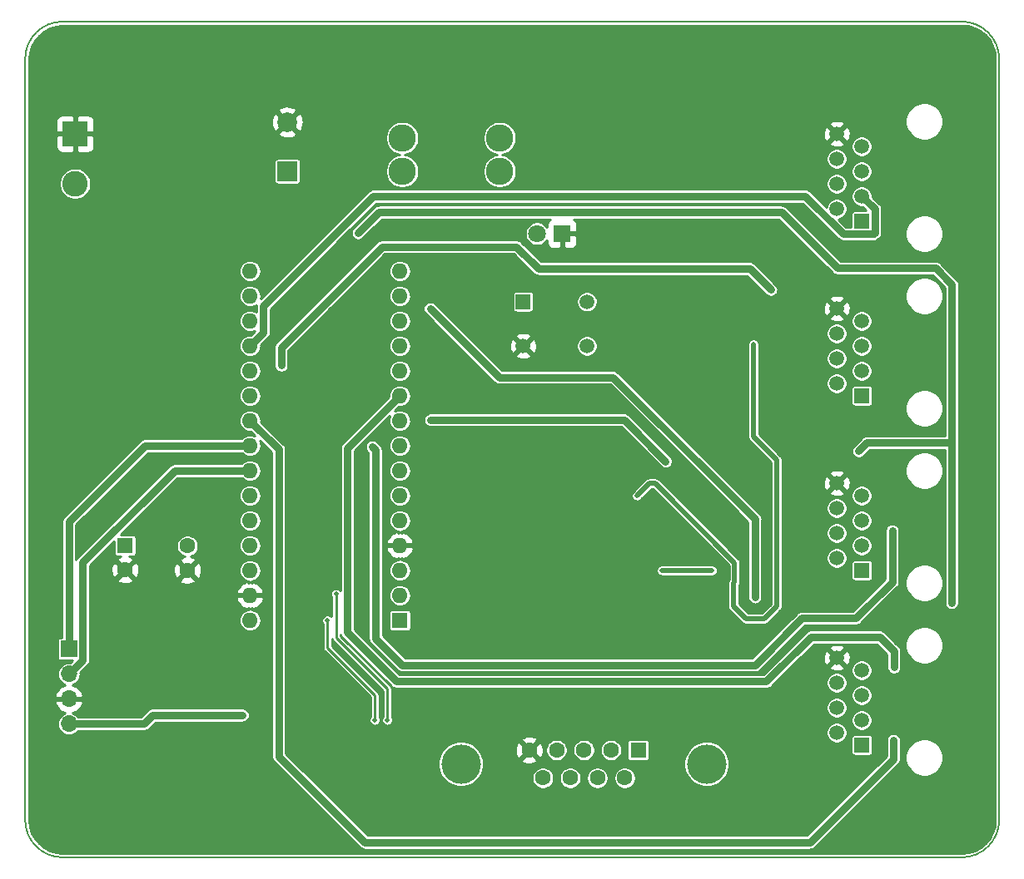
<source format=gbr>
G04 #@! TF.GenerationSoftware,KiCad,Pcbnew,(5.1.4)*
G04 #@! TF.CreationDate,2020-02-11T08:22:30-06:00*
G04 #@! TF.ProjectId,race timer,72616365-2074-4696-9d65-722e6b696361,rev?*
G04 #@! TF.SameCoordinates,PX6e37550PYe88b40*
G04 #@! TF.FileFunction,Copper,L1,Top*
G04 #@! TF.FilePolarity,Positive*
%FSLAX46Y46*%
G04 Gerber Fmt 4.6, Leading zero omitted, Abs format (unit mm)*
G04 Created by KiCad (PCBNEW (5.1.4)) date 2020-02-11 08:22:30*
%MOMM*%
%LPD*%
G04 APERTURE LIST*
%ADD10C,0.150000*%
%ADD11O,1.600000X1.600000*%
%ADD12R,1.600000X1.600000*%
%ADD13R,1.498000X1.498000*%
%ADD14C,1.498000*%
%ADD15C,1.600000*%
%ADD16C,2.780000*%
%ADD17C,1.800000*%
%ADD18R,1.800000X1.800000*%
%ADD19R,2.600000X2.600000*%
%ADD20C,2.600000*%
%ADD21C,1.500000*%
%ADD22R,1.500000X1.500000*%
%ADD23R,2.000000X2.000000*%
%ADD24C,2.000000*%
%ADD25C,4.000000*%
%ADD26R,1.700000X1.700000*%
%ADD27O,1.700000X1.700000*%
%ADD28C,0.500000*%
%ADD29C,0.800000*%
%ADD30C,0.500000*%
%ADD31C,0.250000*%
%ADD32C,0.254000*%
G04 APERTURE END LIST*
D10*
X-3810000Y0D02*
G75*
G02X0Y-3810000I0J-3810000D01*
G01*
X0Y-81280000D02*
G75*
G02X-3810000Y-85090000I-3810000J0D01*
G01*
X-99060000Y-3810000D02*
G75*
G02X-95250000Y0I3810000J0D01*
G01*
X-92710000Y-85090000D02*
X-95250000Y-85090000D01*
X-95250000Y-85090000D02*
G75*
G02X-99060000Y-81280000I0J3810000D01*
G01*
X-92710000Y0D02*
X-95250000Y0D01*
X-3810000Y0D02*
X-92710000Y0D01*
X-99060000Y-3810000D02*
X-99060000Y-81280000D01*
X0Y-81280000D02*
X0Y-3810000D01*
X-92710000Y-85090000D02*
X-3810000Y-85090000D01*
D11*
X-76200000Y-25400000D03*
X-60960000Y-25400000D03*
X-76200000Y-60960000D03*
X-60960000Y-27940000D03*
X-76200000Y-58420000D03*
X-60960000Y-30480000D03*
X-76200000Y-55880000D03*
X-60960000Y-33020000D03*
X-76200000Y-53340000D03*
X-60960000Y-35560000D03*
X-76200000Y-50800000D03*
X-60960000Y-38100000D03*
X-76200000Y-48260000D03*
X-60960000Y-40640000D03*
X-76200000Y-45720000D03*
X-60960000Y-43180000D03*
X-76200000Y-43180000D03*
X-60960000Y-45720000D03*
X-76200000Y-40640000D03*
X-60960000Y-48260000D03*
X-76200000Y-38100000D03*
X-60960000Y-50800000D03*
X-76200000Y-35560000D03*
X-60960000Y-53340000D03*
X-76200000Y-33020000D03*
X-60960000Y-55880000D03*
X-76200000Y-30480000D03*
X-60960000Y-58420000D03*
X-76200000Y-27940000D03*
D12*
X-60960000Y-60960000D03*
D13*
X-48410000Y-28520000D03*
D14*
X-48410000Y-33020000D03*
X-41910000Y-33020000D03*
X-41910000Y-28520000D03*
D12*
X-88900000Y-53340000D03*
D15*
X-88900000Y-55840000D03*
D16*
X-50800000Y-15240000D03*
X-50800000Y-11840000D03*
X-60720000Y-15240000D03*
X-60720000Y-11840000D03*
D17*
X-46990000Y-21590000D03*
D18*
X-44450000Y-21590000D03*
D19*
X-93980000Y-11430000D03*
D20*
X-93980000Y-16510000D03*
D21*
X-16510000Y-29210000D03*
X-13970000Y-30480000D03*
X-16510000Y-31750000D03*
X-13970000Y-33020000D03*
X-16510000Y-34290000D03*
X-13970000Y-35560000D03*
X-16510000Y-36830000D03*
D22*
X-13970000Y-38100000D03*
X-13970000Y-55880000D03*
D21*
X-16510000Y-54610000D03*
X-13970000Y-53340000D03*
X-16510000Y-52070000D03*
X-13970000Y-50800000D03*
X-16510000Y-49530000D03*
X-13970000Y-48260000D03*
X-16510000Y-46990000D03*
D23*
X-72390000Y-15240000D03*
D24*
X-72390000Y-10240000D03*
D15*
X-82550000Y-53380000D03*
X-82550000Y-55880000D03*
D22*
X-13970000Y-73660000D03*
D21*
X-16510000Y-72390000D03*
X-13970000Y-71120000D03*
X-16510000Y-69850000D03*
X-13970000Y-68580000D03*
X-16510000Y-67310000D03*
X-13970000Y-66040000D03*
X-16510000Y-64770000D03*
X-16510000Y-11430000D03*
X-13970000Y-12700000D03*
X-16510000Y-13970000D03*
X-13970000Y-15240000D03*
X-16510000Y-16510000D03*
X-13970000Y-17780000D03*
X-16510000Y-19050000D03*
D22*
X-13970000Y-20320000D03*
D12*
X-36703000Y-74168000D03*
D15*
X-39473000Y-74168000D03*
X-42243000Y-74168000D03*
X-45013000Y-74168000D03*
X-47783000Y-74168000D03*
X-38088000Y-77008000D03*
X-40858000Y-77008000D03*
X-43628000Y-77008000D03*
X-46398000Y-77008000D03*
D25*
X-54743000Y-75588000D03*
X-29743000Y-75588000D03*
D26*
X-94615000Y-63881000D03*
D27*
X-94615000Y-66421000D03*
X-94615000Y-68961000D03*
X-94615000Y-71501000D03*
D28*
X-73014900Y-35012100D03*
X-23220400Y-27293700D03*
X-10891100Y-51840100D03*
X-63754000Y-43307000D03*
X-10749900Y-73172600D03*
X-57815200Y-40552900D03*
X-33932400Y-44773400D03*
X-10700900Y-65736500D03*
X-57851700Y-29226200D03*
X-24831500Y-58586400D03*
X-26218200Y-49285400D03*
X-4819700Y-59161300D03*
X-14294300Y-43721200D03*
X-65194891Y-21516507D03*
X-29210000Y-55880000D03*
X-34290000Y-55880000D03*
X-24987300Y-32861100D03*
X-24987300Y-42256200D03*
X-36830000Y-48260000D03*
X-63500000Y-71120000D03*
X-68326000Y-60960000D03*
X-62230000Y-71120000D03*
X-67437000Y-58293000D03*
X-76962000Y-70612000D03*
X-86128811Y-70619731D03*
D29*
X-73014900Y-35012100D02*
X-73014900Y-33155000D01*
X-73014900Y-33155000D02*
X-62767700Y-22907800D01*
X-62767700Y-22907800D02*
X-49112200Y-22907800D01*
X-49112200Y-22907800D02*
X-46874100Y-25145900D01*
X-46874100Y-25145900D02*
X-25368200Y-25145900D01*
X-25368200Y-25145900D02*
X-23220400Y-27293700D01*
X-74847599Y-31667599D02*
X-75400001Y-32220001D01*
X-75400001Y-32220001D02*
X-76200000Y-33020000D01*
X-74847599Y-28973775D02*
X-74847599Y-31667599D01*
X-63653824Y-17780000D02*
X-74847599Y-28973775D01*
X-19707554Y-17780000D02*
X-63653824Y-17780000D01*
X-15865153Y-21622401D02*
X-19707554Y-17780000D01*
X-12778079Y-21622401D02*
X-15865153Y-21622401D01*
X-12667599Y-21511921D02*
X-12778079Y-21622401D01*
X-12667599Y-19082401D02*
X-12667599Y-21511921D01*
X-13970000Y-17780000D02*
X-12667599Y-19082401D01*
X-63430400Y-51955300D02*
X-63430400Y-62787800D01*
X-63430400Y-62787800D02*
X-60691900Y-65526300D01*
X-60691900Y-65526300D02*
X-24836700Y-65526300D01*
X-24836700Y-65526300D02*
X-20052500Y-60742100D01*
X-20052500Y-60742100D02*
X-14583800Y-60742100D01*
X-14583800Y-60742100D02*
X-10891100Y-57049400D01*
X-10891100Y-57049400D02*
X-10891100Y-51840100D01*
X-63430400Y-51955300D02*
X-63430400Y-43630600D01*
X-63430400Y-43630600D02*
X-63754000Y-43307000D01*
X-10749900Y-75064500D02*
X-19251400Y-83566000D01*
X-19251400Y-83566000D02*
X-64535228Y-83566000D01*
X-10749900Y-73172600D02*
X-10749900Y-75064500D01*
X-64535228Y-83566000D02*
X-73279000Y-74822228D01*
X-73279000Y-43561000D02*
X-76200000Y-40640000D01*
X-73279000Y-74822228D02*
X-73279000Y-43561000D01*
X-57815200Y-40552900D02*
X-38152900Y-40552900D01*
X-38152900Y-40552900D02*
X-33932400Y-44773400D01*
X-66291100Y-54005900D02*
X-66291100Y-62190400D01*
X-66291100Y-62190400D02*
X-61296500Y-67185000D01*
X-61296500Y-67185000D02*
X-23683400Y-67185000D01*
X-23683400Y-67185000D02*
X-19153100Y-62654700D01*
X-19153100Y-62654700D02*
X-12160300Y-62654700D01*
X-12160300Y-62654700D02*
X-10700900Y-64114100D01*
X-10700900Y-64114100D02*
X-10700900Y-65736500D01*
D30*
X-66291100Y-54005900D02*
X-66294000Y-54003000D01*
D29*
X-66291100Y-43431100D02*
X-60960000Y-38100000D01*
X-66291100Y-54005900D02*
X-66291100Y-43431100D01*
X-57851700Y-29226200D02*
X-50846700Y-36231200D01*
X-50846700Y-36231200D02*
X-39272400Y-36231200D01*
X-39272400Y-36231200D02*
X-26218200Y-49285400D01*
X-24831500Y-58586400D02*
X-24831500Y-50672100D01*
X-24831500Y-50672100D02*
X-26218200Y-49285400D01*
X-4819700Y-59161300D02*
X-4819700Y-42870000D01*
X-4819700Y-42870000D02*
X-13443100Y-42870000D01*
X-13443100Y-42870000D02*
X-14294300Y-43721200D01*
X-22146074Y-19398526D02*
X-63076910Y-19398526D01*
X-4819700Y-26762600D02*
X-6478100Y-25104200D01*
X-64194892Y-20516508D02*
X-65194891Y-21516507D01*
X-16440400Y-25104200D02*
X-22146074Y-19398526D01*
X-4819700Y-42870000D02*
X-4819700Y-26762600D01*
X-63076910Y-19398526D02*
X-64194892Y-20516508D01*
X-6478100Y-25104200D02*
X-16440400Y-25104200D01*
D30*
X-29210000Y-55880000D02*
X-34290000Y-55880000D01*
X-26911300Y-55097400D02*
X-26911300Y-57047700D01*
X-26911300Y-57047700D02*
X-27038000Y-57174400D01*
X-27038000Y-57174400D02*
X-27038000Y-59516400D01*
X-27038000Y-59516400D02*
X-25764700Y-60789700D01*
X-25764700Y-60789700D02*
X-23866900Y-60789700D01*
X-23866900Y-60789700D02*
X-22631200Y-59554000D01*
X-22631200Y-59554000D02*
X-22631200Y-44612300D01*
X-22631200Y-44612300D02*
X-24987300Y-42256200D01*
X-24987300Y-32861100D02*
X-24987300Y-42256200D01*
X-35560000Y-46990000D02*
X-35018700Y-46990000D01*
X-36830000Y-48260000D02*
X-35560000Y-46990000D01*
X-35018700Y-46990000D02*
X-26911300Y-55097400D01*
D31*
X-63500000Y-71120000D02*
X-63500000Y-68580000D01*
X-63500000Y-68580000D02*
X-68326000Y-63754000D01*
X-68326000Y-63754000D02*
X-68326000Y-60960000D01*
X-62230000Y-71120000D02*
X-62230000Y-67945000D01*
X-62230000Y-67945000D02*
X-67437000Y-62738000D01*
X-67437000Y-62738000D02*
X-67437000Y-58293000D01*
D29*
X-76962000Y-70612000D02*
X-86121080Y-70612000D01*
X-86121080Y-70612000D02*
X-86128811Y-70619731D01*
X-87010080Y-71501000D02*
X-86128811Y-70619731D01*
X-94615000Y-71501000D02*
X-87010080Y-71501000D01*
X-83874322Y-45720000D02*
X-77331370Y-45720000D01*
X-77331370Y-45720000D02*
X-76200000Y-45720000D01*
X-93212599Y-55058277D02*
X-83874322Y-45720000D01*
X-93212599Y-65018599D02*
X-93212599Y-55058277D01*
X-94615000Y-66421000D02*
X-93212599Y-65018599D01*
X-94615000Y-63881000D02*
X-94615000Y-50927000D01*
X-86868000Y-43180000D02*
X-76200000Y-43180000D01*
X-94615000Y-50927000D02*
X-86868000Y-43180000D01*
D32*
G36*
X-3148424Y-468796D02*
G01*
X-2512045Y-660931D01*
X-1925111Y-973009D01*
X-1409962Y-1393154D01*
X-986240Y-1905345D01*
X-670067Y-2490095D01*
X-473496Y-3125113D01*
X-402020Y-3805167D01*
X-401999Y-3811119D01*
X-402000Y-81260342D01*
X-468796Y-81941576D01*
X-660929Y-82577950D01*
X-973009Y-83164889D01*
X-1393152Y-83680036D01*
X-1905349Y-84103762D01*
X-2490095Y-84419933D01*
X-3125114Y-84616504D01*
X-3805167Y-84687980D01*
X-3810834Y-84688000D01*
X-95230342Y-84688000D01*
X-95911576Y-84621204D01*
X-96547950Y-84429071D01*
X-97134889Y-84116991D01*
X-97650036Y-83696848D01*
X-98073762Y-83184651D01*
X-98389933Y-82599905D01*
X-98586504Y-81964886D01*
X-98657980Y-81284833D01*
X-98658000Y-81279166D01*
X-98658000Y-69317890D01*
X-96056476Y-69317890D01*
X-96011825Y-69465099D01*
X-95886641Y-69727920D01*
X-95712588Y-69961269D01*
X-95496355Y-70156178D01*
X-95246252Y-70305157D01*
X-95007115Y-70389986D01*
X-95067597Y-70408333D01*
X-95272070Y-70517626D01*
X-95451291Y-70664709D01*
X-95598374Y-70843930D01*
X-95707667Y-71048403D01*
X-95774969Y-71270268D01*
X-95797694Y-71501000D01*
X-95774969Y-71731732D01*
X-95707667Y-71953597D01*
X-95598374Y-72158070D01*
X-95451291Y-72337291D01*
X-95272070Y-72484374D01*
X-95067597Y-72593667D01*
X-94845732Y-72660969D01*
X-94672812Y-72678000D01*
X-94557188Y-72678000D01*
X-94384268Y-72660969D01*
X-94162403Y-72593667D01*
X-93957930Y-72484374D01*
X-93778709Y-72337291D01*
X-93689016Y-72228000D01*
X-87045788Y-72228000D01*
X-87010080Y-72231517D01*
X-86867563Y-72217480D01*
X-86730523Y-72175910D01*
X-86604227Y-72108403D01*
X-86493526Y-72017554D01*
X-86470755Y-71989807D01*
X-85819947Y-71339000D01*
X-76926292Y-71339000D01*
X-76819483Y-71328480D01*
X-76682443Y-71286910D01*
X-76556147Y-71219403D01*
X-76445446Y-71128554D01*
X-76354597Y-71017853D01*
X-76287090Y-70891557D01*
X-76245520Y-70754517D01*
X-76231483Y-70612000D01*
X-76245520Y-70469483D01*
X-76287090Y-70332443D01*
X-76354597Y-70206147D01*
X-76445446Y-70095446D01*
X-76556147Y-70004597D01*
X-76682443Y-69937090D01*
X-76819483Y-69895520D01*
X-76926292Y-69885000D01*
X-86085375Y-69885000D01*
X-86121081Y-69881483D01*
X-86156786Y-69885000D01*
X-86156788Y-69885000D01*
X-86263597Y-69895520D01*
X-86400637Y-69937090D01*
X-86526933Y-70004597D01*
X-86637634Y-70095446D01*
X-86660401Y-70123188D01*
X-87311212Y-70774000D01*
X-93689016Y-70774000D01*
X-93778709Y-70664709D01*
X-93957930Y-70517626D01*
X-94162403Y-70408333D01*
X-94222885Y-70389986D01*
X-93983748Y-70305157D01*
X-93733645Y-70156178D01*
X-93517412Y-69961269D01*
X-93343359Y-69727920D01*
X-93218175Y-69465099D01*
X-93173524Y-69317890D01*
X-93294845Y-69088000D01*
X-94488000Y-69088000D01*
X-94488000Y-69108000D01*
X-94742000Y-69108000D01*
X-94742000Y-69088000D01*
X-95935155Y-69088000D01*
X-96056476Y-69317890D01*
X-98658000Y-69317890D01*
X-98658000Y-68604110D01*
X-96056476Y-68604110D01*
X-95935155Y-68834000D01*
X-94742000Y-68834000D01*
X-94742000Y-68814000D01*
X-94488000Y-68814000D01*
X-94488000Y-68834000D01*
X-93294845Y-68834000D01*
X-93173524Y-68604110D01*
X-93218175Y-68456901D01*
X-93343359Y-68194080D01*
X-93517412Y-67960731D01*
X-93733645Y-67765822D01*
X-93983748Y-67616843D01*
X-94222885Y-67532014D01*
X-94162403Y-67513667D01*
X-93957930Y-67404374D01*
X-93778709Y-67257291D01*
X-93631626Y-67078070D01*
X-93522333Y-66873597D01*
X-93455031Y-66651732D01*
X-93432306Y-66421000D01*
X-93446164Y-66280296D01*
X-92723783Y-65557916D01*
X-92696046Y-65535153D01*
X-92605196Y-65424452D01*
X-92537689Y-65298156D01*
X-92526427Y-65261031D01*
X-92496119Y-65161117D01*
X-92482081Y-65018599D01*
X-92485599Y-64982883D01*
X-92485599Y-58769039D01*
X-77591904Y-58769039D01*
X-77551246Y-58903087D01*
X-77431037Y-59157420D01*
X-77263519Y-59383414D01*
X-77055131Y-59572385D01*
X-76813881Y-59717070D01*
X-76549040Y-59811909D01*
X-76327002Y-59690625D01*
X-76327002Y-59840056D01*
X-76420931Y-59849307D01*
X-76633371Y-59913750D01*
X-76829157Y-60018400D01*
X-77000765Y-60159235D01*
X-77141600Y-60330843D01*
X-77246250Y-60526629D01*
X-77310693Y-60739069D01*
X-77332453Y-60960000D01*
X-77310693Y-61180931D01*
X-77246250Y-61393371D01*
X-77141600Y-61589157D01*
X-77000765Y-61760765D01*
X-76829157Y-61901600D01*
X-76633371Y-62006250D01*
X-76420931Y-62070693D01*
X-76255365Y-62087000D01*
X-76144635Y-62087000D01*
X-75979069Y-62070693D01*
X-75766629Y-62006250D01*
X-75570843Y-61901600D01*
X-75399235Y-61760765D01*
X-75258400Y-61589157D01*
X-75153750Y-61393371D01*
X-75089307Y-61180931D01*
X-75067547Y-60960000D01*
X-75089307Y-60739069D01*
X-75153750Y-60526629D01*
X-75258400Y-60330843D01*
X-75399235Y-60159235D01*
X-75570843Y-60018400D01*
X-75766629Y-59913750D01*
X-75979069Y-59849307D01*
X-76072998Y-59840056D01*
X-76072998Y-59690625D01*
X-75850960Y-59811909D01*
X-75586119Y-59717070D01*
X-75344869Y-59572385D01*
X-75136481Y-59383414D01*
X-74968963Y-59157420D01*
X-74848754Y-58903087D01*
X-74808096Y-58769039D01*
X-74930085Y-58547000D01*
X-76073000Y-58547000D01*
X-76073000Y-58567000D01*
X-76327000Y-58567000D01*
X-76327000Y-58547000D01*
X-77469915Y-58547000D01*
X-77591904Y-58769039D01*
X-92485599Y-58769039D01*
X-92485599Y-58070961D01*
X-77591904Y-58070961D01*
X-77469915Y-58293000D01*
X-76327000Y-58293000D01*
X-76327000Y-58273000D01*
X-76073000Y-58273000D01*
X-76073000Y-58293000D01*
X-74930085Y-58293000D01*
X-74808096Y-58070961D01*
X-74848754Y-57936913D01*
X-74968963Y-57682580D01*
X-75136481Y-57456586D01*
X-75344869Y-57267615D01*
X-75586119Y-57122930D01*
X-75850960Y-57028091D01*
X-76072998Y-57149375D01*
X-76072998Y-56999944D01*
X-75979069Y-56990693D01*
X-75766629Y-56926250D01*
X-75570843Y-56821600D01*
X-75399235Y-56680765D01*
X-75258400Y-56509157D01*
X-75153750Y-56313371D01*
X-75089307Y-56100931D01*
X-75067547Y-55880000D01*
X-75089307Y-55659069D01*
X-75153750Y-55446629D01*
X-75258400Y-55250843D01*
X-75399235Y-55079235D01*
X-75570843Y-54938400D01*
X-75766629Y-54833750D01*
X-75979069Y-54769307D01*
X-76144635Y-54753000D01*
X-76255365Y-54753000D01*
X-76420931Y-54769307D01*
X-76633371Y-54833750D01*
X-76829157Y-54938400D01*
X-77000765Y-55079235D01*
X-77141600Y-55250843D01*
X-77246250Y-55446629D01*
X-77310693Y-55659069D01*
X-77332453Y-55880000D01*
X-77310693Y-56100931D01*
X-77246250Y-56313371D01*
X-77141600Y-56509157D01*
X-77000765Y-56680765D01*
X-76829157Y-56821600D01*
X-76633371Y-56926250D01*
X-76420931Y-56990693D01*
X-76327002Y-56999944D01*
X-76327002Y-57149375D01*
X-76549040Y-57028091D01*
X-76813881Y-57122930D01*
X-77055131Y-57267615D01*
X-77263519Y-57456586D01*
X-77431037Y-57682580D01*
X-77551246Y-57936913D01*
X-77591904Y-58070961D01*
X-92485599Y-58070961D01*
X-92485599Y-56832702D01*
X-89713097Y-56832702D01*
X-89641514Y-57076671D01*
X-89386004Y-57197571D01*
X-89111816Y-57266300D01*
X-88829488Y-57280217D01*
X-88549870Y-57238787D01*
X-88283708Y-57143603D01*
X-88158486Y-57076671D01*
X-88098640Y-56872702D01*
X-83363097Y-56872702D01*
X-83291514Y-57116671D01*
X-83036004Y-57237571D01*
X-82761816Y-57306300D01*
X-82479488Y-57320217D01*
X-82199870Y-57278787D01*
X-81933708Y-57183603D01*
X-81808486Y-57116671D01*
X-81736903Y-56872702D01*
X-82550000Y-56059605D01*
X-83363097Y-56872702D01*
X-88098640Y-56872702D01*
X-88086903Y-56832702D01*
X-88900000Y-56019605D01*
X-89713097Y-56832702D01*
X-92485599Y-56832702D01*
X-92485599Y-55910512D01*
X-90340217Y-55910512D01*
X-90298787Y-56190130D01*
X-90203603Y-56456292D01*
X-90136671Y-56581514D01*
X-89892702Y-56653097D01*
X-89079605Y-55840000D01*
X-88720395Y-55840000D01*
X-87907298Y-56653097D01*
X-87663329Y-56581514D01*
X-87542429Y-56326004D01*
X-87473700Y-56051816D01*
X-87468707Y-55950512D01*
X-83990217Y-55950512D01*
X-83948787Y-56230130D01*
X-83853603Y-56496292D01*
X-83786671Y-56621514D01*
X-83542702Y-56693097D01*
X-82729605Y-55880000D01*
X-82370395Y-55880000D01*
X-81557298Y-56693097D01*
X-81313329Y-56621514D01*
X-81192429Y-56366004D01*
X-81123700Y-56091816D01*
X-81109783Y-55809488D01*
X-81151213Y-55529870D01*
X-81246397Y-55263708D01*
X-81313329Y-55138486D01*
X-81557298Y-55066903D01*
X-82370395Y-55880000D01*
X-82729605Y-55880000D01*
X-83542702Y-55066903D01*
X-83786671Y-55138486D01*
X-83907571Y-55393996D01*
X-83976300Y-55668184D01*
X-83990217Y-55950512D01*
X-87468707Y-55950512D01*
X-87459783Y-55769488D01*
X-87501213Y-55489870D01*
X-87596397Y-55223708D01*
X-87663329Y-55098486D01*
X-87907298Y-55026903D01*
X-88720395Y-55840000D01*
X-89079605Y-55840000D01*
X-89892702Y-55026903D01*
X-90136671Y-55098486D01*
X-90257571Y-55353996D01*
X-90326300Y-55628184D01*
X-90340217Y-55910512D01*
X-92485599Y-55910512D01*
X-92485599Y-55359409D01*
X-90028582Y-52902393D01*
X-90028582Y-54140000D01*
X-90022268Y-54204103D01*
X-90003570Y-54265743D01*
X-89973206Y-54322550D01*
X-89932343Y-54372343D01*
X-89882550Y-54413206D01*
X-89825743Y-54443570D01*
X-89764103Y-54462268D01*
X-89700000Y-54468582D01*
X-89326662Y-54468582D01*
X-89516292Y-54536397D01*
X-89641514Y-54603329D01*
X-89713097Y-54847298D01*
X-88900000Y-55660395D01*
X-88086903Y-54847298D01*
X-88158486Y-54603329D01*
X-88413996Y-54482429D01*
X-88469237Y-54468582D01*
X-88100000Y-54468582D01*
X-88035897Y-54462268D01*
X-87974257Y-54443570D01*
X-87917450Y-54413206D01*
X-87867657Y-54372343D01*
X-87826794Y-54322550D01*
X-87796430Y-54265743D01*
X-87777732Y-54204103D01*
X-87771418Y-54140000D01*
X-87771418Y-53269000D01*
X-83677000Y-53269000D01*
X-83677000Y-53491000D01*
X-83633690Y-53708734D01*
X-83548734Y-53913835D01*
X-83425398Y-54098421D01*
X-83268421Y-54255398D01*
X-83083835Y-54378734D01*
X-82878734Y-54463690D01*
X-82837381Y-54471916D01*
X-82900130Y-54481213D01*
X-83166292Y-54576397D01*
X-83291514Y-54643329D01*
X-83363097Y-54887298D01*
X-82550000Y-55700395D01*
X-81736903Y-54887298D01*
X-81808486Y-54643329D01*
X-82063996Y-54522429D01*
X-82264233Y-54472237D01*
X-82221266Y-54463690D01*
X-82016165Y-54378734D01*
X-81831579Y-54255398D01*
X-81674602Y-54098421D01*
X-81551266Y-53913835D01*
X-81466310Y-53708734D01*
X-81423000Y-53491000D01*
X-81423000Y-53340000D01*
X-77332453Y-53340000D01*
X-77310693Y-53560931D01*
X-77246250Y-53773371D01*
X-77141600Y-53969157D01*
X-77000765Y-54140765D01*
X-76829157Y-54281600D01*
X-76633371Y-54386250D01*
X-76420931Y-54450693D01*
X-76255365Y-54467000D01*
X-76144635Y-54467000D01*
X-75979069Y-54450693D01*
X-75766629Y-54386250D01*
X-75570843Y-54281600D01*
X-75399235Y-54140765D01*
X-75258400Y-53969157D01*
X-75153750Y-53773371D01*
X-75089307Y-53560931D01*
X-75067547Y-53340000D01*
X-75089307Y-53119069D01*
X-75153750Y-52906629D01*
X-75258400Y-52710843D01*
X-75399235Y-52539235D01*
X-75570843Y-52398400D01*
X-75766629Y-52293750D01*
X-75979069Y-52229307D01*
X-76144635Y-52213000D01*
X-76255365Y-52213000D01*
X-76420931Y-52229307D01*
X-76633371Y-52293750D01*
X-76829157Y-52398400D01*
X-77000765Y-52539235D01*
X-77141600Y-52710843D01*
X-77246250Y-52906629D01*
X-77310693Y-53119069D01*
X-77332453Y-53340000D01*
X-81423000Y-53340000D01*
X-81423000Y-53269000D01*
X-81466310Y-53051266D01*
X-81551266Y-52846165D01*
X-81674602Y-52661579D01*
X-81831579Y-52504602D01*
X-82016165Y-52381266D01*
X-82221266Y-52296310D01*
X-82439000Y-52253000D01*
X-82661000Y-52253000D01*
X-82878734Y-52296310D01*
X-83083835Y-52381266D01*
X-83268421Y-52504602D01*
X-83425398Y-52661579D01*
X-83548734Y-52846165D01*
X-83633690Y-53051266D01*
X-83677000Y-53269000D01*
X-87771418Y-53269000D01*
X-87771418Y-52540000D01*
X-87777732Y-52475897D01*
X-87796430Y-52414257D01*
X-87826794Y-52357450D01*
X-87867657Y-52307657D01*
X-87917450Y-52266794D01*
X-87974257Y-52236430D01*
X-88035897Y-52217732D01*
X-88100000Y-52211418D01*
X-89337607Y-52211418D01*
X-87926189Y-50800000D01*
X-77332453Y-50800000D01*
X-77310693Y-51020931D01*
X-77246250Y-51233371D01*
X-77141600Y-51429157D01*
X-77000765Y-51600765D01*
X-76829157Y-51741600D01*
X-76633371Y-51846250D01*
X-76420931Y-51910693D01*
X-76255365Y-51927000D01*
X-76144635Y-51927000D01*
X-75979069Y-51910693D01*
X-75766629Y-51846250D01*
X-75570843Y-51741600D01*
X-75399235Y-51600765D01*
X-75258400Y-51429157D01*
X-75153750Y-51233371D01*
X-75089307Y-51020931D01*
X-75067547Y-50800000D01*
X-75089307Y-50579069D01*
X-75153750Y-50366629D01*
X-75258400Y-50170843D01*
X-75399235Y-49999235D01*
X-75570843Y-49858400D01*
X-75766629Y-49753750D01*
X-75979069Y-49689307D01*
X-76144635Y-49673000D01*
X-76255365Y-49673000D01*
X-76420931Y-49689307D01*
X-76633371Y-49753750D01*
X-76829157Y-49858400D01*
X-77000765Y-49999235D01*
X-77141600Y-50170843D01*
X-77246250Y-50366629D01*
X-77310693Y-50579069D01*
X-77332453Y-50800000D01*
X-87926189Y-50800000D01*
X-85386189Y-48260000D01*
X-77332453Y-48260000D01*
X-77310693Y-48480931D01*
X-77246250Y-48693371D01*
X-77141600Y-48889157D01*
X-77000765Y-49060765D01*
X-76829157Y-49201600D01*
X-76633371Y-49306250D01*
X-76420931Y-49370693D01*
X-76255365Y-49387000D01*
X-76144635Y-49387000D01*
X-75979069Y-49370693D01*
X-75766629Y-49306250D01*
X-75570843Y-49201600D01*
X-75399235Y-49060765D01*
X-75258400Y-48889157D01*
X-75153750Y-48693371D01*
X-75089307Y-48480931D01*
X-75067547Y-48260000D01*
X-75089307Y-48039069D01*
X-75153750Y-47826629D01*
X-75258400Y-47630843D01*
X-75399235Y-47459235D01*
X-75570843Y-47318400D01*
X-75766629Y-47213750D01*
X-75979069Y-47149307D01*
X-76144635Y-47133000D01*
X-76255365Y-47133000D01*
X-76420931Y-47149307D01*
X-76633371Y-47213750D01*
X-76829157Y-47318400D01*
X-77000765Y-47459235D01*
X-77141600Y-47630843D01*
X-77246250Y-47826629D01*
X-77310693Y-48039069D01*
X-77332453Y-48260000D01*
X-85386189Y-48260000D01*
X-83573188Y-46447000D01*
X-77061302Y-46447000D01*
X-77000765Y-46520765D01*
X-76829157Y-46661600D01*
X-76633371Y-46766250D01*
X-76420931Y-46830693D01*
X-76255365Y-46847000D01*
X-76144635Y-46847000D01*
X-75979069Y-46830693D01*
X-75766629Y-46766250D01*
X-75570843Y-46661600D01*
X-75399235Y-46520765D01*
X-75258400Y-46349157D01*
X-75153750Y-46153371D01*
X-75089307Y-45940931D01*
X-75067547Y-45720000D01*
X-75089307Y-45499069D01*
X-75153750Y-45286629D01*
X-75258400Y-45090843D01*
X-75399235Y-44919235D01*
X-75570843Y-44778400D01*
X-75766629Y-44673750D01*
X-75979069Y-44609307D01*
X-76144635Y-44593000D01*
X-76255365Y-44593000D01*
X-76420931Y-44609307D01*
X-76633371Y-44673750D01*
X-76829157Y-44778400D01*
X-77000765Y-44919235D01*
X-77061302Y-44993000D01*
X-83838614Y-44993000D01*
X-83874322Y-44989483D01*
X-84016840Y-45003520D01*
X-84078664Y-45022274D01*
X-84153879Y-45045090D01*
X-84280175Y-45112597D01*
X-84390876Y-45203446D01*
X-84413639Y-45231183D01*
X-93701410Y-54518956D01*
X-93729152Y-54541723D01*
X-93807400Y-54637070D01*
X-93820001Y-54652424D01*
X-93887509Y-54778721D01*
X-93888000Y-54780340D01*
X-93888000Y-51228132D01*
X-86566867Y-43907000D01*
X-77061302Y-43907000D01*
X-77000765Y-43980765D01*
X-76829157Y-44121600D01*
X-76633371Y-44226250D01*
X-76420931Y-44290693D01*
X-76255365Y-44307000D01*
X-76144635Y-44307000D01*
X-75979069Y-44290693D01*
X-75766629Y-44226250D01*
X-75570843Y-44121600D01*
X-75399235Y-43980765D01*
X-75258400Y-43809157D01*
X-75153750Y-43613371D01*
X-75089307Y-43400931D01*
X-75067547Y-43180000D01*
X-75089307Y-42959069D01*
X-75153750Y-42746629D01*
X-75190778Y-42677356D01*
X-74005999Y-43862135D01*
X-74006000Y-74786520D01*
X-74009517Y-74822228D01*
X-73995480Y-74964745D01*
X-73975047Y-75032103D01*
X-73953910Y-75101784D01*
X-73886403Y-75228080D01*
X-73795554Y-75338781D01*
X-73767811Y-75361550D01*
X-65074545Y-84054817D01*
X-65051782Y-84082554D01*
X-64941081Y-84173403D01*
X-64896586Y-84197186D01*
X-64814785Y-84240910D01*
X-64677746Y-84282480D01*
X-64535228Y-84296517D01*
X-64499520Y-84293000D01*
X-19287108Y-84293000D01*
X-19251400Y-84296517D01*
X-19108883Y-84282480D01*
X-19042127Y-84262230D01*
X-18971843Y-84240910D01*
X-18845547Y-84173403D01*
X-18734846Y-84082554D01*
X-18712074Y-84054806D01*
X-10261088Y-75603821D01*
X-10233346Y-75581054D01*
X-10142497Y-75470353D01*
X-10074990Y-75344057D01*
X-10060109Y-75295000D01*
X-10033420Y-75207018D01*
X-10019383Y-75064500D01*
X-10022900Y-75028792D01*
X-10022900Y-74740207D01*
X-9547000Y-74740207D01*
X-9547000Y-75119793D01*
X-9472947Y-75492085D01*
X-9327685Y-75842777D01*
X-9116799Y-76158391D01*
X-8848391Y-76426799D01*
X-8532777Y-76637685D01*
X-8182085Y-76782947D01*
X-7809793Y-76857000D01*
X-7430207Y-76857000D01*
X-7057915Y-76782947D01*
X-6707223Y-76637685D01*
X-6391609Y-76426799D01*
X-6123201Y-76158391D01*
X-5912315Y-75842777D01*
X-5767053Y-75492085D01*
X-5693000Y-75119793D01*
X-5693000Y-74740207D01*
X-5767053Y-74367915D01*
X-5912315Y-74017223D01*
X-6123201Y-73701609D01*
X-6391609Y-73433201D01*
X-6707223Y-73222315D01*
X-7057915Y-73077053D01*
X-7430207Y-73003000D01*
X-7809793Y-73003000D01*
X-8182085Y-73077053D01*
X-8532777Y-73222315D01*
X-8848391Y-73433201D01*
X-9116799Y-73701609D01*
X-9327685Y-74017223D01*
X-9472947Y-74367915D01*
X-9547000Y-74740207D01*
X-10022900Y-74740207D01*
X-10022900Y-73136892D01*
X-10033420Y-73030083D01*
X-10074990Y-72893043D01*
X-10142497Y-72766747D01*
X-10233347Y-72656046D01*
X-10344048Y-72565197D01*
X-10470344Y-72497690D01*
X-10607384Y-72456120D01*
X-10749900Y-72442083D01*
X-10892417Y-72456120D01*
X-11029457Y-72497690D01*
X-11155753Y-72565197D01*
X-11266454Y-72656047D01*
X-11357303Y-72766748D01*
X-11424810Y-72893044D01*
X-11466380Y-73030084D01*
X-11476900Y-73136893D01*
X-11476899Y-74763366D01*
X-19552532Y-82839000D01*
X-64234094Y-82839000D01*
X-71714284Y-75358811D01*
X-57070000Y-75358811D01*
X-57070000Y-75817189D01*
X-56980574Y-76266761D01*
X-56805160Y-76690248D01*
X-56550499Y-77071376D01*
X-56226376Y-77395499D01*
X-55845248Y-77650160D01*
X-55421761Y-77825574D01*
X-54972189Y-77915000D01*
X-54513811Y-77915000D01*
X-54064239Y-77825574D01*
X-53640752Y-77650160D01*
X-53259624Y-77395499D01*
X-52935501Y-77071376D01*
X-52818987Y-76897000D01*
X-47525000Y-76897000D01*
X-47525000Y-77119000D01*
X-47481690Y-77336734D01*
X-47396734Y-77541835D01*
X-47273398Y-77726421D01*
X-47116421Y-77883398D01*
X-46931835Y-78006734D01*
X-46726734Y-78091690D01*
X-46509000Y-78135000D01*
X-46287000Y-78135000D01*
X-46069266Y-78091690D01*
X-45864165Y-78006734D01*
X-45679579Y-77883398D01*
X-45522602Y-77726421D01*
X-45399266Y-77541835D01*
X-45314310Y-77336734D01*
X-45271000Y-77119000D01*
X-45271000Y-76897000D01*
X-44755000Y-76897000D01*
X-44755000Y-77119000D01*
X-44711690Y-77336734D01*
X-44626734Y-77541835D01*
X-44503398Y-77726421D01*
X-44346421Y-77883398D01*
X-44161835Y-78006734D01*
X-43956734Y-78091690D01*
X-43739000Y-78135000D01*
X-43517000Y-78135000D01*
X-43299266Y-78091690D01*
X-43094165Y-78006734D01*
X-42909579Y-77883398D01*
X-42752602Y-77726421D01*
X-42629266Y-77541835D01*
X-42544310Y-77336734D01*
X-42501000Y-77119000D01*
X-42501000Y-76897000D01*
X-41985000Y-76897000D01*
X-41985000Y-77119000D01*
X-41941690Y-77336734D01*
X-41856734Y-77541835D01*
X-41733398Y-77726421D01*
X-41576421Y-77883398D01*
X-41391835Y-78006734D01*
X-41186734Y-78091690D01*
X-40969000Y-78135000D01*
X-40747000Y-78135000D01*
X-40529266Y-78091690D01*
X-40324165Y-78006734D01*
X-40139579Y-77883398D01*
X-39982602Y-77726421D01*
X-39859266Y-77541835D01*
X-39774310Y-77336734D01*
X-39731000Y-77119000D01*
X-39731000Y-76897000D01*
X-39215000Y-76897000D01*
X-39215000Y-77119000D01*
X-39171690Y-77336734D01*
X-39086734Y-77541835D01*
X-38963398Y-77726421D01*
X-38806421Y-77883398D01*
X-38621835Y-78006734D01*
X-38416734Y-78091690D01*
X-38199000Y-78135000D01*
X-37977000Y-78135000D01*
X-37759266Y-78091690D01*
X-37554165Y-78006734D01*
X-37369579Y-77883398D01*
X-37212602Y-77726421D01*
X-37089266Y-77541835D01*
X-37004310Y-77336734D01*
X-36961000Y-77119000D01*
X-36961000Y-76897000D01*
X-37004310Y-76679266D01*
X-37089266Y-76474165D01*
X-37212602Y-76289579D01*
X-37369579Y-76132602D01*
X-37554165Y-76009266D01*
X-37759266Y-75924310D01*
X-37977000Y-75881000D01*
X-38199000Y-75881000D01*
X-38416734Y-75924310D01*
X-38621835Y-76009266D01*
X-38806421Y-76132602D01*
X-38963398Y-76289579D01*
X-39086734Y-76474165D01*
X-39171690Y-76679266D01*
X-39215000Y-76897000D01*
X-39731000Y-76897000D01*
X-39774310Y-76679266D01*
X-39859266Y-76474165D01*
X-39982602Y-76289579D01*
X-40139579Y-76132602D01*
X-40324165Y-76009266D01*
X-40529266Y-75924310D01*
X-40747000Y-75881000D01*
X-40969000Y-75881000D01*
X-41186734Y-75924310D01*
X-41391835Y-76009266D01*
X-41576421Y-76132602D01*
X-41733398Y-76289579D01*
X-41856734Y-76474165D01*
X-41941690Y-76679266D01*
X-41985000Y-76897000D01*
X-42501000Y-76897000D01*
X-42544310Y-76679266D01*
X-42629266Y-76474165D01*
X-42752602Y-76289579D01*
X-42909579Y-76132602D01*
X-43094165Y-76009266D01*
X-43299266Y-75924310D01*
X-43517000Y-75881000D01*
X-43739000Y-75881000D01*
X-43956734Y-75924310D01*
X-44161835Y-76009266D01*
X-44346421Y-76132602D01*
X-44503398Y-76289579D01*
X-44626734Y-76474165D01*
X-44711690Y-76679266D01*
X-44755000Y-76897000D01*
X-45271000Y-76897000D01*
X-45314310Y-76679266D01*
X-45399266Y-76474165D01*
X-45522602Y-76289579D01*
X-45679579Y-76132602D01*
X-45864165Y-76009266D01*
X-46069266Y-75924310D01*
X-46287000Y-75881000D01*
X-46509000Y-75881000D01*
X-46726734Y-75924310D01*
X-46931835Y-76009266D01*
X-47116421Y-76132602D01*
X-47273398Y-76289579D01*
X-47396734Y-76474165D01*
X-47481690Y-76679266D01*
X-47525000Y-76897000D01*
X-52818987Y-76897000D01*
X-52680840Y-76690248D01*
X-52505426Y-76266761D01*
X-52416000Y-75817189D01*
X-52416000Y-75358811D01*
X-52455406Y-75160702D01*
X-48596097Y-75160702D01*
X-48524514Y-75404671D01*
X-48269004Y-75525571D01*
X-47994816Y-75594300D01*
X-47712488Y-75608217D01*
X-47432870Y-75566787D01*
X-47166708Y-75471603D01*
X-47041486Y-75404671D01*
X-47028031Y-75358811D01*
X-32070000Y-75358811D01*
X-32070000Y-75817189D01*
X-31980574Y-76266761D01*
X-31805160Y-76690248D01*
X-31550499Y-77071376D01*
X-31226376Y-77395499D01*
X-30845248Y-77650160D01*
X-30421761Y-77825574D01*
X-29972189Y-77915000D01*
X-29513811Y-77915000D01*
X-29064239Y-77825574D01*
X-28640752Y-77650160D01*
X-28259624Y-77395499D01*
X-27935501Y-77071376D01*
X-27680840Y-76690248D01*
X-27505426Y-76266761D01*
X-27416000Y-75817189D01*
X-27416000Y-75358811D01*
X-27505426Y-74909239D01*
X-27680840Y-74485752D01*
X-27935501Y-74104624D01*
X-28259624Y-73780501D01*
X-28640752Y-73525840D01*
X-29064239Y-73350426D01*
X-29513811Y-73261000D01*
X-29972189Y-73261000D01*
X-30421761Y-73350426D01*
X-30845248Y-73525840D01*
X-31226376Y-73780501D01*
X-31550499Y-74104624D01*
X-31805160Y-74485752D01*
X-31980574Y-74909239D01*
X-32070000Y-75358811D01*
X-47028031Y-75358811D01*
X-46969903Y-75160702D01*
X-47783000Y-74347605D01*
X-48596097Y-75160702D01*
X-52455406Y-75160702D01*
X-52505426Y-74909239D01*
X-52680840Y-74485752D01*
X-52846040Y-74238512D01*
X-49223217Y-74238512D01*
X-49181787Y-74518130D01*
X-49086603Y-74784292D01*
X-49019671Y-74909514D01*
X-48775702Y-74981097D01*
X-47962605Y-74168000D01*
X-47603395Y-74168000D01*
X-46790298Y-74981097D01*
X-46546329Y-74909514D01*
X-46425429Y-74654004D01*
X-46356700Y-74379816D01*
X-46342783Y-74097488D01*
X-46348781Y-74057000D01*
X-46140000Y-74057000D01*
X-46140000Y-74279000D01*
X-46096690Y-74496734D01*
X-46011734Y-74701835D01*
X-45888398Y-74886421D01*
X-45731421Y-75043398D01*
X-45546835Y-75166734D01*
X-45341734Y-75251690D01*
X-45124000Y-75295000D01*
X-44902000Y-75295000D01*
X-44684266Y-75251690D01*
X-44479165Y-75166734D01*
X-44294579Y-75043398D01*
X-44137602Y-74886421D01*
X-44014266Y-74701835D01*
X-43929310Y-74496734D01*
X-43886000Y-74279000D01*
X-43886000Y-74057000D01*
X-43370000Y-74057000D01*
X-43370000Y-74279000D01*
X-43326690Y-74496734D01*
X-43241734Y-74701835D01*
X-43118398Y-74886421D01*
X-42961421Y-75043398D01*
X-42776835Y-75166734D01*
X-42571734Y-75251690D01*
X-42354000Y-75295000D01*
X-42132000Y-75295000D01*
X-41914266Y-75251690D01*
X-41709165Y-75166734D01*
X-41524579Y-75043398D01*
X-41367602Y-74886421D01*
X-41244266Y-74701835D01*
X-41159310Y-74496734D01*
X-41116000Y-74279000D01*
X-41116000Y-74057000D01*
X-40600000Y-74057000D01*
X-40600000Y-74279000D01*
X-40556690Y-74496734D01*
X-40471734Y-74701835D01*
X-40348398Y-74886421D01*
X-40191421Y-75043398D01*
X-40006835Y-75166734D01*
X-39801734Y-75251690D01*
X-39584000Y-75295000D01*
X-39362000Y-75295000D01*
X-39144266Y-75251690D01*
X-38939165Y-75166734D01*
X-38754579Y-75043398D01*
X-38597602Y-74886421D01*
X-38474266Y-74701835D01*
X-38389310Y-74496734D01*
X-38346000Y-74279000D01*
X-38346000Y-74057000D01*
X-38389310Y-73839266D01*
X-38474266Y-73634165D01*
X-38597602Y-73449579D01*
X-38679181Y-73368000D01*
X-37831582Y-73368000D01*
X-37831582Y-74968000D01*
X-37825268Y-75032103D01*
X-37806570Y-75093743D01*
X-37776206Y-75150550D01*
X-37735343Y-75200343D01*
X-37685550Y-75241206D01*
X-37628743Y-75271570D01*
X-37567103Y-75290268D01*
X-37503000Y-75296582D01*
X-35903000Y-75296582D01*
X-35838897Y-75290268D01*
X-35777257Y-75271570D01*
X-35720450Y-75241206D01*
X-35670657Y-75200343D01*
X-35629794Y-75150550D01*
X-35599430Y-75093743D01*
X-35580732Y-75032103D01*
X-35574418Y-74968000D01*
X-35574418Y-73368000D01*
X-35580732Y-73303897D01*
X-35599430Y-73242257D01*
X-35629794Y-73185450D01*
X-35670657Y-73135657D01*
X-35720450Y-73094794D01*
X-35777257Y-73064430D01*
X-35838897Y-73045732D01*
X-35903000Y-73039418D01*
X-37503000Y-73039418D01*
X-37567103Y-73045732D01*
X-37628743Y-73064430D01*
X-37685550Y-73094794D01*
X-37735343Y-73135657D01*
X-37776206Y-73185450D01*
X-37806570Y-73242257D01*
X-37825268Y-73303897D01*
X-37831582Y-73368000D01*
X-38679181Y-73368000D01*
X-38754579Y-73292602D01*
X-38939165Y-73169266D01*
X-39144266Y-73084310D01*
X-39362000Y-73041000D01*
X-39584000Y-73041000D01*
X-39801734Y-73084310D01*
X-40006835Y-73169266D01*
X-40191421Y-73292602D01*
X-40348398Y-73449579D01*
X-40471734Y-73634165D01*
X-40556690Y-73839266D01*
X-40600000Y-74057000D01*
X-41116000Y-74057000D01*
X-41159310Y-73839266D01*
X-41244266Y-73634165D01*
X-41367602Y-73449579D01*
X-41524579Y-73292602D01*
X-41709165Y-73169266D01*
X-41914266Y-73084310D01*
X-42132000Y-73041000D01*
X-42354000Y-73041000D01*
X-42571734Y-73084310D01*
X-42776835Y-73169266D01*
X-42961421Y-73292602D01*
X-43118398Y-73449579D01*
X-43241734Y-73634165D01*
X-43326690Y-73839266D01*
X-43370000Y-74057000D01*
X-43886000Y-74057000D01*
X-43929310Y-73839266D01*
X-44014266Y-73634165D01*
X-44137602Y-73449579D01*
X-44294579Y-73292602D01*
X-44479165Y-73169266D01*
X-44684266Y-73084310D01*
X-44902000Y-73041000D01*
X-45124000Y-73041000D01*
X-45341734Y-73084310D01*
X-45546835Y-73169266D01*
X-45731421Y-73292602D01*
X-45888398Y-73449579D01*
X-46011734Y-73634165D01*
X-46096690Y-73839266D01*
X-46140000Y-74057000D01*
X-46348781Y-74057000D01*
X-46384213Y-73817870D01*
X-46479397Y-73551708D01*
X-46546329Y-73426486D01*
X-46790298Y-73354903D01*
X-47603395Y-74168000D01*
X-47962605Y-74168000D01*
X-48775702Y-73354903D01*
X-49019671Y-73426486D01*
X-49140571Y-73681996D01*
X-49209300Y-73956184D01*
X-49223217Y-74238512D01*
X-52846040Y-74238512D01*
X-52935501Y-74104624D01*
X-53259624Y-73780501D01*
X-53640752Y-73525840D01*
X-54064239Y-73350426D01*
X-54513811Y-73261000D01*
X-54972189Y-73261000D01*
X-55421761Y-73350426D01*
X-55845248Y-73525840D01*
X-56226376Y-73780501D01*
X-56550499Y-74104624D01*
X-56805160Y-74485752D01*
X-56980574Y-74909239D01*
X-57070000Y-75358811D01*
X-71714284Y-75358811D01*
X-72552000Y-74521096D01*
X-72552000Y-73175298D01*
X-48596097Y-73175298D01*
X-47783000Y-73988395D01*
X-46969903Y-73175298D01*
X-47041486Y-72931329D01*
X-47296996Y-72810429D01*
X-47571184Y-72741700D01*
X-47853512Y-72727783D01*
X-48133130Y-72769213D01*
X-48399292Y-72864397D01*
X-48524514Y-72931329D01*
X-48596097Y-73175298D01*
X-72552000Y-73175298D01*
X-72552000Y-72283925D01*
X-17587000Y-72283925D01*
X-17587000Y-72496075D01*
X-17545611Y-72704149D01*
X-17464425Y-72900151D01*
X-17346560Y-73076547D01*
X-17196547Y-73226560D01*
X-17020151Y-73344425D01*
X-16824149Y-73425611D01*
X-16616075Y-73467000D01*
X-16403925Y-73467000D01*
X-16195851Y-73425611D01*
X-15999849Y-73344425D01*
X-15823453Y-73226560D01*
X-15673440Y-73076547D01*
X-15562156Y-72910000D01*
X-15048582Y-72910000D01*
X-15048582Y-74410000D01*
X-15042268Y-74474103D01*
X-15023570Y-74535743D01*
X-14993206Y-74592550D01*
X-14952343Y-74642343D01*
X-14902550Y-74683206D01*
X-14845743Y-74713570D01*
X-14784103Y-74732268D01*
X-14720000Y-74738582D01*
X-13220000Y-74738582D01*
X-13155897Y-74732268D01*
X-13094257Y-74713570D01*
X-13037450Y-74683206D01*
X-12987657Y-74642343D01*
X-12946794Y-74592550D01*
X-12916430Y-74535743D01*
X-12897732Y-74474103D01*
X-12891418Y-74410000D01*
X-12891418Y-72910000D01*
X-12897732Y-72845897D01*
X-12916430Y-72784257D01*
X-12946794Y-72727450D01*
X-12987657Y-72677657D01*
X-13037450Y-72636794D01*
X-13094257Y-72606430D01*
X-13155897Y-72587732D01*
X-13220000Y-72581418D01*
X-14720000Y-72581418D01*
X-14784103Y-72587732D01*
X-14845743Y-72606430D01*
X-14902550Y-72636794D01*
X-14952343Y-72677657D01*
X-14993206Y-72727450D01*
X-15023570Y-72784257D01*
X-15042268Y-72845897D01*
X-15048582Y-72910000D01*
X-15562156Y-72910000D01*
X-15555575Y-72900151D01*
X-15474389Y-72704149D01*
X-15433000Y-72496075D01*
X-15433000Y-72283925D01*
X-15474389Y-72075851D01*
X-15555575Y-71879849D01*
X-15673440Y-71703453D01*
X-15823453Y-71553440D01*
X-15999849Y-71435575D01*
X-16195851Y-71354389D01*
X-16403925Y-71313000D01*
X-16616075Y-71313000D01*
X-16824149Y-71354389D01*
X-17020151Y-71435575D01*
X-17196547Y-71553440D01*
X-17346560Y-71703453D01*
X-17464425Y-71879849D01*
X-17545611Y-72075851D01*
X-17587000Y-72283925D01*
X-72552000Y-72283925D01*
X-72552000Y-60903170D01*
X-68903000Y-60903170D01*
X-68903000Y-61016830D01*
X-68880826Y-61128305D01*
X-68837331Y-61233312D01*
X-68777999Y-61322108D01*
X-68778000Y-63731795D01*
X-68780187Y-63754000D01*
X-68778000Y-63776204D01*
X-68771460Y-63842606D01*
X-68745614Y-63927809D01*
X-68703643Y-64006332D01*
X-68647159Y-64075159D01*
X-68629900Y-64089323D01*
X-63951999Y-68767225D01*
X-63952000Y-70757893D01*
X-64011331Y-70846688D01*
X-64054826Y-70951695D01*
X-64077000Y-71063170D01*
X-64077000Y-71176830D01*
X-64054826Y-71288305D01*
X-64011331Y-71393312D01*
X-63948185Y-71487816D01*
X-63867816Y-71568185D01*
X-63773312Y-71631331D01*
X-63668305Y-71674826D01*
X-63556830Y-71697000D01*
X-63443170Y-71697000D01*
X-63331695Y-71674826D01*
X-63226688Y-71631331D01*
X-63132184Y-71568185D01*
X-63051815Y-71487816D01*
X-62988669Y-71393312D01*
X-62945174Y-71288305D01*
X-62923000Y-71176830D01*
X-62923000Y-71063170D01*
X-62945174Y-70951695D01*
X-62988669Y-70846688D01*
X-63048000Y-70757894D01*
X-63048000Y-68602205D01*
X-63045813Y-68580000D01*
X-63054540Y-68491392D01*
X-63080386Y-68406190D01*
X-63102609Y-68364614D01*
X-63122357Y-68327667D01*
X-63178841Y-68258841D01*
X-63196095Y-68244681D01*
X-67874000Y-63566777D01*
X-67874000Y-62854495D01*
X-67856614Y-62911809D01*
X-67814643Y-62990332D01*
X-67758159Y-63059159D01*
X-67740900Y-63073323D01*
X-62681999Y-68132225D01*
X-62682000Y-70757893D01*
X-62741331Y-70846688D01*
X-62784826Y-70951695D01*
X-62807000Y-71063170D01*
X-62807000Y-71176830D01*
X-62784826Y-71288305D01*
X-62741331Y-71393312D01*
X-62678185Y-71487816D01*
X-62597816Y-71568185D01*
X-62503312Y-71631331D01*
X-62398305Y-71674826D01*
X-62286830Y-71697000D01*
X-62173170Y-71697000D01*
X-62061695Y-71674826D01*
X-61956688Y-71631331D01*
X-61862184Y-71568185D01*
X-61781815Y-71487816D01*
X-61718669Y-71393312D01*
X-61675174Y-71288305D01*
X-61653000Y-71176830D01*
X-61653000Y-71063170D01*
X-61662795Y-71013925D01*
X-15047000Y-71013925D01*
X-15047000Y-71226075D01*
X-15005611Y-71434149D01*
X-14924425Y-71630151D01*
X-14806560Y-71806547D01*
X-14656547Y-71956560D01*
X-14480151Y-72074425D01*
X-14284149Y-72155611D01*
X-14076075Y-72197000D01*
X-13863925Y-72197000D01*
X-13655851Y-72155611D01*
X-13459849Y-72074425D01*
X-13283453Y-71956560D01*
X-13133440Y-71806547D01*
X-13015575Y-71630151D01*
X-12934389Y-71434149D01*
X-12893000Y-71226075D01*
X-12893000Y-71013925D01*
X-12934389Y-70805851D01*
X-13015575Y-70609849D01*
X-13133440Y-70433453D01*
X-13283453Y-70283440D01*
X-13459849Y-70165575D01*
X-13655851Y-70084389D01*
X-13863925Y-70043000D01*
X-14076075Y-70043000D01*
X-14284149Y-70084389D01*
X-14480151Y-70165575D01*
X-14656547Y-70283440D01*
X-14806560Y-70433453D01*
X-14924425Y-70609849D01*
X-15005611Y-70805851D01*
X-15047000Y-71013925D01*
X-61662795Y-71013925D01*
X-61675174Y-70951695D01*
X-61718669Y-70846688D01*
X-61778000Y-70757894D01*
X-61778000Y-69743925D01*
X-17587000Y-69743925D01*
X-17587000Y-69956075D01*
X-17545611Y-70164149D01*
X-17464425Y-70360151D01*
X-17346560Y-70536547D01*
X-17196547Y-70686560D01*
X-17020151Y-70804425D01*
X-16824149Y-70885611D01*
X-16616075Y-70927000D01*
X-16403925Y-70927000D01*
X-16195851Y-70885611D01*
X-15999849Y-70804425D01*
X-15823453Y-70686560D01*
X-15673440Y-70536547D01*
X-15555575Y-70360151D01*
X-15474389Y-70164149D01*
X-15433000Y-69956075D01*
X-15433000Y-69743925D01*
X-15474389Y-69535851D01*
X-15555575Y-69339849D01*
X-15673440Y-69163453D01*
X-15823453Y-69013440D01*
X-15999849Y-68895575D01*
X-16195851Y-68814389D01*
X-16403925Y-68773000D01*
X-16616075Y-68773000D01*
X-16824149Y-68814389D01*
X-17020151Y-68895575D01*
X-17196547Y-69013440D01*
X-17346560Y-69163453D01*
X-17464425Y-69339849D01*
X-17545611Y-69535851D01*
X-17587000Y-69743925D01*
X-61778000Y-69743925D01*
X-61778000Y-68473925D01*
X-15047000Y-68473925D01*
X-15047000Y-68686075D01*
X-15005611Y-68894149D01*
X-14924425Y-69090151D01*
X-14806560Y-69266547D01*
X-14656547Y-69416560D01*
X-14480151Y-69534425D01*
X-14284149Y-69615611D01*
X-14076075Y-69657000D01*
X-13863925Y-69657000D01*
X-13655851Y-69615611D01*
X-13459849Y-69534425D01*
X-13283453Y-69416560D01*
X-13133440Y-69266547D01*
X-13015575Y-69090151D01*
X-12934389Y-68894149D01*
X-12893000Y-68686075D01*
X-12893000Y-68473925D01*
X-12934389Y-68265851D01*
X-13015575Y-68069849D01*
X-13133440Y-67893453D01*
X-13283453Y-67743440D01*
X-13459849Y-67625575D01*
X-13655851Y-67544389D01*
X-13863925Y-67503000D01*
X-14076075Y-67503000D01*
X-14284149Y-67544389D01*
X-14480151Y-67625575D01*
X-14656547Y-67743440D01*
X-14806560Y-67893453D01*
X-14924425Y-68069849D01*
X-15005611Y-68265851D01*
X-15047000Y-68473925D01*
X-61778000Y-68473925D01*
X-61778000Y-67967204D01*
X-61775813Y-67944999D01*
X-61784540Y-67856392D01*
X-61810386Y-67771190D01*
X-61847607Y-67701554D01*
X-61852357Y-67692667D01*
X-61908841Y-67623841D01*
X-61926095Y-67609681D01*
X-66985000Y-62550777D01*
X-66985000Y-62407354D01*
X-66966010Y-62469956D01*
X-66966009Y-62469957D01*
X-66898502Y-62596253D01*
X-66807653Y-62706954D01*
X-66779911Y-62729721D01*
X-61835821Y-67673812D01*
X-61813054Y-67701554D01*
X-61702353Y-67792403D01*
X-61650440Y-67820151D01*
X-61576057Y-67859910D01*
X-61439018Y-67901480D01*
X-61296501Y-67915517D01*
X-61260793Y-67912000D01*
X-23719108Y-67912000D01*
X-23683400Y-67915517D01*
X-23540883Y-67901480D01*
X-23514421Y-67893453D01*
X-23403843Y-67859910D01*
X-23277547Y-67792403D01*
X-23166846Y-67701554D01*
X-23144074Y-67673806D01*
X-22674193Y-67203925D01*
X-17587000Y-67203925D01*
X-17587000Y-67416075D01*
X-17545611Y-67624149D01*
X-17464425Y-67820151D01*
X-17346560Y-67996547D01*
X-17196547Y-68146560D01*
X-17020151Y-68264425D01*
X-16824149Y-68345611D01*
X-16616075Y-68387000D01*
X-16403925Y-68387000D01*
X-16195851Y-68345611D01*
X-15999849Y-68264425D01*
X-15823453Y-68146560D01*
X-15673440Y-67996547D01*
X-15555575Y-67820151D01*
X-15474389Y-67624149D01*
X-15433000Y-67416075D01*
X-15433000Y-67203925D01*
X-15474389Y-66995851D01*
X-15555575Y-66799849D01*
X-15673440Y-66623453D01*
X-15823453Y-66473440D01*
X-15999849Y-66355575D01*
X-16195851Y-66274389D01*
X-16403925Y-66233000D01*
X-16616075Y-66233000D01*
X-16824149Y-66274389D01*
X-17020151Y-66355575D01*
X-17196547Y-66473440D01*
X-17346560Y-66623453D01*
X-17464425Y-66799849D01*
X-17545611Y-66995851D01*
X-17587000Y-67203925D01*
X-22674193Y-67203925D01*
X-21197261Y-65726993D01*
X-17287388Y-65726993D01*
X-17221863Y-65965860D01*
X-16974884Y-66081760D01*
X-16710040Y-66147250D01*
X-16437508Y-66159812D01*
X-16167762Y-66118965D01*
X-15911168Y-66026277D01*
X-15798137Y-65965860D01*
X-15789377Y-65933925D01*
X-15047000Y-65933925D01*
X-15047000Y-66146075D01*
X-15005611Y-66354149D01*
X-14924425Y-66550151D01*
X-14806560Y-66726547D01*
X-14656547Y-66876560D01*
X-14480151Y-66994425D01*
X-14284149Y-67075611D01*
X-14076075Y-67117000D01*
X-13863925Y-67117000D01*
X-13655851Y-67075611D01*
X-13459849Y-66994425D01*
X-13283453Y-66876560D01*
X-13133440Y-66726547D01*
X-13015575Y-66550151D01*
X-12934389Y-66354149D01*
X-12893000Y-66146075D01*
X-12893000Y-65933925D01*
X-12934389Y-65725851D01*
X-13015575Y-65529849D01*
X-13133440Y-65353453D01*
X-13283453Y-65203440D01*
X-13459849Y-65085575D01*
X-13655851Y-65004389D01*
X-13863925Y-64963000D01*
X-14076075Y-64963000D01*
X-14284149Y-65004389D01*
X-14480151Y-65085575D01*
X-14656547Y-65203440D01*
X-14806560Y-65353453D01*
X-14924425Y-65529849D01*
X-15005611Y-65725851D01*
X-15047000Y-65933925D01*
X-15789377Y-65933925D01*
X-15732612Y-65726993D01*
X-16510000Y-64949605D01*
X-17287388Y-65726993D01*
X-21197261Y-65726993D01*
X-20312759Y-64842492D01*
X-17899812Y-64842492D01*
X-17858965Y-65112238D01*
X-17766277Y-65368832D01*
X-17705860Y-65481863D01*
X-17466993Y-65547388D01*
X-16689605Y-64770000D01*
X-16330395Y-64770000D01*
X-15553007Y-65547388D01*
X-15314140Y-65481863D01*
X-15198240Y-65234884D01*
X-15132750Y-64970040D01*
X-15120188Y-64697508D01*
X-15161035Y-64427762D01*
X-15253723Y-64171168D01*
X-15314140Y-64058137D01*
X-15553007Y-63992612D01*
X-16330395Y-64770000D01*
X-16689605Y-64770000D01*
X-17466993Y-63992612D01*
X-17705860Y-64058137D01*
X-17821760Y-64305116D01*
X-17887250Y-64569960D01*
X-17899812Y-64842492D01*
X-20312759Y-64842492D01*
X-18851966Y-63381700D01*
X-16592477Y-63381700D01*
X-16852238Y-63421035D01*
X-17108832Y-63513723D01*
X-17221863Y-63574140D01*
X-17287388Y-63813007D01*
X-16510000Y-64590395D01*
X-15732612Y-63813007D01*
X-15798137Y-63574140D01*
X-16045116Y-63458240D01*
X-16309960Y-63392750D01*
X-16549689Y-63381700D01*
X-12461432Y-63381700D01*
X-11427900Y-64415233D01*
X-11427899Y-65772208D01*
X-11417379Y-65879017D01*
X-11375809Y-66016057D01*
X-11308302Y-66142353D01*
X-11217453Y-66253054D01*
X-11106752Y-66343903D01*
X-10980456Y-66411410D01*
X-10843416Y-66452980D01*
X-10700900Y-66467017D01*
X-10558383Y-66452980D01*
X-10421343Y-66411410D01*
X-10295047Y-66343903D01*
X-10184346Y-66253054D01*
X-10093497Y-66142353D01*
X-10025990Y-66016057D01*
X-9984420Y-65879017D01*
X-9973900Y-65772208D01*
X-9973900Y-64149805D01*
X-9970383Y-64114099D01*
X-9973900Y-64078392D01*
X-9984420Y-63971583D01*
X-10025990Y-63834543D01*
X-10093497Y-63708247D01*
X-10184347Y-63597546D01*
X-10212084Y-63574783D01*
X-10476660Y-63310207D01*
X-9547000Y-63310207D01*
X-9547000Y-63689793D01*
X-9472947Y-64062085D01*
X-9327685Y-64412777D01*
X-9116799Y-64728391D01*
X-8848391Y-64996799D01*
X-8532777Y-65207685D01*
X-8182085Y-65352947D01*
X-7809793Y-65427000D01*
X-7430207Y-65427000D01*
X-7057915Y-65352947D01*
X-6707223Y-65207685D01*
X-6391609Y-64996799D01*
X-6123201Y-64728391D01*
X-5912315Y-64412777D01*
X-5767053Y-64062085D01*
X-5693000Y-63689793D01*
X-5693000Y-63310207D01*
X-5767053Y-62937915D01*
X-5912315Y-62587223D01*
X-6123201Y-62271609D01*
X-6391609Y-62003201D01*
X-6707223Y-61792315D01*
X-7057915Y-61647053D01*
X-7430207Y-61573000D01*
X-7809793Y-61573000D01*
X-8182085Y-61647053D01*
X-8532777Y-61792315D01*
X-8848391Y-62003201D01*
X-9116799Y-62271609D01*
X-9327685Y-62587223D01*
X-9472947Y-62937915D01*
X-9547000Y-63310207D01*
X-10476660Y-63310207D01*
X-11620974Y-62165894D01*
X-11643746Y-62138146D01*
X-11754447Y-62047297D01*
X-11880743Y-61979790D01*
X-12017783Y-61938220D01*
X-12124592Y-61927700D01*
X-12160300Y-61924183D01*
X-12196008Y-61927700D01*
X-19117392Y-61927700D01*
X-19153100Y-61924183D01*
X-19295618Y-61938220D01*
X-19432657Y-61979790D01*
X-19558953Y-62047297D01*
X-19669654Y-62138146D01*
X-19692417Y-62165883D01*
X-23984532Y-66458000D01*
X-60995367Y-66458000D01*
X-65564100Y-61889268D01*
X-65564100Y-43732232D01*
X-65138868Y-43307000D01*
X-64484517Y-43307000D01*
X-64470480Y-43449517D01*
X-64428910Y-43586556D01*
X-64361402Y-43712853D01*
X-64293315Y-43795817D01*
X-64157399Y-43931733D01*
X-64157400Y-51919592D01*
X-64157400Y-51919593D01*
X-64157399Y-62752082D01*
X-64160917Y-62787800D01*
X-64146880Y-62930317D01*
X-64105310Y-63067356D01*
X-64064600Y-63143518D01*
X-64037802Y-63193653D01*
X-63946953Y-63304354D01*
X-63919211Y-63327121D01*
X-61231217Y-66015117D01*
X-61208454Y-66042854D01*
X-61097753Y-66133703D01*
X-61002373Y-66184685D01*
X-60971457Y-66201210D01*
X-60834418Y-66242780D01*
X-60691900Y-66256817D01*
X-60656192Y-66253300D01*
X-24872408Y-66253300D01*
X-24836700Y-66256817D01*
X-24694183Y-66242780D01*
X-24661942Y-66233000D01*
X-24557143Y-66201210D01*
X-24430847Y-66133703D01*
X-24320146Y-66042854D01*
X-24297374Y-66015106D01*
X-19751367Y-61469100D01*
X-14619508Y-61469100D01*
X-14583800Y-61472617D01*
X-14441283Y-61458580D01*
X-14304243Y-61417010D01*
X-14177947Y-61349503D01*
X-14067246Y-61258654D01*
X-14044474Y-61230906D01*
X-10402284Y-57588717D01*
X-10374547Y-57565954D01*
X-10283697Y-57455253D01*
X-10216190Y-57328957D01*
X-10174620Y-57191917D01*
X-10164100Y-57085108D01*
X-10164100Y-57085106D01*
X-10160583Y-57049401D01*
X-10164100Y-57013695D01*
X-10164100Y-56960207D01*
X-9547000Y-56960207D01*
X-9547000Y-57339793D01*
X-9472947Y-57712085D01*
X-9327685Y-58062777D01*
X-9116799Y-58378391D01*
X-8848391Y-58646799D01*
X-8532777Y-58857685D01*
X-8182085Y-59002947D01*
X-7809793Y-59077000D01*
X-7430207Y-59077000D01*
X-7057915Y-59002947D01*
X-6707223Y-58857685D01*
X-6391609Y-58646799D01*
X-6123201Y-58378391D01*
X-5912315Y-58062777D01*
X-5767053Y-57712085D01*
X-5693000Y-57339793D01*
X-5693000Y-56960207D01*
X-5767053Y-56587915D01*
X-5912315Y-56237223D01*
X-6123201Y-55921609D01*
X-6391609Y-55653201D01*
X-6707223Y-55442315D01*
X-7057915Y-55297053D01*
X-7430207Y-55223000D01*
X-7809793Y-55223000D01*
X-8182085Y-55297053D01*
X-8532777Y-55442315D01*
X-8848391Y-55653201D01*
X-9116799Y-55921609D01*
X-9327685Y-56237223D01*
X-9472947Y-56587915D01*
X-9547000Y-56960207D01*
X-10164100Y-56960207D01*
X-10164100Y-51804392D01*
X-10174620Y-51697583D01*
X-10216190Y-51560543D01*
X-10283697Y-51434247D01*
X-10374546Y-51323546D01*
X-10485247Y-51232697D01*
X-10611543Y-51165190D01*
X-10748583Y-51123620D01*
X-10891100Y-51109583D01*
X-11033616Y-51123620D01*
X-11170656Y-51165190D01*
X-11296952Y-51232697D01*
X-11407653Y-51323546D01*
X-11498502Y-51434247D01*
X-11566009Y-51560543D01*
X-11607579Y-51697583D01*
X-11618099Y-51804392D01*
X-11618100Y-56748267D01*
X-14884932Y-60015100D01*
X-20016784Y-60015100D01*
X-20052500Y-60011582D01*
X-20195018Y-60025620D01*
X-20332057Y-60067190D01*
X-20458353Y-60134697D01*
X-20569054Y-60225546D01*
X-20591821Y-60253288D01*
X-25137832Y-64799300D01*
X-60390766Y-64799300D01*
X-62703400Y-62486668D01*
X-62703400Y-60160000D01*
X-62088582Y-60160000D01*
X-62088582Y-61760000D01*
X-62082268Y-61824103D01*
X-62063570Y-61885743D01*
X-62033206Y-61942550D01*
X-61992343Y-61992343D01*
X-61942550Y-62033206D01*
X-61885743Y-62063570D01*
X-61824103Y-62082268D01*
X-61760000Y-62088582D01*
X-60160000Y-62088582D01*
X-60095897Y-62082268D01*
X-60034257Y-62063570D01*
X-59977450Y-62033206D01*
X-59927657Y-61992343D01*
X-59886794Y-61942550D01*
X-59856430Y-61885743D01*
X-59837732Y-61824103D01*
X-59831418Y-61760000D01*
X-59831418Y-60160000D01*
X-59837732Y-60095897D01*
X-59856430Y-60034257D01*
X-59886794Y-59977450D01*
X-59927657Y-59927657D01*
X-59977450Y-59886794D01*
X-60034257Y-59856430D01*
X-60095897Y-59837732D01*
X-60160000Y-59831418D01*
X-61760000Y-59831418D01*
X-61824103Y-59837732D01*
X-61885743Y-59856430D01*
X-61942550Y-59886794D01*
X-61992343Y-59927657D01*
X-62033206Y-59977450D01*
X-62063570Y-60034257D01*
X-62082268Y-60095897D01*
X-62088582Y-60160000D01*
X-62703400Y-60160000D01*
X-62703400Y-58420000D01*
X-62092453Y-58420000D01*
X-62070693Y-58640931D01*
X-62006250Y-58853371D01*
X-61901600Y-59049157D01*
X-61760765Y-59220765D01*
X-61589157Y-59361600D01*
X-61393371Y-59466250D01*
X-61180931Y-59530693D01*
X-61015365Y-59547000D01*
X-60904635Y-59547000D01*
X-60739069Y-59530693D01*
X-60526629Y-59466250D01*
X-60330843Y-59361600D01*
X-60159235Y-59220765D01*
X-60018400Y-59049157D01*
X-59913750Y-58853371D01*
X-59849307Y-58640931D01*
X-59827547Y-58420000D01*
X-59849307Y-58199069D01*
X-59913750Y-57986629D01*
X-60018400Y-57790843D01*
X-60159235Y-57619235D01*
X-60330843Y-57478400D01*
X-60526629Y-57373750D01*
X-60739069Y-57309307D01*
X-60904635Y-57293000D01*
X-61015365Y-57293000D01*
X-61180931Y-57309307D01*
X-61393371Y-57373750D01*
X-61589157Y-57478400D01*
X-61760765Y-57619235D01*
X-61901600Y-57790843D01*
X-62006250Y-57986629D01*
X-62070693Y-58199069D01*
X-62092453Y-58420000D01*
X-62703400Y-58420000D01*
X-62703400Y-53689039D01*
X-62351904Y-53689039D01*
X-62311246Y-53823087D01*
X-62191037Y-54077420D01*
X-62023519Y-54303414D01*
X-61815131Y-54492385D01*
X-61573881Y-54637070D01*
X-61309040Y-54731909D01*
X-61087002Y-54610625D01*
X-61087002Y-54760056D01*
X-61180931Y-54769307D01*
X-61393371Y-54833750D01*
X-61589157Y-54938400D01*
X-61760765Y-55079235D01*
X-61901600Y-55250843D01*
X-62006250Y-55446629D01*
X-62070693Y-55659069D01*
X-62092453Y-55880000D01*
X-62070693Y-56100931D01*
X-62006250Y-56313371D01*
X-61901600Y-56509157D01*
X-61760765Y-56680765D01*
X-61589157Y-56821600D01*
X-61393371Y-56926250D01*
X-61180931Y-56990693D01*
X-61015365Y-57007000D01*
X-60904635Y-57007000D01*
X-60739069Y-56990693D01*
X-60526629Y-56926250D01*
X-60330843Y-56821600D01*
X-60159235Y-56680765D01*
X-60018400Y-56509157D01*
X-59913750Y-56313371D01*
X-59849307Y-56100931D01*
X-59827547Y-55880000D01*
X-34869791Y-55880000D01*
X-34867000Y-55908336D01*
X-34867000Y-55936830D01*
X-34861441Y-55964778D01*
X-34858650Y-55993112D01*
X-34850385Y-56020358D01*
X-34844826Y-56048305D01*
X-34833922Y-56074630D01*
X-34825657Y-56101876D01*
X-34812235Y-56126987D01*
X-34801331Y-56153312D01*
X-34785503Y-56177000D01*
X-34772079Y-56202115D01*
X-34754012Y-56224129D01*
X-34738185Y-56247816D01*
X-34718039Y-56267962D01*
X-34699974Y-56289974D01*
X-34677962Y-56308039D01*
X-34657816Y-56328185D01*
X-34634129Y-56344012D01*
X-34612115Y-56362079D01*
X-34587000Y-56375503D01*
X-34563312Y-56391331D01*
X-34536987Y-56402235D01*
X-34511876Y-56415657D01*
X-34484630Y-56423922D01*
X-34458305Y-56434826D01*
X-34430358Y-56440385D01*
X-34403112Y-56448650D01*
X-34374778Y-56451441D01*
X-34346830Y-56457000D01*
X-29153170Y-56457000D01*
X-29125222Y-56451441D01*
X-29096888Y-56448650D01*
X-29069642Y-56440385D01*
X-29041695Y-56434826D01*
X-29015370Y-56423922D01*
X-28988124Y-56415657D01*
X-28963013Y-56402235D01*
X-28936688Y-56391331D01*
X-28913000Y-56375503D01*
X-28887885Y-56362079D01*
X-28865871Y-56344012D01*
X-28842184Y-56328185D01*
X-28822038Y-56308039D01*
X-28800026Y-56289974D01*
X-28781961Y-56267962D01*
X-28761815Y-56247816D01*
X-28745988Y-56224129D01*
X-28727921Y-56202115D01*
X-28714497Y-56177000D01*
X-28698669Y-56153312D01*
X-28687765Y-56126987D01*
X-28674343Y-56101876D01*
X-28666078Y-56074630D01*
X-28655174Y-56048305D01*
X-28649615Y-56020358D01*
X-28641350Y-55993112D01*
X-28638559Y-55964778D01*
X-28633000Y-55936830D01*
X-28633000Y-55908336D01*
X-28630209Y-55880000D01*
X-28633000Y-55851664D01*
X-28633000Y-55823170D01*
X-28638559Y-55795222D01*
X-28641350Y-55766888D01*
X-28649615Y-55739642D01*
X-28655174Y-55711695D01*
X-28666078Y-55685370D01*
X-28674343Y-55658124D01*
X-28687765Y-55633013D01*
X-28698669Y-55606688D01*
X-28714497Y-55583000D01*
X-28727921Y-55557885D01*
X-28745988Y-55535871D01*
X-28761815Y-55512184D01*
X-28781961Y-55492038D01*
X-28800026Y-55470026D01*
X-28822038Y-55451961D01*
X-28842184Y-55431815D01*
X-28865871Y-55415988D01*
X-28887885Y-55397921D01*
X-28913000Y-55384497D01*
X-28936688Y-55368669D01*
X-28963013Y-55357765D01*
X-28988124Y-55344343D01*
X-29015370Y-55336078D01*
X-29041695Y-55325174D01*
X-29069642Y-55319615D01*
X-29096888Y-55311350D01*
X-29125222Y-55308559D01*
X-29153170Y-55303000D01*
X-34346830Y-55303000D01*
X-34374778Y-55308559D01*
X-34403112Y-55311350D01*
X-34430358Y-55319615D01*
X-34458305Y-55325174D01*
X-34484630Y-55336078D01*
X-34511876Y-55344343D01*
X-34536987Y-55357765D01*
X-34563312Y-55368669D01*
X-34587000Y-55384497D01*
X-34612115Y-55397921D01*
X-34634129Y-55415988D01*
X-34657816Y-55431815D01*
X-34677962Y-55451961D01*
X-34699974Y-55470026D01*
X-34718039Y-55492038D01*
X-34738185Y-55512184D01*
X-34754012Y-55535871D01*
X-34772079Y-55557885D01*
X-34785503Y-55583000D01*
X-34801331Y-55606688D01*
X-34812235Y-55633013D01*
X-34825657Y-55658124D01*
X-34833922Y-55685370D01*
X-34844826Y-55711695D01*
X-34850385Y-55739642D01*
X-34858650Y-55766888D01*
X-34861441Y-55795222D01*
X-34867000Y-55823170D01*
X-34867000Y-55851664D01*
X-34869791Y-55880000D01*
X-59827547Y-55880000D01*
X-59849307Y-55659069D01*
X-59913750Y-55446629D01*
X-60018400Y-55250843D01*
X-60159235Y-55079235D01*
X-60330843Y-54938400D01*
X-60526629Y-54833750D01*
X-60739069Y-54769307D01*
X-60832998Y-54760056D01*
X-60832998Y-54610625D01*
X-60610960Y-54731909D01*
X-60346119Y-54637070D01*
X-60104869Y-54492385D01*
X-59896481Y-54303414D01*
X-59728963Y-54077420D01*
X-59608754Y-53823087D01*
X-59568096Y-53689039D01*
X-59690085Y-53467000D01*
X-60833000Y-53467000D01*
X-60833000Y-53487000D01*
X-61087000Y-53487000D01*
X-61087000Y-53467000D01*
X-62229915Y-53467000D01*
X-62351904Y-53689039D01*
X-62703400Y-53689039D01*
X-62703400Y-52990961D01*
X-62351904Y-52990961D01*
X-62229915Y-53213000D01*
X-61087000Y-53213000D01*
X-61087000Y-53193000D01*
X-60833000Y-53193000D01*
X-60833000Y-53213000D01*
X-59690085Y-53213000D01*
X-59568096Y-52990961D01*
X-59608754Y-52856913D01*
X-59728963Y-52602580D01*
X-59896481Y-52376586D01*
X-60104869Y-52187615D01*
X-60346119Y-52042930D01*
X-60610960Y-51948091D01*
X-60832998Y-52069375D01*
X-60832998Y-51919944D01*
X-60739069Y-51910693D01*
X-60526629Y-51846250D01*
X-60330843Y-51741600D01*
X-60159235Y-51600765D01*
X-60018400Y-51429157D01*
X-59913750Y-51233371D01*
X-59849307Y-51020931D01*
X-59827547Y-50800000D01*
X-59849307Y-50579069D01*
X-59913750Y-50366629D01*
X-60018400Y-50170843D01*
X-60159235Y-49999235D01*
X-60330843Y-49858400D01*
X-60526629Y-49753750D01*
X-60739069Y-49689307D01*
X-60904635Y-49673000D01*
X-61015365Y-49673000D01*
X-61180931Y-49689307D01*
X-61393371Y-49753750D01*
X-61589157Y-49858400D01*
X-61760765Y-49999235D01*
X-61901600Y-50170843D01*
X-62006250Y-50366629D01*
X-62070693Y-50579069D01*
X-62092453Y-50800000D01*
X-62070693Y-51020931D01*
X-62006250Y-51233371D01*
X-61901600Y-51429157D01*
X-61760765Y-51600765D01*
X-61589157Y-51741600D01*
X-61393371Y-51846250D01*
X-61180931Y-51910693D01*
X-61087002Y-51919944D01*
X-61087002Y-52069375D01*
X-61309040Y-51948091D01*
X-61573881Y-52042930D01*
X-61815131Y-52187615D01*
X-62023519Y-52376586D01*
X-62191037Y-52602580D01*
X-62311246Y-52856913D01*
X-62351904Y-52990961D01*
X-62703400Y-52990961D01*
X-62703400Y-48260000D01*
X-62092453Y-48260000D01*
X-62070693Y-48480931D01*
X-62006250Y-48693371D01*
X-61901600Y-48889157D01*
X-61760765Y-49060765D01*
X-61589157Y-49201600D01*
X-61393371Y-49306250D01*
X-61180931Y-49370693D01*
X-61015365Y-49387000D01*
X-60904635Y-49387000D01*
X-60739069Y-49370693D01*
X-60526629Y-49306250D01*
X-60330843Y-49201600D01*
X-60159235Y-49060765D01*
X-60018400Y-48889157D01*
X-59913750Y-48693371D01*
X-59849307Y-48480931D01*
X-59827547Y-48260000D01*
X-37409790Y-48260000D01*
X-37407000Y-48288331D01*
X-37407000Y-48316830D01*
X-37401442Y-48344773D01*
X-37398651Y-48373111D01*
X-37390385Y-48400361D01*
X-37384826Y-48428305D01*
X-37373920Y-48454635D01*
X-37365656Y-48481876D01*
X-37352239Y-48506978D01*
X-37341331Y-48533312D01*
X-37325496Y-48557011D01*
X-37312078Y-48582114D01*
X-37294018Y-48604121D01*
X-37278185Y-48627816D01*
X-37258037Y-48647964D01*
X-37239974Y-48669974D01*
X-37217964Y-48688037D01*
X-37197816Y-48708185D01*
X-37174121Y-48724018D01*
X-37152114Y-48742078D01*
X-37127011Y-48755496D01*
X-37103312Y-48771331D01*
X-37076978Y-48782239D01*
X-37051876Y-48795656D01*
X-37024635Y-48803920D01*
X-36998305Y-48814826D01*
X-36970361Y-48820385D01*
X-36943111Y-48828651D01*
X-36914773Y-48831442D01*
X-36886830Y-48837000D01*
X-36858331Y-48837000D01*
X-36830000Y-48839790D01*
X-36801669Y-48837000D01*
X-36773170Y-48837000D01*
X-36745227Y-48831442D01*
X-36716889Y-48828651D01*
X-36689639Y-48820385D01*
X-36661695Y-48814826D01*
X-36635365Y-48803920D01*
X-36608124Y-48795656D01*
X-36583022Y-48782239D01*
X-36556688Y-48771331D01*
X-36532989Y-48755496D01*
X-36507886Y-48742078D01*
X-36485879Y-48724018D01*
X-36462184Y-48708185D01*
X-36381815Y-48627816D01*
X-35320998Y-47567000D01*
X-35257701Y-47567000D01*
X-27488300Y-55336402D01*
X-27488299Y-56813562D01*
X-27520079Y-56852286D01*
X-27573657Y-56952525D01*
X-27575494Y-56958582D01*
X-27606651Y-57061289D01*
X-27612105Y-57116671D01*
X-27614757Y-57143603D01*
X-27617790Y-57174400D01*
X-27615000Y-57202731D01*
X-27614999Y-59488059D01*
X-27617790Y-59516400D01*
X-27606651Y-59629511D01*
X-27580375Y-59716126D01*
X-27573656Y-59738276D01*
X-27520078Y-59838515D01*
X-27511221Y-59849307D01*
X-27466037Y-59904364D01*
X-27466034Y-59904367D01*
X-27447973Y-59926374D01*
X-27425967Y-59944434D01*
X-26192735Y-61177667D01*
X-26174674Y-61199674D01*
X-26152667Y-61217735D01*
X-26152665Y-61217737D01*
X-26136605Y-61230917D01*
X-26086815Y-61271779D01*
X-25986576Y-61325357D01*
X-25877812Y-61358350D01*
X-25793036Y-61366700D01*
X-25793030Y-61366700D01*
X-25764701Y-61369490D01*
X-25736372Y-61366700D01*
X-23895231Y-61366700D01*
X-23866900Y-61369490D01*
X-23838569Y-61366700D01*
X-23838564Y-61366700D01*
X-23808855Y-61363774D01*
X-23753789Y-61358351D01*
X-23709130Y-61344803D01*
X-23645024Y-61325357D01*
X-23544785Y-61271779D01*
X-23456926Y-61199674D01*
X-23438861Y-61177662D01*
X-22243237Y-59982038D01*
X-22221226Y-59963974D01*
X-22149121Y-59876115D01*
X-22095543Y-59775876D01*
X-22081996Y-59731218D01*
X-22062549Y-59667112D01*
X-22051409Y-59554000D01*
X-22054200Y-59525661D01*
X-22054200Y-54503925D01*
X-17587000Y-54503925D01*
X-17587000Y-54716075D01*
X-17545611Y-54924149D01*
X-17464425Y-55120151D01*
X-17346560Y-55296547D01*
X-17196547Y-55446560D01*
X-17020151Y-55564425D01*
X-16824149Y-55645611D01*
X-16616075Y-55687000D01*
X-16403925Y-55687000D01*
X-16195851Y-55645611D01*
X-15999849Y-55564425D01*
X-15823453Y-55446560D01*
X-15673440Y-55296547D01*
X-15562156Y-55130000D01*
X-15048582Y-55130000D01*
X-15048582Y-56630000D01*
X-15042268Y-56694103D01*
X-15023570Y-56755743D01*
X-14993206Y-56812550D01*
X-14952343Y-56862343D01*
X-14902550Y-56903206D01*
X-14845743Y-56933570D01*
X-14784103Y-56952268D01*
X-14720000Y-56958582D01*
X-13220000Y-56958582D01*
X-13155897Y-56952268D01*
X-13094257Y-56933570D01*
X-13037450Y-56903206D01*
X-12987657Y-56862343D01*
X-12946794Y-56812550D01*
X-12916430Y-56755743D01*
X-12897732Y-56694103D01*
X-12891418Y-56630000D01*
X-12891418Y-55130000D01*
X-12897732Y-55065897D01*
X-12916430Y-55004257D01*
X-12946794Y-54947450D01*
X-12987657Y-54897657D01*
X-13037450Y-54856794D01*
X-13094257Y-54826430D01*
X-13155897Y-54807732D01*
X-13220000Y-54801418D01*
X-14720000Y-54801418D01*
X-14784103Y-54807732D01*
X-14845743Y-54826430D01*
X-14902550Y-54856794D01*
X-14952343Y-54897657D01*
X-14993206Y-54947450D01*
X-15023570Y-55004257D01*
X-15042268Y-55065897D01*
X-15048582Y-55130000D01*
X-15562156Y-55130000D01*
X-15555575Y-55120151D01*
X-15474389Y-54924149D01*
X-15433000Y-54716075D01*
X-15433000Y-54503925D01*
X-15474389Y-54295851D01*
X-15555575Y-54099849D01*
X-15673440Y-53923453D01*
X-15823453Y-53773440D01*
X-15999849Y-53655575D01*
X-16195851Y-53574389D01*
X-16403925Y-53533000D01*
X-16616075Y-53533000D01*
X-16824149Y-53574389D01*
X-17020151Y-53655575D01*
X-17196547Y-53773440D01*
X-17346560Y-53923453D01*
X-17464425Y-54099849D01*
X-17545611Y-54295851D01*
X-17587000Y-54503925D01*
X-22054200Y-54503925D01*
X-22054200Y-53233925D01*
X-15047000Y-53233925D01*
X-15047000Y-53446075D01*
X-15005611Y-53654149D01*
X-14924425Y-53850151D01*
X-14806560Y-54026547D01*
X-14656547Y-54176560D01*
X-14480151Y-54294425D01*
X-14284149Y-54375611D01*
X-14076075Y-54417000D01*
X-13863925Y-54417000D01*
X-13655851Y-54375611D01*
X-13459849Y-54294425D01*
X-13283453Y-54176560D01*
X-13133440Y-54026547D01*
X-13015575Y-53850151D01*
X-12934389Y-53654149D01*
X-12893000Y-53446075D01*
X-12893000Y-53233925D01*
X-12934389Y-53025851D01*
X-13015575Y-52829849D01*
X-13133440Y-52653453D01*
X-13283453Y-52503440D01*
X-13459849Y-52385575D01*
X-13655851Y-52304389D01*
X-13863925Y-52263000D01*
X-14076075Y-52263000D01*
X-14284149Y-52304389D01*
X-14480151Y-52385575D01*
X-14656547Y-52503440D01*
X-14806560Y-52653453D01*
X-14924425Y-52829849D01*
X-15005611Y-53025851D01*
X-15047000Y-53233925D01*
X-22054200Y-53233925D01*
X-22054200Y-51963925D01*
X-17587000Y-51963925D01*
X-17587000Y-52176075D01*
X-17545611Y-52384149D01*
X-17464425Y-52580151D01*
X-17346560Y-52756547D01*
X-17196547Y-52906560D01*
X-17020151Y-53024425D01*
X-16824149Y-53105611D01*
X-16616075Y-53147000D01*
X-16403925Y-53147000D01*
X-16195851Y-53105611D01*
X-15999849Y-53024425D01*
X-15823453Y-52906560D01*
X-15673440Y-52756547D01*
X-15555575Y-52580151D01*
X-15474389Y-52384149D01*
X-15433000Y-52176075D01*
X-15433000Y-51963925D01*
X-15474389Y-51755851D01*
X-15555575Y-51559849D01*
X-15673440Y-51383453D01*
X-15823453Y-51233440D01*
X-15999849Y-51115575D01*
X-16195851Y-51034389D01*
X-16403925Y-50993000D01*
X-16616075Y-50993000D01*
X-16824149Y-51034389D01*
X-17020151Y-51115575D01*
X-17196547Y-51233440D01*
X-17346560Y-51383453D01*
X-17464425Y-51559849D01*
X-17545611Y-51755851D01*
X-17587000Y-51963925D01*
X-22054200Y-51963925D01*
X-22054200Y-50693925D01*
X-15047000Y-50693925D01*
X-15047000Y-50906075D01*
X-15005611Y-51114149D01*
X-14924425Y-51310151D01*
X-14806560Y-51486547D01*
X-14656547Y-51636560D01*
X-14480151Y-51754425D01*
X-14284149Y-51835611D01*
X-14076075Y-51877000D01*
X-13863925Y-51877000D01*
X-13655851Y-51835611D01*
X-13459849Y-51754425D01*
X-13283453Y-51636560D01*
X-13133440Y-51486547D01*
X-13015575Y-51310151D01*
X-12934389Y-51114149D01*
X-12893000Y-50906075D01*
X-12893000Y-50693925D01*
X-12934389Y-50485851D01*
X-13015575Y-50289849D01*
X-13133440Y-50113453D01*
X-13283453Y-49963440D01*
X-13459849Y-49845575D01*
X-13655851Y-49764389D01*
X-13863925Y-49723000D01*
X-14076075Y-49723000D01*
X-14284149Y-49764389D01*
X-14480151Y-49845575D01*
X-14656547Y-49963440D01*
X-14806560Y-50113453D01*
X-14924425Y-50289849D01*
X-15005611Y-50485851D01*
X-15047000Y-50693925D01*
X-22054200Y-50693925D01*
X-22054200Y-49423925D01*
X-17587000Y-49423925D01*
X-17587000Y-49636075D01*
X-17545611Y-49844149D01*
X-17464425Y-50040151D01*
X-17346560Y-50216547D01*
X-17196547Y-50366560D01*
X-17020151Y-50484425D01*
X-16824149Y-50565611D01*
X-16616075Y-50607000D01*
X-16403925Y-50607000D01*
X-16195851Y-50565611D01*
X-15999849Y-50484425D01*
X-15823453Y-50366560D01*
X-15673440Y-50216547D01*
X-15555575Y-50040151D01*
X-15474389Y-49844149D01*
X-15433000Y-49636075D01*
X-15433000Y-49423925D01*
X-15474389Y-49215851D01*
X-15555575Y-49019849D01*
X-15673440Y-48843453D01*
X-15823453Y-48693440D01*
X-15999849Y-48575575D01*
X-16195851Y-48494389D01*
X-16403925Y-48453000D01*
X-16616075Y-48453000D01*
X-16824149Y-48494389D01*
X-17020151Y-48575575D01*
X-17196547Y-48693440D01*
X-17346560Y-48843453D01*
X-17464425Y-49019849D01*
X-17545611Y-49215851D01*
X-17587000Y-49423925D01*
X-22054200Y-49423925D01*
X-22054200Y-47946993D01*
X-17287388Y-47946993D01*
X-17221863Y-48185860D01*
X-16974884Y-48301760D01*
X-16710040Y-48367250D01*
X-16437508Y-48379812D01*
X-16167762Y-48338965D01*
X-15911168Y-48246277D01*
X-15798137Y-48185860D01*
X-15789377Y-48153925D01*
X-15047000Y-48153925D01*
X-15047000Y-48366075D01*
X-15005611Y-48574149D01*
X-14924425Y-48770151D01*
X-14806560Y-48946547D01*
X-14656547Y-49096560D01*
X-14480151Y-49214425D01*
X-14284149Y-49295611D01*
X-14076075Y-49337000D01*
X-13863925Y-49337000D01*
X-13655851Y-49295611D01*
X-13459849Y-49214425D01*
X-13283453Y-49096560D01*
X-13133440Y-48946547D01*
X-13015575Y-48770151D01*
X-12934389Y-48574149D01*
X-12893000Y-48366075D01*
X-12893000Y-48153925D01*
X-12934389Y-47945851D01*
X-13015575Y-47749849D01*
X-13133440Y-47573453D01*
X-13283453Y-47423440D01*
X-13459849Y-47305575D01*
X-13655851Y-47224389D01*
X-13863925Y-47183000D01*
X-14076075Y-47183000D01*
X-14284149Y-47224389D01*
X-14480151Y-47305575D01*
X-14656547Y-47423440D01*
X-14806560Y-47573453D01*
X-14924425Y-47749849D01*
X-15005611Y-47945851D01*
X-15047000Y-48153925D01*
X-15789377Y-48153925D01*
X-15732612Y-47946993D01*
X-16510000Y-47169605D01*
X-17287388Y-47946993D01*
X-22054200Y-47946993D01*
X-22054200Y-47062492D01*
X-17899812Y-47062492D01*
X-17858965Y-47332238D01*
X-17766277Y-47588832D01*
X-17705860Y-47701863D01*
X-17466993Y-47767388D01*
X-16689605Y-46990000D01*
X-16330395Y-46990000D01*
X-15553007Y-47767388D01*
X-15314140Y-47701863D01*
X-15198240Y-47454884D01*
X-15132750Y-47190040D01*
X-15120188Y-46917508D01*
X-15161035Y-46647762D01*
X-15253723Y-46391168D01*
X-15314140Y-46278137D01*
X-15553007Y-46212612D01*
X-16330395Y-46990000D01*
X-16689605Y-46990000D01*
X-17466993Y-46212612D01*
X-17705860Y-46278137D01*
X-17821760Y-46525116D01*
X-17887250Y-46789960D01*
X-17899812Y-47062492D01*
X-22054200Y-47062492D01*
X-22054200Y-46033007D01*
X-17287388Y-46033007D01*
X-16510000Y-46810395D01*
X-15732612Y-46033007D01*
X-15798137Y-45794140D01*
X-16045116Y-45678240D01*
X-16309960Y-45612750D01*
X-16582492Y-45600188D01*
X-16852238Y-45641035D01*
X-17108832Y-45733723D01*
X-17221863Y-45794140D01*
X-17287388Y-46033007D01*
X-22054200Y-46033007D01*
X-22054200Y-45530207D01*
X-9547000Y-45530207D01*
X-9547000Y-45909793D01*
X-9472947Y-46282085D01*
X-9327685Y-46632777D01*
X-9116799Y-46948391D01*
X-8848391Y-47216799D01*
X-8532777Y-47427685D01*
X-8182085Y-47572947D01*
X-7809793Y-47647000D01*
X-7430207Y-47647000D01*
X-7057915Y-47572947D01*
X-6707223Y-47427685D01*
X-6391609Y-47216799D01*
X-6123201Y-46948391D01*
X-5912315Y-46632777D01*
X-5767053Y-46282085D01*
X-5693000Y-45909793D01*
X-5693000Y-45530207D01*
X-5767053Y-45157915D01*
X-5912315Y-44807223D01*
X-6123201Y-44491609D01*
X-6391609Y-44223201D01*
X-6707223Y-44012315D01*
X-7057915Y-43867053D01*
X-7430207Y-43793000D01*
X-7809793Y-43793000D01*
X-8182085Y-43867053D01*
X-8532777Y-44012315D01*
X-8848391Y-44223201D01*
X-9116799Y-44491609D01*
X-9327685Y-44807223D01*
X-9472947Y-45157915D01*
X-9547000Y-45530207D01*
X-22054200Y-45530207D01*
X-22054200Y-44640639D01*
X-22051409Y-44612300D01*
X-22062549Y-44499188D01*
X-22095543Y-44390423D01*
X-22111207Y-44361118D01*
X-22149121Y-44290185D01*
X-22221226Y-44202326D01*
X-22243238Y-44184261D01*
X-24410300Y-42017199D01*
X-24410300Y-39180207D01*
X-9547000Y-39180207D01*
X-9547000Y-39559793D01*
X-9472947Y-39932085D01*
X-9327685Y-40282777D01*
X-9116799Y-40598391D01*
X-8848391Y-40866799D01*
X-8532777Y-41077685D01*
X-8182085Y-41222947D01*
X-7809793Y-41297000D01*
X-7430207Y-41297000D01*
X-7057915Y-41222947D01*
X-6707223Y-41077685D01*
X-6391609Y-40866799D01*
X-6123201Y-40598391D01*
X-5912315Y-40282777D01*
X-5767053Y-39932085D01*
X-5693000Y-39559793D01*
X-5693000Y-39180207D01*
X-5767053Y-38807915D01*
X-5912315Y-38457223D01*
X-6123201Y-38141609D01*
X-6391609Y-37873201D01*
X-6707223Y-37662315D01*
X-7057915Y-37517053D01*
X-7430207Y-37443000D01*
X-7809793Y-37443000D01*
X-8182085Y-37517053D01*
X-8532777Y-37662315D01*
X-8848391Y-37873201D01*
X-9116799Y-38141609D01*
X-9327685Y-38457223D01*
X-9472947Y-38807915D01*
X-9547000Y-39180207D01*
X-24410300Y-39180207D01*
X-24410300Y-36723925D01*
X-17587000Y-36723925D01*
X-17587000Y-36936075D01*
X-17545611Y-37144149D01*
X-17464425Y-37340151D01*
X-17346560Y-37516547D01*
X-17196547Y-37666560D01*
X-17020151Y-37784425D01*
X-16824149Y-37865611D01*
X-16616075Y-37907000D01*
X-16403925Y-37907000D01*
X-16195851Y-37865611D01*
X-15999849Y-37784425D01*
X-15823453Y-37666560D01*
X-15673440Y-37516547D01*
X-15562156Y-37350000D01*
X-15048582Y-37350000D01*
X-15048582Y-38850000D01*
X-15042268Y-38914103D01*
X-15023570Y-38975743D01*
X-14993206Y-39032550D01*
X-14952343Y-39082343D01*
X-14902550Y-39123206D01*
X-14845743Y-39153570D01*
X-14784103Y-39172268D01*
X-14720000Y-39178582D01*
X-13220000Y-39178582D01*
X-13155897Y-39172268D01*
X-13094257Y-39153570D01*
X-13037450Y-39123206D01*
X-12987657Y-39082343D01*
X-12946794Y-39032550D01*
X-12916430Y-38975743D01*
X-12897732Y-38914103D01*
X-12891418Y-38850000D01*
X-12891418Y-37350000D01*
X-12897732Y-37285897D01*
X-12916430Y-37224257D01*
X-12946794Y-37167450D01*
X-12987657Y-37117657D01*
X-13037450Y-37076794D01*
X-13094257Y-37046430D01*
X-13155897Y-37027732D01*
X-13220000Y-37021418D01*
X-14720000Y-37021418D01*
X-14784103Y-37027732D01*
X-14845743Y-37046430D01*
X-14902550Y-37076794D01*
X-14952343Y-37117657D01*
X-14993206Y-37167450D01*
X-15023570Y-37224257D01*
X-15042268Y-37285897D01*
X-15048582Y-37350000D01*
X-15562156Y-37350000D01*
X-15555575Y-37340151D01*
X-15474389Y-37144149D01*
X-15433000Y-36936075D01*
X-15433000Y-36723925D01*
X-15474389Y-36515851D01*
X-15555575Y-36319849D01*
X-15673440Y-36143453D01*
X-15823453Y-35993440D01*
X-15999849Y-35875575D01*
X-16195851Y-35794389D01*
X-16403925Y-35753000D01*
X-16616075Y-35753000D01*
X-16824149Y-35794389D01*
X-17020151Y-35875575D01*
X-17196547Y-35993440D01*
X-17346560Y-36143453D01*
X-17464425Y-36319849D01*
X-17545611Y-36515851D01*
X-17587000Y-36723925D01*
X-24410300Y-36723925D01*
X-24410300Y-35453925D01*
X-15047000Y-35453925D01*
X-15047000Y-35666075D01*
X-15005611Y-35874149D01*
X-14924425Y-36070151D01*
X-14806560Y-36246547D01*
X-14656547Y-36396560D01*
X-14480151Y-36514425D01*
X-14284149Y-36595611D01*
X-14076075Y-36637000D01*
X-13863925Y-36637000D01*
X-13655851Y-36595611D01*
X-13459849Y-36514425D01*
X-13283453Y-36396560D01*
X-13133440Y-36246547D01*
X-13015575Y-36070151D01*
X-12934389Y-35874149D01*
X-12893000Y-35666075D01*
X-12893000Y-35453925D01*
X-12934389Y-35245851D01*
X-13015575Y-35049849D01*
X-13133440Y-34873453D01*
X-13283453Y-34723440D01*
X-13459849Y-34605575D01*
X-13655851Y-34524389D01*
X-13863925Y-34483000D01*
X-14076075Y-34483000D01*
X-14284149Y-34524389D01*
X-14480151Y-34605575D01*
X-14656547Y-34723440D01*
X-14806560Y-34873453D01*
X-14924425Y-35049849D01*
X-15005611Y-35245851D01*
X-15047000Y-35453925D01*
X-24410300Y-35453925D01*
X-24410300Y-34183925D01*
X-17587000Y-34183925D01*
X-17587000Y-34396075D01*
X-17545611Y-34604149D01*
X-17464425Y-34800151D01*
X-17346560Y-34976547D01*
X-17196547Y-35126560D01*
X-17020151Y-35244425D01*
X-16824149Y-35325611D01*
X-16616075Y-35367000D01*
X-16403925Y-35367000D01*
X-16195851Y-35325611D01*
X-15999849Y-35244425D01*
X-15823453Y-35126560D01*
X-15673440Y-34976547D01*
X-15555575Y-34800151D01*
X-15474389Y-34604149D01*
X-15433000Y-34396075D01*
X-15433000Y-34183925D01*
X-15474389Y-33975851D01*
X-15555575Y-33779849D01*
X-15673440Y-33603453D01*
X-15823453Y-33453440D01*
X-15999849Y-33335575D01*
X-16195851Y-33254389D01*
X-16403925Y-33213000D01*
X-16616075Y-33213000D01*
X-16824149Y-33254389D01*
X-17020151Y-33335575D01*
X-17196547Y-33453440D01*
X-17346560Y-33603453D01*
X-17464425Y-33779849D01*
X-17545611Y-33975851D01*
X-17587000Y-34183925D01*
X-24410300Y-34183925D01*
X-24410300Y-32913925D01*
X-15047000Y-32913925D01*
X-15047000Y-33126075D01*
X-15005611Y-33334149D01*
X-14924425Y-33530151D01*
X-14806560Y-33706547D01*
X-14656547Y-33856560D01*
X-14480151Y-33974425D01*
X-14284149Y-34055611D01*
X-14076075Y-34097000D01*
X-13863925Y-34097000D01*
X-13655851Y-34055611D01*
X-13459849Y-33974425D01*
X-13283453Y-33856560D01*
X-13133440Y-33706547D01*
X-13015575Y-33530151D01*
X-12934389Y-33334149D01*
X-12893000Y-33126075D01*
X-12893000Y-32913925D01*
X-12934389Y-32705851D01*
X-13015575Y-32509849D01*
X-13133440Y-32333453D01*
X-13283453Y-32183440D01*
X-13459849Y-32065575D01*
X-13655851Y-31984389D01*
X-13863925Y-31943000D01*
X-14076075Y-31943000D01*
X-14284149Y-31984389D01*
X-14480151Y-32065575D01*
X-14656547Y-32183440D01*
X-14806560Y-32333453D01*
X-14924425Y-32509849D01*
X-15005611Y-32705851D01*
X-15047000Y-32913925D01*
X-24410300Y-32913925D01*
X-24410300Y-32804270D01*
X-24415859Y-32776322D01*
X-24418650Y-32747988D01*
X-24426915Y-32720742D01*
X-24432474Y-32692795D01*
X-24443378Y-32666470D01*
X-24451643Y-32639224D01*
X-24465065Y-32614113D01*
X-24475969Y-32587788D01*
X-24491797Y-32564100D01*
X-24505221Y-32538985D01*
X-24523288Y-32516971D01*
X-24539115Y-32493284D01*
X-24559261Y-32473138D01*
X-24577326Y-32451126D01*
X-24599337Y-32433062D01*
X-24619484Y-32412915D01*
X-24643175Y-32397085D01*
X-24665186Y-32379021D01*
X-24690296Y-32365600D01*
X-24713988Y-32349769D01*
X-24740317Y-32338863D01*
X-24765425Y-32325443D01*
X-24792667Y-32317179D01*
X-24818995Y-32306274D01*
X-24846945Y-32300714D01*
X-24874189Y-32292450D01*
X-24902522Y-32289659D01*
X-24930470Y-32284100D01*
X-24958964Y-32284100D01*
X-24987300Y-32281309D01*
X-25015636Y-32284100D01*
X-25044130Y-32284100D01*
X-25072078Y-32289659D01*
X-25100412Y-32292450D01*
X-25127658Y-32300715D01*
X-25155605Y-32306274D01*
X-25181930Y-32317178D01*
X-25209176Y-32325443D01*
X-25234287Y-32338865D01*
X-25260612Y-32349769D01*
X-25284300Y-32365597D01*
X-25309415Y-32379021D01*
X-25331429Y-32397088D01*
X-25355116Y-32412915D01*
X-25375262Y-32433061D01*
X-25397274Y-32451126D01*
X-25415338Y-32473137D01*
X-25435485Y-32493284D01*
X-25451315Y-32516975D01*
X-25469379Y-32538986D01*
X-25482800Y-32564096D01*
X-25498631Y-32587788D01*
X-25509537Y-32614117D01*
X-25522957Y-32639225D01*
X-25531221Y-32666467D01*
X-25542126Y-32692795D01*
X-25547686Y-32720745D01*
X-25555950Y-32747989D01*
X-25558741Y-32776321D01*
X-25564300Y-32804270D01*
X-25564300Y-32832765D01*
X-25564299Y-42199365D01*
X-25564300Y-42199370D01*
X-25564300Y-42227869D01*
X-25567090Y-42256200D01*
X-25564300Y-42284531D01*
X-25564300Y-42313030D01*
X-25558742Y-42340973D01*
X-25555951Y-42369311D01*
X-25547685Y-42396561D01*
X-25542126Y-42424505D01*
X-25531220Y-42450835D01*
X-25522956Y-42478076D01*
X-25509538Y-42503179D01*
X-25498631Y-42529512D01*
X-25482798Y-42553208D01*
X-25469378Y-42578315D01*
X-25459361Y-42590520D01*
X-25451318Y-42600321D01*
X-25435485Y-42624016D01*
X-25415334Y-42644167D01*
X-25397273Y-42666174D01*
X-25375266Y-42684235D01*
X-23208199Y-44851302D01*
X-23208200Y-59314999D01*
X-24105901Y-60212700D01*
X-25525698Y-60212700D01*
X-26461000Y-59277399D01*
X-26461000Y-57408537D01*
X-26429221Y-57369815D01*
X-26375643Y-57269576D01*
X-26359147Y-57215194D01*
X-26342649Y-57160812D01*
X-26335194Y-57085108D01*
X-26334300Y-57076036D01*
X-26334300Y-57076031D01*
X-26331510Y-57047700D01*
X-26334300Y-57019369D01*
X-26334300Y-55125730D01*
X-26331510Y-55097399D01*
X-26335362Y-55058277D01*
X-26336634Y-55045371D01*
X-26342649Y-54984288D01*
X-26368929Y-54897657D01*
X-26375643Y-54875524D01*
X-26429221Y-54775285D01*
X-26466895Y-54729380D01*
X-26483263Y-54709435D01*
X-26483265Y-54709433D01*
X-26501326Y-54687426D01*
X-26523331Y-54669367D01*
X-34590661Y-46602038D01*
X-34608726Y-46580026D01*
X-34696585Y-46507921D01*
X-34796824Y-46454343D01*
X-34860930Y-46434897D01*
X-34905589Y-46421349D01*
X-34960655Y-46415926D01*
X-34990364Y-46413000D01*
X-34990369Y-46413000D01*
X-35018700Y-46410210D01*
X-35047031Y-46413000D01*
X-35531672Y-46413000D01*
X-35560001Y-46410210D01*
X-35588330Y-46413000D01*
X-35588336Y-46413000D01*
X-35673112Y-46421350D01*
X-35781876Y-46454343D01*
X-35882115Y-46507921D01*
X-35928020Y-46545595D01*
X-35947965Y-46561963D01*
X-35947967Y-46561965D01*
X-35969974Y-46580026D01*
X-35988035Y-46602033D01*
X-37197816Y-47811815D01*
X-37278185Y-47892184D01*
X-37294018Y-47915879D01*
X-37312078Y-47937886D01*
X-37325496Y-47962989D01*
X-37341331Y-47986688D01*
X-37352239Y-48013022D01*
X-37365656Y-48038124D01*
X-37373920Y-48065365D01*
X-37384826Y-48091695D01*
X-37390385Y-48119639D01*
X-37398651Y-48146889D01*
X-37401442Y-48175227D01*
X-37407000Y-48203170D01*
X-37407000Y-48231669D01*
X-37409790Y-48260000D01*
X-59827547Y-48260000D01*
X-59849307Y-48039069D01*
X-59913750Y-47826629D01*
X-60018400Y-47630843D01*
X-60159235Y-47459235D01*
X-60330843Y-47318400D01*
X-60526629Y-47213750D01*
X-60739069Y-47149307D01*
X-60904635Y-47133000D01*
X-61015365Y-47133000D01*
X-61180931Y-47149307D01*
X-61393371Y-47213750D01*
X-61589157Y-47318400D01*
X-61760765Y-47459235D01*
X-61901600Y-47630843D01*
X-62006250Y-47826629D01*
X-62070693Y-48039069D01*
X-62092453Y-48260000D01*
X-62703400Y-48260000D01*
X-62703400Y-45720000D01*
X-62092453Y-45720000D01*
X-62070693Y-45940931D01*
X-62006250Y-46153371D01*
X-61901600Y-46349157D01*
X-61760765Y-46520765D01*
X-61589157Y-46661600D01*
X-61393371Y-46766250D01*
X-61180931Y-46830693D01*
X-61015365Y-46847000D01*
X-60904635Y-46847000D01*
X-60739069Y-46830693D01*
X-60526629Y-46766250D01*
X-60330843Y-46661600D01*
X-60159235Y-46520765D01*
X-60018400Y-46349157D01*
X-59913750Y-46153371D01*
X-59849307Y-45940931D01*
X-59827547Y-45720000D01*
X-59849307Y-45499069D01*
X-59913750Y-45286629D01*
X-60018400Y-45090843D01*
X-60159235Y-44919235D01*
X-60330843Y-44778400D01*
X-60526629Y-44673750D01*
X-60739069Y-44609307D01*
X-60904635Y-44593000D01*
X-61015365Y-44593000D01*
X-61180931Y-44609307D01*
X-61393371Y-44673750D01*
X-61589157Y-44778400D01*
X-61760765Y-44919235D01*
X-61901600Y-45090843D01*
X-62006250Y-45286629D01*
X-62070693Y-45499069D01*
X-62092453Y-45720000D01*
X-62703400Y-45720000D01*
X-62703400Y-43666316D01*
X-62699882Y-43630600D01*
X-62713920Y-43488082D01*
X-62755490Y-43351043D01*
X-62779032Y-43307000D01*
X-62822997Y-43224747D01*
X-62859719Y-43180000D01*
X-62092453Y-43180000D01*
X-62070693Y-43400931D01*
X-62006250Y-43613371D01*
X-61901600Y-43809157D01*
X-61760765Y-43980765D01*
X-61589157Y-44121600D01*
X-61393371Y-44226250D01*
X-61180931Y-44290693D01*
X-61015365Y-44307000D01*
X-60904635Y-44307000D01*
X-60739069Y-44290693D01*
X-60526629Y-44226250D01*
X-60330843Y-44121600D01*
X-60159235Y-43980765D01*
X-60018400Y-43809157D01*
X-59913750Y-43613371D01*
X-59849307Y-43400931D01*
X-59827547Y-43180000D01*
X-59849307Y-42959069D01*
X-59913750Y-42746629D01*
X-60018400Y-42550843D01*
X-60159235Y-42379235D01*
X-60330843Y-42238400D01*
X-60526629Y-42133750D01*
X-60739069Y-42069307D01*
X-60904635Y-42053000D01*
X-61015365Y-42053000D01*
X-61180931Y-42069307D01*
X-61393371Y-42133750D01*
X-61589157Y-42238400D01*
X-61760765Y-42379235D01*
X-61901600Y-42550843D01*
X-62006250Y-42746629D01*
X-62070693Y-42959069D01*
X-62092453Y-43180000D01*
X-62859719Y-43180000D01*
X-62913846Y-43114046D01*
X-62941594Y-43091274D01*
X-63265183Y-42767685D01*
X-63348147Y-42699598D01*
X-63474444Y-42632090D01*
X-63611483Y-42590520D01*
X-63754000Y-42576483D01*
X-63896517Y-42590520D01*
X-64033556Y-42632090D01*
X-64159853Y-42699598D01*
X-64270553Y-42790447D01*
X-64361402Y-42901147D01*
X-64428910Y-43027444D01*
X-64470480Y-43164483D01*
X-64484517Y-43307000D01*
X-65138868Y-43307000D01*
X-61969223Y-40137356D01*
X-62006250Y-40206629D01*
X-62070693Y-40419069D01*
X-62092453Y-40640000D01*
X-62070693Y-40860931D01*
X-62006250Y-41073371D01*
X-61901600Y-41269157D01*
X-61760765Y-41440765D01*
X-61589157Y-41581600D01*
X-61393371Y-41686250D01*
X-61180931Y-41750693D01*
X-61015365Y-41767000D01*
X-60904635Y-41767000D01*
X-60739069Y-41750693D01*
X-60526629Y-41686250D01*
X-60330843Y-41581600D01*
X-60159235Y-41440765D01*
X-60018400Y-41269157D01*
X-59913750Y-41073371D01*
X-59849307Y-40860931D01*
X-59827547Y-40640000D01*
X-59836125Y-40552900D01*
X-58545717Y-40552900D01*
X-58531680Y-40695417D01*
X-58490110Y-40832457D01*
X-58422603Y-40958753D01*
X-58331754Y-41069454D01*
X-58221053Y-41160303D01*
X-58094757Y-41227810D01*
X-57957717Y-41269380D01*
X-57850908Y-41279900D01*
X-38454032Y-41279900D01*
X-34421218Y-45312715D01*
X-34338254Y-45380802D01*
X-34211958Y-45448309D01*
X-34074918Y-45489879D01*
X-33932401Y-45503917D01*
X-33789883Y-45489879D01*
X-33652844Y-45448309D01*
X-33526548Y-45380802D01*
X-33415847Y-45289953D01*
X-33324998Y-45179252D01*
X-33257491Y-45052956D01*
X-33215921Y-44915917D01*
X-33201883Y-44773399D01*
X-33215921Y-44630882D01*
X-33257491Y-44493842D01*
X-33324998Y-44367546D01*
X-33393085Y-44284582D01*
X-37613574Y-40064094D01*
X-37636346Y-40036346D01*
X-37747047Y-39945497D01*
X-37873343Y-39877990D01*
X-38010383Y-39836420D01*
X-38117192Y-39825900D01*
X-38152900Y-39822383D01*
X-38188608Y-39825900D01*
X-57850908Y-39825900D01*
X-57957717Y-39836420D01*
X-58094757Y-39877990D01*
X-58221053Y-39945497D01*
X-58331754Y-40036346D01*
X-58422603Y-40147047D01*
X-58490110Y-40273343D01*
X-58531680Y-40410383D01*
X-58545717Y-40552900D01*
X-59836125Y-40552900D01*
X-59849307Y-40419069D01*
X-59913750Y-40206629D01*
X-60018400Y-40010843D01*
X-60159235Y-39839235D01*
X-60330843Y-39698400D01*
X-60526629Y-39593750D01*
X-60739069Y-39529307D01*
X-60904635Y-39513000D01*
X-61015365Y-39513000D01*
X-61180931Y-39529307D01*
X-61393371Y-39593750D01*
X-61462643Y-39630777D01*
X-61054966Y-39223100D01*
X-61015365Y-39227000D01*
X-60904635Y-39227000D01*
X-60739069Y-39210693D01*
X-60526629Y-39146250D01*
X-60330843Y-39041600D01*
X-60159235Y-38900765D01*
X-60018400Y-38729157D01*
X-59913750Y-38533371D01*
X-59849307Y-38320931D01*
X-59827547Y-38100000D01*
X-59849307Y-37879069D01*
X-59913750Y-37666629D01*
X-60018400Y-37470843D01*
X-60159235Y-37299235D01*
X-60330843Y-37158400D01*
X-60526629Y-37053750D01*
X-60739069Y-36989307D01*
X-60904635Y-36973000D01*
X-61015365Y-36973000D01*
X-61180931Y-36989307D01*
X-61393371Y-37053750D01*
X-61589157Y-37158400D01*
X-61760765Y-37299235D01*
X-61901600Y-37470843D01*
X-62006250Y-37666629D01*
X-62070693Y-37879069D01*
X-62092453Y-38100000D01*
X-62083100Y-38194966D01*
X-66779911Y-42891779D01*
X-66807653Y-42914546D01*
X-66888054Y-43012516D01*
X-66898502Y-43025247D01*
X-66966010Y-43151544D01*
X-67007580Y-43288583D01*
X-67021617Y-43431100D01*
X-67018099Y-43466818D01*
X-67018100Y-53970192D01*
X-67018100Y-57895899D01*
X-67069184Y-57844815D01*
X-67163688Y-57781669D01*
X-67268695Y-57738174D01*
X-67380170Y-57716000D01*
X-67493830Y-57716000D01*
X-67605305Y-57738174D01*
X-67710312Y-57781669D01*
X-67804816Y-57844815D01*
X-67885185Y-57925184D01*
X-67948331Y-58019688D01*
X-67991826Y-58124695D01*
X-68014000Y-58236170D01*
X-68014000Y-58349830D01*
X-67991826Y-58461305D01*
X-67948331Y-58566312D01*
X-67888999Y-58655108D01*
X-67889000Y-60580999D01*
X-67958184Y-60511815D01*
X-68052688Y-60448669D01*
X-68157695Y-60405174D01*
X-68269170Y-60383000D01*
X-68382830Y-60383000D01*
X-68494305Y-60405174D01*
X-68599312Y-60448669D01*
X-68693816Y-60511815D01*
X-68774185Y-60592184D01*
X-68837331Y-60686688D01*
X-68880826Y-60791695D01*
X-68903000Y-60903170D01*
X-72552000Y-60903170D01*
X-72552000Y-43596708D01*
X-72548483Y-43561000D01*
X-72562520Y-43418482D01*
X-72604090Y-43281443D01*
X-72607078Y-43275853D01*
X-72671597Y-43155147D01*
X-72762446Y-43044446D01*
X-72790183Y-43021683D01*
X-75076901Y-40734967D01*
X-75067547Y-40640000D01*
X-75089307Y-40419069D01*
X-75153750Y-40206629D01*
X-75258400Y-40010843D01*
X-75399235Y-39839235D01*
X-75570843Y-39698400D01*
X-75766629Y-39593750D01*
X-75979069Y-39529307D01*
X-76144635Y-39513000D01*
X-76255365Y-39513000D01*
X-76420931Y-39529307D01*
X-76633371Y-39593750D01*
X-76829157Y-39698400D01*
X-77000765Y-39839235D01*
X-77141600Y-40010843D01*
X-77246250Y-40206629D01*
X-77310693Y-40419069D01*
X-77332453Y-40640000D01*
X-77310693Y-40860931D01*
X-77246250Y-41073371D01*
X-77141600Y-41269157D01*
X-77000765Y-41440765D01*
X-76829157Y-41581600D01*
X-76633371Y-41686250D01*
X-76420931Y-41750693D01*
X-76255365Y-41767000D01*
X-76144635Y-41767000D01*
X-76105033Y-41763099D01*
X-75697355Y-42170778D01*
X-75766629Y-42133750D01*
X-75979069Y-42069307D01*
X-76144635Y-42053000D01*
X-76255365Y-42053000D01*
X-76420931Y-42069307D01*
X-76633371Y-42133750D01*
X-76829157Y-42238400D01*
X-77000765Y-42379235D01*
X-77061302Y-42453000D01*
X-86832295Y-42453000D01*
X-86868001Y-42449483D01*
X-86903706Y-42453000D01*
X-86903708Y-42453000D01*
X-87010517Y-42463520D01*
X-87147557Y-42505090D01*
X-87273853Y-42572597D01*
X-87384554Y-42663446D01*
X-87407321Y-42691188D01*
X-95103811Y-50387679D01*
X-95131553Y-50410446D01*
X-95222402Y-50521147D01*
X-95289910Y-50647444D01*
X-95331480Y-50784483D01*
X-95345517Y-50927000D01*
X-95341999Y-50962718D01*
X-95342000Y-62702418D01*
X-95465000Y-62702418D01*
X-95529103Y-62708732D01*
X-95590743Y-62727430D01*
X-95647550Y-62757794D01*
X-95697343Y-62798657D01*
X-95738206Y-62848450D01*
X-95768570Y-62905257D01*
X-95787268Y-62966897D01*
X-95793582Y-63031000D01*
X-95793582Y-64731000D01*
X-95787268Y-64795103D01*
X-95768570Y-64856743D01*
X-95738206Y-64913550D01*
X-95697343Y-64963343D01*
X-95647550Y-65004206D01*
X-95590743Y-65034570D01*
X-95529103Y-65053268D01*
X-95465000Y-65059582D01*
X-94281715Y-65059582D01*
X-94474297Y-65252164D01*
X-94557188Y-65244000D01*
X-94672812Y-65244000D01*
X-94845732Y-65261031D01*
X-95067597Y-65328333D01*
X-95272070Y-65437626D01*
X-95451291Y-65584709D01*
X-95598374Y-65763930D01*
X-95707667Y-65968403D01*
X-95774969Y-66190268D01*
X-95797694Y-66421000D01*
X-95774969Y-66651732D01*
X-95707667Y-66873597D01*
X-95598374Y-67078070D01*
X-95451291Y-67257291D01*
X-95272070Y-67404374D01*
X-95067597Y-67513667D01*
X-95007115Y-67532014D01*
X-95246252Y-67616843D01*
X-95496355Y-67765822D01*
X-95712588Y-67960731D01*
X-95886641Y-68194080D01*
X-96011825Y-68456901D01*
X-96056476Y-68604110D01*
X-98658000Y-68604110D01*
X-98658000Y-38100000D01*
X-77332453Y-38100000D01*
X-77310693Y-38320931D01*
X-77246250Y-38533371D01*
X-77141600Y-38729157D01*
X-77000765Y-38900765D01*
X-76829157Y-39041600D01*
X-76633371Y-39146250D01*
X-76420931Y-39210693D01*
X-76255365Y-39227000D01*
X-76144635Y-39227000D01*
X-75979069Y-39210693D01*
X-75766629Y-39146250D01*
X-75570843Y-39041600D01*
X-75399235Y-38900765D01*
X-75258400Y-38729157D01*
X-75153750Y-38533371D01*
X-75089307Y-38320931D01*
X-75067547Y-38100000D01*
X-75089307Y-37879069D01*
X-75153750Y-37666629D01*
X-75258400Y-37470843D01*
X-75399235Y-37299235D01*
X-75570843Y-37158400D01*
X-75766629Y-37053750D01*
X-75979069Y-36989307D01*
X-76144635Y-36973000D01*
X-76255365Y-36973000D01*
X-76420931Y-36989307D01*
X-76633371Y-37053750D01*
X-76829157Y-37158400D01*
X-77000765Y-37299235D01*
X-77141600Y-37470843D01*
X-77246250Y-37666629D01*
X-77310693Y-37879069D01*
X-77332453Y-38100000D01*
X-98658000Y-38100000D01*
X-98658000Y-35560000D01*
X-77332453Y-35560000D01*
X-77310693Y-35780931D01*
X-77246250Y-35993371D01*
X-77141600Y-36189157D01*
X-77000765Y-36360765D01*
X-76829157Y-36501600D01*
X-76633371Y-36606250D01*
X-76420931Y-36670693D01*
X-76255365Y-36687000D01*
X-76144635Y-36687000D01*
X-75979069Y-36670693D01*
X-75766629Y-36606250D01*
X-75570843Y-36501600D01*
X-75399235Y-36360765D01*
X-75258400Y-36189157D01*
X-75153750Y-35993371D01*
X-75089307Y-35780931D01*
X-75067547Y-35560000D01*
X-75089307Y-35339069D01*
X-75153750Y-35126629D01*
X-75258400Y-34930843D01*
X-75399235Y-34759235D01*
X-75570843Y-34618400D01*
X-75766629Y-34513750D01*
X-75979069Y-34449307D01*
X-76144635Y-34433000D01*
X-76255365Y-34433000D01*
X-76420931Y-34449307D01*
X-76633371Y-34513750D01*
X-76829157Y-34618400D01*
X-77000765Y-34759235D01*
X-77141600Y-34930843D01*
X-77246250Y-35126629D01*
X-77310693Y-35339069D01*
X-77332453Y-35560000D01*
X-98658000Y-35560000D01*
X-98658000Y-27940000D01*
X-77332453Y-27940000D01*
X-77310693Y-28160931D01*
X-77246250Y-28373371D01*
X-77141600Y-28569157D01*
X-77000765Y-28740765D01*
X-76829157Y-28881600D01*
X-76633371Y-28986250D01*
X-76420931Y-29050693D01*
X-76255365Y-29067000D01*
X-76144635Y-29067000D01*
X-75979069Y-29050693D01*
X-75766629Y-28986250D01*
X-75570843Y-28881600D01*
X-75568879Y-28879988D01*
X-75578116Y-28973775D01*
X-75574599Y-29009483D01*
X-75574599Y-29536392D01*
X-75766629Y-29433750D01*
X-75979069Y-29369307D01*
X-76144635Y-29353000D01*
X-76255365Y-29353000D01*
X-76420931Y-29369307D01*
X-76633371Y-29433750D01*
X-76829157Y-29538400D01*
X-77000765Y-29679235D01*
X-77141600Y-29850843D01*
X-77246250Y-30046629D01*
X-77310693Y-30259069D01*
X-77332453Y-30480000D01*
X-77310693Y-30700931D01*
X-77246250Y-30913371D01*
X-77141600Y-31109157D01*
X-77000765Y-31280765D01*
X-76829157Y-31421600D01*
X-76633371Y-31526250D01*
X-76420931Y-31590693D01*
X-76255365Y-31607000D01*
X-76144635Y-31607000D01*
X-75979069Y-31590693D01*
X-75766629Y-31526250D01*
X-75697354Y-31489222D01*
X-75888814Y-31680682D01*
X-75888819Y-31680686D01*
X-76105033Y-31896900D01*
X-76144635Y-31893000D01*
X-76255365Y-31893000D01*
X-76420931Y-31909307D01*
X-76633371Y-31973750D01*
X-76829157Y-32078400D01*
X-77000765Y-32219235D01*
X-77141600Y-32390843D01*
X-77246250Y-32586629D01*
X-77310693Y-32799069D01*
X-77332453Y-33020000D01*
X-77310693Y-33240931D01*
X-77246250Y-33453371D01*
X-77141600Y-33649157D01*
X-77000765Y-33820765D01*
X-76829157Y-33961600D01*
X-76633371Y-34066250D01*
X-76420931Y-34130693D01*
X-76255365Y-34147000D01*
X-76144635Y-34147000D01*
X-75979069Y-34130693D01*
X-75766629Y-34066250D01*
X-75570843Y-33961600D01*
X-75399235Y-33820765D01*
X-75258400Y-33649157D01*
X-75153750Y-33453371D01*
X-75089307Y-33240931D01*
X-75080844Y-33155000D01*
X-73745417Y-33155000D01*
X-73741899Y-33190718D01*
X-73741900Y-35047807D01*
X-73731380Y-35154616D01*
X-73689810Y-35291656D01*
X-73622303Y-35417952D01*
X-73531454Y-35528653D01*
X-73420753Y-35619503D01*
X-73294457Y-35687010D01*
X-73157417Y-35728580D01*
X-73014900Y-35742617D01*
X-72872384Y-35728580D01*
X-72735344Y-35687010D01*
X-72609048Y-35619503D01*
X-72536543Y-35560000D01*
X-62092453Y-35560000D01*
X-62070693Y-35780931D01*
X-62006250Y-35993371D01*
X-61901600Y-36189157D01*
X-61760765Y-36360765D01*
X-61589157Y-36501600D01*
X-61393371Y-36606250D01*
X-61180931Y-36670693D01*
X-61015365Y-36687000D01*
X-60904635Y-36687000D01*
X-60739069Y-36670693D01*
X-60526629Y-36606250D01*
X-60330843Y-36501600D01*
X-60159235Y-36360765D01*
X-60018400Y-36189157D01*
X-59913750Y-35993371D01*
X-59849307Y-35780931D01*
X-59827547Y-35560000D01*
X-59849307Y-35339069D01*
X-59913750Y-35126629D01*
X-60018400Y-34930843D01*
X-60159235Y-34759235D01*
X-60330843Y-34618400D01*
X-60526629Y-34513750D01*
X-60739069Y-34449307D01*
X-60904635Y-34433000D01*
X-61015365Y-34433000D01*
X-61180931Y-34449307D01*
X-61393371Y-34513750D01*
X-61589157Y-34618400D01*
X-61760765Y-34759235D01*
X-61901600Y-34930843D01*
X-62006250Y-35126629D01*
X-62070693Y-35339069D01*
X-62092453Y-35560000D01*
X-72536543Y-35560000D01*
X-72498347Y-35528654D01*
X-72407497Y-35417953D01*
X-72339990Y-35291657D01*
X-72298420Y-35154617D01*
X-72287900Y-35047808D01*
X-72287900Y-33456132D01*
X-71851768Y-33020000D01*
X-62092453Y-33020000D01*
X-62070693Y-33240931D01*
X-62006250Y-33453371D01*
X-61901600Y-33649157D01*
X-61760765Y-33820765D01*
X-61589157Y-33961600D01*
X-61393371Y-34066250D01*
X-61180931Y-34130693D01*
X-61015365Y-34147000D01*
X-60904635Y-34147000D01*
X-60739069Y-34130693D01*
X-60526629Y-34066250D01*
X-60330843Y-33961600D01*
X-60159235Y-33820765D01*
X-60018400Y-33649157D01*
X-59913750Y-33453371D01*
X-59849307Y-33240931D01*
X-59827547Y-33020000D01*
X-59849307Y-32799069D01*
X-59913750Y-32586629D01*
X-60018400Y-32390843D01*
X-60159235Y-32219235D01*
X-60330843Y-32078400D01*
X-60526629Y-31973750D01*
X-60739069Y-31909307D01*
X-60904635Y-31893000D01*
X-61015365Y-31893000D01*
X-61180931Y-31909307D01*
X-61393371Y-31973750D01*
X-61589157Y-32078400D01*
X-61760765Y-32219235D01*
X-61901600Y-32390843D01*
X-62006250Y-32586629D01*
X-62070693Y-32799069D01*
X-62092453Y-33020000D01*
X-71851768Y-33020000D01*
X-69311768Y-30480000D01*
X-62092453Y-30480000D01*
X-62070693Y-30700931D01*
X-62006250Y-30913371D01*
X-61901600Y-31109157D01*
X-61760765Y-31280765D01*
X-61589157Y-31421600D01*
X-61393371Y-31526250D01*
X-61180931Y-31590693D01*
X-61015365Y-31607000D01*
X-60904635Y-31607000D01*
X-60739069Y-31590693D01*
X-60526629Y-31526250D01*
X-60330843Y-31421600D01*
X-60159235Y-31280765D01*
X-60018400Y-31109157D01*
X-59913750Y-30913371D01*
X-59849307Y-30700931D01*
X-59827547Y-30480000D01*
X-59849307Y-30259069D01*
X-59913750Y-30046629D01*
X-60018400Y-29850843D01*
X-60159235Y-29679235D01*
X-60330843Y-29538400D01*
X-60526629Y-29433750D01*
X-60739069Y-29369307D01*
X-60904635Y-29353000D01*
X-61015365Y-29353000D01*
X-61180931Y-29369307D01*
X-61393371Y-29433750D01*
X-61589157Y-29538400D01*
X-61760765Y-29679235D01*
X-61901600Y-29850843D01*
X-62006250Y-30046629D01*
X-62070693Y-30259069D01*
X-62092453Y-30480000D01*
X-69311768Y-30480000D01*
X-68057968Y-29226200D01*
X-58582217Y-29226200D01*
X-58568180Y-29368717D01*
X-58526610Y-29505756D01*
X-58459102Y-29632053D01*
X-58391015Y-29715017D01*
X-51386021Y-36720012D01*
X-51363254Y-36747754D01*
X-51252553Y-36838603D01*
X-51126257Y-36906110D01*
X-50989218Y-36947680D01*
X-50846701Y-36961717D01*
X-50810993Y-36958200D01*
X-39573532Y-36958200D01*
X-26707018Y-49824716D01*
X-26707007Y-49824725D01*
X-25558499Y-50973235D01*
X-25558500Y-58622107D01*
X-25547980Y-58728916D01*
X-25506410Y-58865956D01*
X-25438903Y-58992252D01*
X-25348054Y-59102953D01*
X-25237353Y-59193803D01*
X-25111057Y-59261310D01*
X-24974017Y-59302880D01*
X-24831500Y-59316917D01*
X-24688984Y-59302880D01*
X-24551944Y-59261310D01*
X-24425648Y-59193803D01*
X-24314947Y-59102954D01*
X-24224097Y-58992253D01*
X-24156590Y-58865957D01*
X-24115020Y-58728917D01*
X-24104500Y-58622108D01*
X-24104500Y-50707808D01*
X-24100983Y-50672100D01*
X-24115020Y-50529582D01*
X-24156590Y-50392543D01*
X-24195581Y-50319597D01*
X-24224097Y-50266247D01*
X-24314946Y-50155546D01*
X-24342683Y-50132783D01*
X-25678875Y-48796593D01*
X-25678884Y-48796582D01*
X-38733074Y-35742394D01*
X-38755846Y-35714646D01*
X-38866547Y-35623797D01*
X-38992843Y-35556290D01*
X-39129883Y-35514720D01*
X-39236692Y-35504200D01*
X-39272400Y-35500683D01*
X-39308108Y-35504200D01*
X-50545567Y-35504200D01*
X-52073488Y-33976279D01*
X-49186674Y-33976279D01*
X-49121271Y-34215045D01*
X-48874462Y-34330845D01*
X-48609805Y-34396270D01*
X-48337469Y-34408805D01*
X-48067919Y-34367970D01*
X-47811516Y-34275332D01*
X-47698729Y-34215045D01*
X-47633326Y-33976279D01*
X-48410000Y-33199605D01*
X-49186674Y-33976279D01*
X-52073488Y-33976279D01*
X-52957236Y-33092531D01*
X-49798805Y-33092531D01*
X-49757970Y-33362081D01*
X-49665332Y-33618484D01*
X-49605045Y-33731271D01*
X-49366279Y-33796674D01*
X-48589605Y-33020000D01*
X-48230395Y-33020000D01*
X-47453721Y-33796674D01*
X-47214955Y-33731271D01*
X-47099155Y-33484462D01*
X-47033730Y-33219805D01*
X-47021195Y-32947469D01*
X-47026261Y-32914023D01*
X-42986000Y-32914023D01*
X-42986000Y-33125977D01*
X-42944650Y-33333858D01*
X-42863539Y-33529677D01*
X-42745784Y-33705910D01*
X-42595910Y-33855784D01*
X-42419677Y-33973539D01*
X-42223858Y-34054650D01*
X-42015977Y-34096000D01*
X-41804023Y-34096000D01*
X-41596142Y-34054650D01*
X-41400323Y-33973539D01*
X-41224090Y-33855784D01*
X-41074216Y-33705910D01*
X-40956461Y-33529677D01*
X-40875350Y-33333858D01*
X-40834000Y-33125977D01*
X-40834000Y-32914023D01*
X-40875350Y-32706142D01*
X-40956461Y-32510323D01*
X-41074216Y-32334090D01*
X-41224090Y-32184216D01*
X-41400323Y-32066461D01*
X-41596142Y-31985350D01*
X-41804023Y-31944000D01*
X-42015977Y-31944000D01*
X-42223858Y-31985350D01*
X-42419677Y-32066461D01*
X-42595910Y-32184216D01*
X-42745784Y-32334090D01*
X-42863539Y-32510323D01*
X-42944650Y-32706142D01*
X-42986000Y-32914023D01*
X-47026261Y-32914023D01*
X-47062030Y-32677919D01*
X-47154668Y-32421516D01*
X-47214955Y-32308729D01*
X-47453721Y-32243326D01*
X-48230395Y-33020000D01*
X-48589605Y-33020000D01*
X-49366279Y-32243326D01*
X-49605045Y-32308729D01*
X-49720845Y-32555538D01*
X-49786270Y-32820195D01*
X-49798805Y-33092531D01*
X-52957236Y-33092531D01*
X-53986046Y-32063721D01*
X-49186674Y-32063721D01*
X-48410000Y-32840395D01*
X-47633326Y-32063721D01*
X-47698729Y-31824955D01*
X-47945538Y-31709155D01*
X-48209406Y-31643925D01*
X-17587000Y-31643925D01*
X-17587000Y-31856075D01*
X-17545611Y-32064149D01*
X-17464425Y-32260151D01*
X-17346560Y-32436547D01*
X-17196547Y-32586560D01*
X-17020151Y-32704425D01*
X-16824149Y-32785611D01*
X-16616075Y-32827000D01*
X-16403925Y-32827000D01*
X-16195851Y-32785611D01*
X-15999849Y-32704425D01*
X-15823453Y-32586560D01*
X-15673440Y-32436547D01*
X-15555575Y-32260151D01*
X-15474389Y-32064149D01*
X-15433000Y-31856075D01*
X-15433000Y-31643925D01*
X-15474389Y-31435851D01*
X-15555575Y-31239849D01*
X-15673440Y-31063453D01*
X-15823453Y-30913440D01*
X-15999849Y-30795575D01*
X-16195851Y-30714389D01*
X-16403925Y-30673000D01*
X-16616075Y-30673000D01*
X-16824149Y-30714389D01*
X-17020151Y-30795575D01*
X-17196547Y-30913440D01*
X-17346560Y-31063453D01*
X-17464425Y-31239849D01*
X-17545611Y-31435851D01*
X-17587000Y-31643925D01*
X-48209406Y-31643925D01*
X-48210195Y-31643730D01*
X-48482531Y-31631195D01*
X-48752081Y-31672030D01*
X-49008484Y-31764668D01*
X-49121271Y-31824955D01*
X-49186674Y-32063721D01*
X-53986046Y-32063721D01*
X-55882774Y-30166993D01*
X-17287388Y-30166993D01*
X-17221863Y-30405860D01*
X-16974884Y-30521760D01*
X-16710040Y-30587250D01*
X-16437508Y-30599812D01*
X-16167762Y-30558965D01*
X-15911168Y-30466277D01*
X-15798137Y-30405860D01*
X-15789377Y-30373925D01*
X-15047000Y-30373925D01*
X-15047000Y-30586075D01*
X-15005611Y-30794149D01*
X-14924425Y-30990151D01*
X-14806560Y-31166547D01*
X-14656547Y-31316560D01*
X-14480151Y-31434425D01*
X-14284149Y-31515611D01*
X-14076075Y-31557000D01*
X-13863925Y-31557000D01*
X-13655851Y-31515611D01*
X-13459849Y-31434425D01*
X-13283453Y-31316560D01*
X-13133440Y-31166547D01*
X-13015575Y-30990151D01*
X-12934389Y-30794149D01*
X-12893000Y-30586075D01*
X-12893000Y-30373925D01*
X-12934389Y-30165851D01*
X-13015575Y-29969849D01*
X-13133440Y-29793453D01*
X-13283453Y-29643440D01*
X-13459849Y-29525575D01*
X-13655851Y-29444389D01*
X-13863925Y-29403000D01*
X-14076075Y-29403000D01*
X-14284149Y-29444389D01*
X-14480151Y-29525575D01*
X-14656547Y-29643440D01*
X-14806560Y-29793453D01*
X-14924425Y-29969849D01*
X-15005611Y-30165851D01*
X-15047000Y-30373925D01*
X-15789377Y-30373925D01*
X-15732612Y-30166993D01*
X-16510000Y-29389605D01*
X-17287388Y-30166993D01*
X-55882774Y-30166993D01*
X-57362883Y-28686885D01*
X-57445847Y-28618798D01*
X-57572144Y-28551290D01*
X-57709183Y-28509720D01*
X-57851700Y-28495683D01*
X-57994217Y-28509720D01*
X-58131256Y-28551290D01*
X-58257553Y-28618798D01*
X-58368253Y-28709647D01*
X-58459102Y-28820347D01*
X-58526610Y-28946644D01*
X-58568180Y-29083683D01*
X-58582217Y-29226200D01*
X-68057968Y-29226200D01*
X-66771768Y-27940000D01*
X-62092453Y-27940000D01*
X-62070693Y-28160931D01*
X-62006250Y-28373371D01*
X-61901600Y-28569157D01*
X-61760765Y-28740765D01*
X-61589157Y-28881600D01*
X-61393371Y-28986250D01*
X-61180931Y-29050693D01*
X-61015365Y-29067000D01*
X-60904635Y-29067000D01*
X-60739069Y-29050693D01*
X-60526629Y-28986250D01*
X-60330843Y-28881600D01*
X-60159235Y-28740765D01*
X-60018400Y-28569157D01*
X-59913750Y-28373371D01*
X-59849307Y-28160931D01*
X-59827547Y-27940000D01*
X-59844192Y-27771000D01*
X-49487582Y-27771000D01*
X-49487582Y-29269000D01*
X-49481268Y-29333103D01*
X-49462570Y-29394743D01*
X-49432206Y-29451550D01*
X-49391343Y-29501343D01*
X-49341550Y-29542206D01*
X-49284743Y-29572570D01*
X-49223103Y-29591268D01*
X-49159000Y-29597582D01*
X-47661000Y-29597582D01*
X-47596897Y-29591268D01*
X-47535257Y-29572570D01*
X-47478450Y-29542206D01*
X-47428657Y-29501343D01*
X-47387794Y-29451550D01*
X-47357430Y-29394743D01*
X-47338732Y-29333103D01*
X-47332418Y-29269000D01*
X-47332418Y-28414023D01*
X-42986000Y-28414023D01*
X-42986000Y-28625977D01*
X-42944650Y-28833858D01*
X-42863539Y-29029677D01*
X-42745784Y-29205910D01*
X-42595910Y-29355784D01*
X-42419677Y-29473539D01*
X-42223858Y-29554650D01*
X-42015977Y-29596000D01*
X-41804023Y-29596000D01*
X-41596142Y-29554650D01*
X-41400323Y-29473539D01*
X-41224090Y-29355784D01*
X-41150798Y-29282492D01*
X-17899812Y-29282492D01*
X-17858965Y-29552238D01*
X-17766277Y-29808832D01*
X-17705860Y-29921863D01*
X-17466993Y-29987388D01*
X-16689605Y-29210000D01*
X-16330395Y-29210000D01*
X-15553007Y-29987388D01*
X-15314140Y-29921863D01*
X-15198240Y-29674884D01*
X-15132750Y-29410040D01*
X-15120188Y-29137508D01*
X-15161035Y-28867762D01*
X-15253723Y-28611168D01*
X-15314140Y-28498137D01*
X-15553007Y-28432612D01*
X-16330395Y-29210000D01*
X-16689605Y-29210000D01*
X-17466993Y-28432612D01*
X-17705860Y-28498137D01*
X-17821760Y-28745116D01*
X-17887250Y-29009960D01*
X-17899812Y-29282492D01*
X-41150798Y-29282492D01*
X-41074216Y-29205910D01*
X-40956461Y-29029677D01*
X-40875350Y-28833858D01*
X-40834000Y-28625977D01*
X-40834000Y-28414023D01*
X-40866027Y-28253007D01*
X-17287388Y-28253007D01*
X-16510000Y-29030395D01*
X-15732612Y-28253007D01*
X-15798137Y-28014140D01*
X-16045116Y-27898240D01*
X-16309960Y-27832750D01*
X-16582492Y-27820188D01*
X-16852238Y-27861035D01*
X-17108832Y-27953723D01*
X-17221863Y-28014140D01*
X-17287388Y-28253007D01*
X-40866027Y-28253007D01*
X-40875350Y-28206142D01*
X-40956461Y-28010323D01*
X-41074216Y-27834090D01*
X-41224090Y-27684216D01*
X-41400323Y-27566461D01*
X-41596142Y-27485350D01*
X-41804023Y-27444000D01*
X-42015977Y-27444000D01*
X-42223858Y-27485350D01*
X-42419677Y-27566461D01*
X-42595910Y-27684216D01*
X-42745784Y-27834090D01*
X-42863539Y-28010323D01*
X-42944650Y-28206142D01*
X-42986000Y-28414023D01*
X-47332418Y-28414023D01*
X-47332418Y-27771000D01*
X-47338732Y-27706897D01*
X-47357430Y-27645257D01*
X-47387794Y-27588450D01*
X-47428657Y-27538657D01*
X-47478450Y-27497794D01*
X-47535257Y-27467430D01*
X-47596897Y-27448732D01*
X-47661000Y-27442418D01*
X-49159000Y-27442418D01*
X-49223103Y-27448732D01*
X-49284743Y-27467430D01*
X-49341550Y-27497794D01*
X-49391343Y-27538657D01*
X-49432206Y-27588450D01*
X-49462570Y-27645257D01*
X-49481268Y-27706897D01*
X-49487582Y-27771000D01*
X-59844192Y-27771000D01*
X-59849307Y-27719069D01*
X-59913750Y-27506629D01*
X-60018400Y-27310843D01*
X-60159235Y-27139235D01*
X-60330843Y-26998400D01*
X-60526629Y-26893750D01*
X-60739069Y-26829307D01*
X-60904635Y-26813000D01*
X-61015365Y-26813000D01*
X-61180931Y-26829307D01*
X-61393371Y-26893750D01*
X-61589157Y-26998400D01*
X-61760765Y-27139235D01*
X-61901600Y-27310843D01*
X-62006250Y-27506629D01*
X-62070693Y-27719069D01*
X-62092453Y-27940000D01*
X-66771768Y-27940000D01*
X-64231768Y-25400000D01*
X-62092453Y-25400000D01*
X-62070693Y-25620931D01*
X-62006250Y-25833371D01*
X-61901600Y-26029157D01*
X-61760765Y-26200765D01*
X-61589157Y-26341600D01*
X-61393371Y-26446250D01*
X-61180931Y-26510693D01*
X-61015365Y-26527000D01*
X-60904635Y-26527000D01*
X-60739069Y-26510693D01*
X-60526629Y-26446250D01*
X-60330843Y-26341600D01*
X-60159235Y-26200765D01*
X-60018400Y-26029157D01*
X-59913750Y-25833371D01*
X-59849307Y-25620931D01*
X-59827547Y-25400000D01*
X-59849307Y-25179069D01*
X-59913750Y-24966629D01*
X-60018400Y-24770843D01*
X-60159235Y-24599235D01*
X-60330843Y-24458400D01*
X-60526629Y-24353750D01*
X-60739069Y-24289307D01*
X-60904635Y-24273000D01*
X-61015365Y-24273000D01*
X-61180931Y-24289307D01*
X-61393371Y-24353750D01*
X-61589157Y-24458400D01*
X-61760765Y-24599235D01*
X-61901600Y-24770843D01*
X-62006250Y-24966629D01*
X-62070693Y-25179069D01*
X-62092453Y-25400000D01*
X-64231768Y-25400000D01*
X-62466567Y-23634800D01*
X-49413332Y-23634800D01*
X-47413421Y-25634712D01*
X-47390654Y-25662454D01*
X-47279953Y-25753303D01*
X-47153657Y-25820810D01*
X-47016617Y-25862380D01*
X-46909808Y-25872900D01*
X-46909806Y-25872900D01*
X-46874101Y-25876417D01*
X-46838395Y-25872900D01*
X-25669332Y-25872900D01*
X-23709218Y-27833016D01*
X-23626254Y-27901102D01*
X-23499957Y-27968610D01*
X-23362918Y-28010180D01*
X-23220400Y-28024217D01*
X-23077883Y-28010180D01*
X-22940844Y-27968610D01*
X-22814547Y-27901102D01*
X-22703847Y-27810253D01*
X-22654569Y-27750207D01*
X-9547000Y-27750207D01*
X-9547000Y-28129793D01*
X-9472947Y-28502085D01*
X-9327685Y-28852777D01*
X-9116799Y-29168391D01*
X-8848391Y-29436799D01*
X-8532777Y-29647685D01*
X-8182085Y-29792947D01*
X-7809793Y-29867000D01*
X-7430207Y-29867000D01*
X-7057915Y-29792947D01*
X-6707223Y-29647685D01*
X-6391609Y-29436799D01*
X-6123201Y-29168391D01*
X-5912315Y-28852777D01*
X-5767053Y-28502085D01*
X-5693000Y-28129793D01*
X-5693000Y-27750207D01*
X-5767053Y-27377915D01*
X-5912315Y-27027223D01*
X-6123201Y-26711609D01*
X-6391609Y-26443201D01*
X-6707223Y-26232315D01*
X-7057915Y-26087053D01*
X-7430207Y-26013000D01*
X-7809793Y-26013000D01*
X-8182085Y-26087053D01*
X-8532777Y-26232315D01*
X-8848391Y-26443201D01*
X-9116799Y-26711609D01*
X-9327685Y-27027223D01*
X-9472947Y-27377915D01*
X-9547000Y-27750207D01*
X-22654569Y-27750207D01*
X-22612998Y-27699553D01*
X-22545490Y-27573256D01*
X-22503920Y-27436217D01*
X-22489883Y-27293700D01*
X-22503920Y-27151182D01*
X-22545490Y-27014143D01*
X-22612998Y-26887846D01*
X-22681084Y-26804882D01*
X-24828874Y-24657093D01*
X-24851646Y-24629346D01*
X-24962347Y-24538497D01*
X-25088643Y-24470990D01*
X-25225683Y-24429420D01*
X-25332492Y-24418900D01*
X-25368200Y-24415383D01*
X-25403908Y-24418900D01*
X-46572967Y-24418900D01*
X-48572874Y-22418994D01*
X-48595646Y-22391246D01*
X-48706347Y-22300397D01*
X-48832643Y-22232890D01*
X-48969683Y-22191320D01*
X-49076492Y-22180800D01*
X-49112200Y-22177283D01*
X-49147908Y-22180800D01*
X-62731993Y-22180800D01*
X-62767701Y-22177283D01*
X-62910218Y-22191320D01*
X-62942113Y-22200995D01*
X-63047257Y-22232890D01*
X-63173553Y-22300397D01*
X-63284254Y-22391246D01*
X-63307021Y-22418988D01*
X-73503711Y-32615679D01*
X-73531453Y-32638446D01*
X-73586770Y-32705851D01*
X-73622302Y-32749147D01*
X-73689810Y-32875444D01*
X-73731380Y-33012483D01*
X-73745417Y-33155000D01*
X-75080844Y-33155000D01*
X-75067547Y-33020000D01*
X-75076900Y-32925033D01*
X-74860686Y-32708819D01*
X-74860682Y-32708814D01*
X-74358788Y-32206921D01*
X-74331045Y-32184153D01*
X-74240196Y-32073452D01*
X-74172689Y-31947156D01*
X-74131119Y-31810116D01*
X-74120599Y-31703307D01*
X-74120599Y-31703305D01*
X-74117082Y-31667600D01*
X-74120599Y-31631894D01*
X-74120599Y-29274907D01*
X-66362199Y-21516507D01*
X-65925408Y-21516507D01*
X-65911371Y-21659024D01*
X-65869801Y-21796063D01*
X-65802293Y-21922360D01*
X-65711444Y-22033060D01*
X-65600744Y-22123909D01*
X-65474447Y-22191417D01*
X-65337408Y-22232987D01*
X-65194891Y-22247024D01*
X-65052374Y-22232987D01*
X-64915335Y-22191417D01*
X-64789038Y-22123909D01*
X-64706074Y-22055822D01*
X-63655577Y-21005326D01*
X-63655573Y-21005321D01*
X-62775777Y-20125526D01*
X-45641003Y-20125526D01*
X-45704494Y-20159463D01*
X-45801185Y-20238815D01*
X-45880537Y-20335506D01*
X-45939502Y-20445820D01*
X-45975812Y-20565518D01*
X-45988072Y-20690000D01*
X-45987110Y-20882390D01*
X-46036927Y-20807833D01*
X-46207833Y-20636927D01*
X-46408798Y-20502647D01*
X-46632097Y-20410153D01*
X-46869151Y-20363000D01*
X-47110849Y-20363000D01*
X-47347903Y-20410153D01*
X-47571202Y-20502647D01*
X-47772167Y-20636927D01*
X-47943073Y-20807833D01*
X-48077353Y-21008798D01*
X-48169847Y-21232097D01*
X-48217000Y-21469151D01*
X-48217000Y-21710849D01*
X-48169847Y-21947903D01*
X-48077353Y-22171202D01*
X-47943073Y-22372167D01*
X-47772167Y-22543073D01*
X-47571202Y-22677353D01*
X-47347903Y-22769847D01*
X-47110849Y-22817000D01*
X-46869151Y-22817000D01*
X-46632097Y-22769847D01*
X-46408798Y-22677353D01*
X-46207833Y-22543073D01*
X-46036927Y-22372167D01*
X-45987110Y-22297610D01*
X-45988072Y-22490000D01*
X-45975812Y-22614482D01*
X-45939502Y-22734180D01*
X-45880537Y-22844494D01*
X-45801185Y-22941185D01*
X-45704494Y-23020537D01*
X-45594180Y-23079502D01*
X-45474482Y-23115812D01*
X-45350000Y-23128072D01*
X-44735750Y-23125000D01*
X-44577000Y-22966250D01*
X-44577000Y-21717000D01*
X-44323000Y-21717000D01*
X-44323000Y-22966250D01*
X-44164250Y-23125000D01*
X-43550000Y-23128072D01*
X-43425518Y-23115812D01*
X-43305820Y-23079502D01*
X-43195506Y-23020537D01*
X-43098815Y-22941185D01*
X-43019463Y-22844494D01*
X-42960498Y-22734180D01*
X-42924188Y-22614482D01*
X-42911928Y-22490000D01*
X-42915000Y-21875750D01*
X-43073750Y-21717000D01*
X-44323000Y-21717000D01*
X-44577000Y-21717000D01*
X-44597000Y-21717000D01*
X-44597000Y-21463000D01*
X-44577000Y-21463000D01*
X-44577000Y-21443000D01*
X-44323000Y-21443000D01*
X-44323000Y-21463000D01*
X-43073750Y-21463000D01*
X-42915000Y-21304250D01*
X-42911928Y-20690000D01*
X-42924188Y-20565518D01*
X-42960498Y-20445820D01*
X-43019463Y-20335506D01*
X-43098815Y-20238815D01*
X-43195506Y-20159463D01*
X-43258997Y-20125526D01*
X-22447206Y-20125526D01*
X-16979721Y-25593012D01*
X-16956954Y-25620754D01*
X-16846253Y-25711603D01*
X-16768238Y-25753303D01*
X-16719957Y-25779110D01*
X-16582918Y-25820680D01*
X-16440400Y-25834717D01*
X-16404692Y-25831200D01*
X-6779232Y-25831200D01*
X-5546699Y-27063735D01*
X-5546700Y-42143000D01*
X-13407392Y-42143000D01*
X-13443100Y-42139483D01*
X-13585618Y-42153520D01*
X-13722657Y-42195090D01*
X-13848953Y-42262597D01*
X-13959654Y-42353446D01*
X-13982421Y-42381188D01*
X-14833615Y-43232383D01*
X-14901702Y-43315347D01*
X-14969210Y-43441644D01*
X-15010780Y-43578683D01*
X-15024817Y-43721200D01*
X-15010780Y-43863717D01*
X-14969210Y-44000756D01*
X-14901702Y-44127053D01*
X-14810853Y-44237753D01*
X-14700153Y-44328602D01*
X-14573856Y-44396110D01*
X-14436817Y-44437680D01*
X-14294300Y-44451717D01*
X-14151783Y-44437680D01*
X-14014744Y-44396110D01*
X-13888447Y-44328602D01*
X-13805483Y-44260515D01*
X-13141967Y-43597000D01*
X-5546699Y-43597000D01*
X-5546700Y-59197007D01*
X-5536180Y-59303816D01*
X-5494610Y-59440856D01*
X-5427103Y-59567152D01*
X-5336254Y-59677853D01*
X-5225553Y-59768703D01*
X-5099257Y-59836210D01*
X-4962217Y-59877780D01*
X-4819700Y-59891817D01*
X-4677184Y-59877780D01*
X-4540144Y-59836210D01*
X-4413848Y-59768703D01*
X-4303147Y-59677854D01*
X-4212297Y-59567153D01*
X-4144790Y-59440857D01*
X-4103220Y-59303817D01*
X-4092700Y-59197008D01*
X-4092700Y-42905707D01*
X-4089183Y-42870000D01*
X-4092700Y-42834292D01*
X-4092700Y-26798308D01*
X-4089183Y-26762600D01*
X-4103220Y-26620082D01*
X-4144790Y-26483043D01*
X-4212297Y-26356747D01*
X-4303146Y-26246046D01*
X-4330883Y-26223283D01*
X-5938775Y-24615393D01*
X-5961546Y-24587646D01*
X-6072247Y-24496797D01*
X-6198543Y-24429290D01*
X-6335583Y-24387720D01*
X-6442392Y-24377200D01*
X-6478100Y-24373683D01*
X-6513808Y-24377200D01*
X-16139267Y-24377200D01*
X-21606748Y-18909720D01*
X-21629520Y-18881972D01*
X-21740221Y-18791123D01*
X-21866517Y-18723616D01*
X-22003557Y-18682046D01*
X-22110366Y-18671526D01*
X-22146074Y-18668009D01*
X-22181782Y-18671526D01*
X-63041205Y-18671526D01*
X-63076911Y-18668009D01*
X-63112616Y-18671526D01*
X-63112618Y-18671526D01*
X-63219427Y-18682046D01*
X-63356467Y-18723616D01*
X-63482763Y-18791123D01*
X-63593464Y-18881972D01*
X-63616231Y-18909714D01*
X-64683705Y-19977189D01*
X-64683710Y-19977193D01*
X-65734206Y-21027690D01*
X-65802293Y-21110654D01*
X-65869801Y-21236951D01*
X-65911371Y-21373990D01*
X-65925408Y-21516507D01*
X-66362199Y-21516507D01*
X-63352691Y-18507000D01*
X-20008686Y-18507000D01*
X-16404474Y-22111213D01*
X-16381707Y-22138955D01*
X-16271006Y-22229804D01*
X-16144710Y-22297311D01*
X-16007671Y-22338881D01*
X-15865153Y-22352918D01*
X-15829445Y-22349401D01*
X-12813787Y-22349401D01*
X-12778079Y-22352918D01*
X-12635562Y-22338881D01*
X-12498522Y-22297311D01*
X-12372226Y-22229804D01*
X-12261525Y-22138955D01*
X-12238753Y-22111207D01*
X-12178793Y-22051247D01*
X-12151045Y-22028475D01*
X-12060196Y-21917774D01*
X-11992689Y-21791478D01*
X-11951119Y-21654438D01*
X-11940599Y-21547629D01*
X-11940599Y-21547627D01*
X-11937082Y-21511922D01*
X-11940599Y-21476216D01*
X-11940599Y-21400207D01*
X-9547000Y-21400207D01*
X-9547000Y-21779793D01*
X-9472947Y-22152085D01*
X-9327685Y-22502777D01*
X-9116799Y-22818391D01*
X-8848391Y-23086799D01*
X-8532777Y-23297685D01*
X-8182085Y-23442947D01*
X-7809793Y-23517000D01*
X-7430207Y-23517000D01*
X-7057915Y-23442947D01*
X-6707223Y-23297685D01*
X-6391609Y-23086799D01*
X-6123201Y-22818391D01*
X-5912315Y-22502777D01*
X-5767053Y-22152085D01*
X-5693000Y-21779793D01*
X-5693000Y-21400207D01*
X-5767053Y-21027915D01*
X-5912315Y-20677223D01*
X-6123201Y-20361609D01*
X-6391609Y-20093201D01*
X-6707223Y-19882315D01*
X-7057915Y-19737053D01*
X-7430207Y-19663000D01*
X-7809793Y-19663000D01*
X-8182085Y-19737053D01*
X-8532777Y-19882315D01*
X-8848391Y-20093201D01*
X-9116799Y-20361609D01*
X-9327685Y-20677223D01*
X-9472947Y-21027915D01*
X-9547000Y-21400207D01*
X-11940599Y-21400207D01*
X-11940599Y-19118108D01*
X-11937082Y-19082400D01*
X-11951119Y-18939883D01*
X-11975591Y-18859211D01*
X-11992689Y-18802844D01*
X-12060196Y-18676548D01*
X-12151046Y-18565847D01*
X-12178783Y-18543084D01*
X-12893000Y-17828868D01*
X-12893000Y-17673925D01*
X-12934389Y-17465851D01*
X-13015575Y-17269849D01*
X-13133440Y-17093453D01*
X-13283453Y-16943440D01*
X-13459849Y-16825575D01*
X-13655851Y-16744389D01*
X-13863925Y-16703000D01*
X-14076075Y-16703000D01*
X-14284149Y-16744389D01*
X-14480151Y-16825575D01*
X-14656547Y-16943440D01*
X-14806560Y-17093453D01*
X-14924425Y-17269849D01*
X-15005611Y-17465851D01*
X-15047000Y-17673925D01*
X-15047000Y-17886075D01*
X-15005611Y-18094149D01*
X-14924425Y-18290151D01*
X-14806560Y-18466547D01*
X-14656547Y-18616560D01*
X-14480151Y-18734425D01*
X-14284149Y-18815611D01*
X-14076075Y-18857000D01*
X-13921132Y-18857000D01*
X-13536715Y-19241418D01*
X-14720000Y-19241418D01*
X-14784103Y-19247732D01*
X-14845743Y-19266430D01*
X-14902550Y-19296794D01*
X-14952343Y-19337657D01*
X-14993206Y-19387450D01*
X-15023570Y-19444257D01*
X-15042268Y-19505897D01*
X-15048582Y-19570000D01*
X-15048582Y-20895401D01*
X-15564020Y-20895401D01*
X-16344285Y-20115137D01*
X-16195851Y-20085611D01*
X-15999849Y-20004425D01*
X-15823453Y-19886560D01*
X-15673440Y-19736547D01*
X-15555575Y-19560151D01*
X-15474389Y-19364149D01*
X-15433000Y-19156075D01*
X-15433000Y-18943925D01*
X-15474389Y-18735851D01*
X-15555575Y-18539849D01*
X-15673440Y-18363453D01*
X-15823453Y-18213440D01*
X-15999849Y-18095575D01*
X-16195851Y-18014389D01*
X-16403925Y-17973000D01*
X-16616075Y-17973000D01*
X-16824149Y-18014389D01*
X-17020151Y-18095575D01*
X-17196547Y-18213440D01*
X-17346560Y-18363453D01*
X-17464425Y-18539849D01*
X-17545611Y-18735851D01*
X-17575137Y-18884285D01*
X-19168228Y-17291194D01*
X-19191000Y-17263446D01*
X-19301701Y-17172597D01*
X-19427997Y-17105090D01*
X-19565037Y-17063520D01*
X-19671846Y-17053000D01*
X-19707554Y-17049483D01*
X-19743262Y-17053000D01*
X-63618119Y-17053000D01*
X-63653825Y-17049483D01*
X-63689530Y-17053000D01*
X-63689532Y-17053000D01*
X-63796341Y-17063520D01*
X-63933381Y-17105090D01*
X-64059677Y-17172597D01*
X-64170378Y-17263446D01*
X-64193145Y-17291188D01*
X-75100811Y-28198855D01*
X-75089307Y-28160931D01*
X-75067547Y-27940000D01*
X-75089307Y-27719069D01*
X-75153750Y-27506629D01*
X-75258400Y-27310843D01*
X-75399235Y-27139235D01*
X-75570843Y-26998400D01*
X-75766629Y-26893750D01*
X-75979069Y-26829307D01*
X-76144635Y-26813000D01*
X-76255365Y-26813000D01*
X-76420931Y-26829307D01*
X-76633371Y-26893750D01*
X-76829157Y-26998400D01*
X-77000765Y-27139235D01*
X-77141600Y-27310843D01*
X-77246250Y-27506629D01*
X-77310693Y-27719069D01*
X-77332453Y-27940000D01*
X-98658000Y-27940000D01*
X-98658000Y-25400000D01*
X-77332453Y-25400000D01*
X-77310693Y-25620931D01*
X-77246250Y-25833371D01*
X-77141600Y-26029157D01*
X-77000765Y-26200765D01*
X-76829157Y-26341600D01*
X-76633371Y-26446250D01*
X-76420931Y-26510693D01*
X-76255365Y-26527000D01*
X-76144635Y-26527000D01*
X-75979069Y-26510693D01*
X-75766629Y-26446250D01*
X-75570843Y-26341600D01*
X-75399235Y-26200765D01*
X-75258400Y-26029157D01*
X-75153750Y-25833371D01*
X-75089307Y-25620931D01*
X-75067547Y-25400000D01*
X-75089307Y-25179069D01*
X-75153750Y-24966629D01*
X-75258400Y-24770843D01*
X-75399235Y-24599235D01*
X-75570843Y-24458400D01*
X-75766629Y-24353750D01*
X-75979069Y-24289307D01*
X-76144635Y-24273000D01*
X-76255365Y-24273000D01*
X-76420931Y-24289307D01*
X-76633371Y-24353750D01*
X-76829157Y-24458400D01*
X-77000765Y-24599235D01*
X-77141600Y-24770843D01*
X-77246250Y-24966629D01*
X-77310693Y-25179069D01*
X-77332453Y-25400000D01*
X-98658000Y-25400000D01*
X-98658000Y-16349755D01*
X-95607000Y-16349755D01*
X-95607000Y-16670245D01*
X-95544475Y-16984578D01*
X-95421828Y-17280673D01*
X-95243773Y-17547152D01*
X-95017152Y-17773773D01*
X-94750673Y-17951828D01*
X-94454578Y-18074475D01*
X-94140245Y-18137000D01*
X-93819755Y-18137000D01*
X-93505422Y-18074475D01*
X-93209327Y-17951828D01*
X-92942848Y-17773773D01*
X-92716227Y-17547152D01*
X-92538172Y-17280673D01*
X-92415525Y-16984578D01*
X-92353000Y-16670245D01*
X-92353000Y-16349755D01*
X-92415525Y-16035422D01*
X-92538172Y-15739327D01*
X-92716227Y-15472848D01*
X-92942848Y-15246227D01*
X-93209327Y-15068172D01*
X-93505422Y-14945525D01*
X-93819755Y-14883000D01*
X-94140245Y-14883000D01*
X-94454578Y-14945525D01*
X-94750673Y-15068172D01*
X-95017152Y-15246227D01*
X-95243773Y-15472848D01*
X-95421828Y-15739327D01*
X-95544475Y-16035422D01*
X-95607000Y-16349755D01*
X-98658000Y-16349755D01*
X-98658000Y-14240000D01*
X-73718582Y-14240000D01*
X-73718582Y-16240000D01*
X-73712268Y-16304103D01*
X-73693570Y-16365743D01*
X-73663206Y-16422550D01*
X-73622343Y-16472343D01*
X-73572550Y-16513206D01*
X-73515743Y-16543570D01*
X-73454103Y-16562268D01*
X-73390000Y-16568582D01*
X-71390000Y-16568582D01*
X-71325897Y-16562268D01*
X-71264257Y-16543570D01*
X-71207450Y-16513206D01*
X-71157657Y-16472343D01*
X-71116794Y-16422550D01*
X-71086430Y-16365743D01*
X-71067732Y-16304103D01*
X-71061418Y-16240000D01*
X-71061418Y-14240000D01*
X-71067732Y-14175897D01*
X-71086430Y-14114257D01*
X-71116794Y-14057450D01*
X-71157657Y-14007657D01*
X-71207450Y-13966794D01*
X-71264257Y-13936430D01*
X-71325897Y-13917732D01*
X-71390000Y-13911418D01*
X-73390000Y-13911418D01*
X-73454103Y-13917732D01*
X-73515743Y-13936430D01*
X-73572550Y-13966794D01*
X-73622343Y-14007657D01*
X-73663206Y-14057450D01*
X-73693570Y-14114257D01*
X-73712268Y-14175897D01*
X-73718582Y-14240000D01*
X-98658000Y-14240000D01*
X-98658000Y-12730000D01*
X-95918072Y-12730000D01*
X-95905812Y-12854482D01*
X-95869502Y-12974180D01*
X-95810537Y-13084494D01*
X-95731185Y-13181185D01*
X-95634494Y-13260537D01*
X-95524180Y-13319502D01*
X-95404482Y-13355812D01*
X-95280000Y-13368072D01*
X-94265750Y-13365000D01*
X-94107000Y-13206250D01*
X-94107000Y-11557000D01*
X-93853000Y-11557000D01*
X-93853000Y-13206250D01*
X-93694250Y-13365000D01*
X-92680000Y-13368072D01*
X-92555518Y-13355812D01*
X-92435820Y-13319502D01*
X-92325506Y-13260537D01*
X-92228815Y-13181185D01*
X-92149463Y-13084494D01*
X-92090498Y-12974180D01*
X-92054188Y-12854482D01*
X-92041928Y-12730000D01*
X-92045000Y-11715750D01*
X-92203750Y-11557000D01*
X-93853000Y-11557000D01*
X-94107000Y-11557000D01*
X-95756250Y-11557000D01*
X-95915000Y-11715750D01*
X-95918072Y-12730000D01*
X-98658000Y-12730000D01*
X-98658000Y-11375413D01*
X-73345808Y-11375413D01*
X-73250044Y-11639814D01*
X-72960429Y-11780704D01*
X-72648892Y-11862384D01*
X-72327405Y-11881718D01*
X-72008325Y-11837961D01*
X-71703912Y-11732795D01*
X-71588096Y-11670890D01*
X-62437000Y-11670890D01*
X-62437000Y-12009110D01*
X-62371017Y-12340830D01*
X-62241586Y-12653305D01*
X-62053681Y-12934524D01*
X-61814524Y-13173681D01*
X-61533305Y-13361586D01*
X-61220830Y-13491017D01*
X-60974575Y-13540000D01*
X-61220830Y-13588983D01*
X-61533305Y-13718414D01*
X-61814524Y-13906319D01*
X-62053681Y-14145476D01*
X-62241586Y-14426695D01*
X-62371017Y-14739170D01*
X-62437000Y-15070890D01*
X-62437000Y-15409110D01*
X-62371017Y-15740830D01*
X-62241586Y-16053305D01*
X-62053681Y-16334524D01*
X-61814524Y-16573681D01*
X-61533305Y-16761586D01*
X-61220830Y-16891017D01*
X-60889110Y-16957000D01*
X-60550890Y-16957000D01*
X-60219170Y-16891017D01*
X-59906695Y-16761586D01*
X-59625476Y-16573681D01*
X-59386319Y-16334524D01*
X-59198414Y-16053305D01*
X-59068983Y-15740830D01*
X-59003000Y-15409110D01*
X-59003000Y-15070890D01*
X-59068983Y-14739170D01*
X-59198414Y-14426695D01*
X-59386319Y-14145476D01*
X-59625476Y-13906319D01*
X-59906695Y-13718414D01*
X-60219170Y-13588983D01*
X-60465425Y-13540000D01*
X-60219170Y-13491017D01*
X-59906695Y-13361586D01*
X-59625476Y-13173681D01*
X-59386319Y-12934524D01*
X-59198414Y-12653305D01*
X-59068983Y-12340830D01*
X-59003000Y-12009110D01*
X-59003000Y-11670890D01*
X-52517000Y-11670890D01*
X-52517000Y-12009110D01*
X-52451017Y-12340830D01*
X-52321586Y-12653305D01*
X-52133681Y-12934524D01*
X-51894524Y-13173681D01*
X-51613305Y-13361586D01*
X-51300830Y-13491017D01*
X-51054575Y-13540000D01*
X-51300830Y-13588983D01*
X-51613305Y-13718414D01*
X-51894524Y-13906319D01*
X-52133681Y-14145476D01*
X-52321586Y-14426695D01*
X-52451017Y-14739170D01*
X-52517000Y-15070890D01*
X-52517000Y-15409110D01*
X-52451017Y-15740830D01*
X-52321586Y-16053305D01*
X-52133681Y-16334524D01*
X-51894524Y-16573681D01*
X-51613305Y-16761586D01*
X-51300830Y-16891017D01*
X-50969110Y-16957000D01*
X-50630890Y-16957000D01*
X-50299170Y-16891017D01*
X-49986695Y-16761586D01*
X-49705476Y-16573681D01*
X-49535720Y-16403925D01*
X-17587000Y-16403925D01*
X-17587000Y-16616075D01*
X-17545611Y-16824149D01*
X-17464425Y-17020151D01*
X-17346560Y-17196547D01*
X-17196547Y-17346560D01*
X-17020151Y-17464425D01*
X-16824149Y-17545611D01*
X-16616075Y-17587000D01*
X-16403925Y-17587000D01*
X-16195851Y-17545611D01*
X-15999849Y-17464425D01*
X-15823453Y-17346560D01*
X-15673440Y-17196547D01*
X-15555575Y-17020151D01*
X-15474389Y-16824149D01*
X-15433000Y-16616075D01*
X-15433000Y-16403925D01*
X-15474389Y-16195851D01*
X-15555575Y-15999849D01*
X-15673440Y-15823453D01*
X-15823453Y-15673440D01*
X-15999849Y-15555575D01*
X-16195851Y-15474389D01*
X-16403925Y-15433000D01*
X-16616075Y-15433000D01*
X-16824149Y-15474389D01*
X-17020151Y-15555575D01*
X-17196547Y-15673440D01*
X-17346560Y-15823453D01*
X-17464425Y-15999849D01*
X-17545611Y-16195851D01*
X-17587000Y-16403925D01*
X-49535720Y-16403925D01*
X-49466319Y-16334524D01*
X-49278414Y-16053305D01*
X-49148983Y-15740830D01*
X-49083000Y-15409110D01*
X-49083000Y-15133925D01*
X-15047000Y-15133925D01*
X-15047000Y-15346075D01*
X-15005611Y-15554149D01*
X-14924425Y-15750151D01*
X-14806560Y-15926547D01*
X-14656547Y-16076560D01*
X-14480151Y-16194425D01*
X-14284149Y-16275611D01*
X-14076075Y-16317000D01*
X-13863925Y-16317000D01*
X-13655851Y-16275611D01*
X-13459849Y-16194425D01*
X-13283453Y-16076560D01*
X-13133440Y-15926547D01*
X-13015575Y-15750151D01*
X-12934389Y-15554149D01*
X-12893000Y-15346075D01*
X-12893000Y-15133925D01*
X-12934389Y-14925851D01*
X-13015575Y-14729849D01*
X-13133440Y-14553453D01*
X-13283453Y-14403440D01*
X-13459849Y-14285575D01*
X-13655851Y-14204389D01*
X-13863925Y-14163000D01*
X-14076075Y-14163000D01*
X-14284149Y-14204389D01*
X-14480151Y-14285575D01*
X-14656547Y-14403440D01*
X-14806560Y-14553453D01*
X-14924425Y-14729849D01*
X-15005611Y-14925851D01*
X-15047000Y-15133925D01*
X-49083000Y-15133925D01*
X-49083000Y-15070890D01*
X-49148983Y-14739170D01*
X-49278414Y-14426695D01*
X-49466319Y-14145476D01*
X-49705476Y-13906319D01*
X-49768922Y-13863925D01*
X-17587000Y-13863925D01*
X-17587000Y-14076075D01*
X-17545611Y-14284149D01*
X-17464425Y-14480151D01*
X-17346560Y-14656547D01*
X-17196547Y-14806560D01*
X-17020151Y-14924425D01*
X-16824149Y-15005611D01*
X-16616075Y-15047000D01*
X-16403925Y-15047000D01*
X-16195851Y-15005611D01*
X-15999849Y-14924425D01*
X-15823453Y-14806560D01*
X-15673440Y-14656547D01*
X-15555575Y-14480151D01*
X-15474389Y-14284149D01*
X-15433000Y-14076075D01*
X-15433000Y-13863925D01*
X-15474389Y-13655851D01*
X-15555575Y-13459849D01*
X-15673440Y-13283453D01*
X-15823453Y-13133440D01*
X-15999849Y-13015575D01*
X-16195851Y-12934389D01*
X-16403925Y-12893000D01*
X-16616075Y-12893000D01*
X-16824149Y-12934389D01*
X-17020151Y-13015575D01*
X-17196547Y-13133440D01*
X-17346560Y-13283453D01*
X-17464425Y-13459849D01*
X-17545611Y-13655851D01*
X-17587000Y-13863925D01*
X-49768922Y-13863925D01*
X-49986695Y-13718414D01*
X-50299170Y-13588983D01*
X-50545425Y-13540000D01*
X-50299170Y-13491017D01*
X-49986695Y-13361586D01*
X-49705476Y-13173681D01*
X-49466319Y-12934524D01*
X-49278414Y-12653305D01*
X-49168105Y-12386993D01*
X-17287388Y-12386993D01*
X-17221863Y-12625860D01*
X-16974884Y-12741760D01*
X-16710040Y-12807250D01*
X-16437508Y-12819812D01*
X-16167762Y-12778965D01*
X-15911168Y-12686277D01*
X-15798137Y-12625860D01*
X-15789377Y-12593925D01*
X-15047000Y-12593925D01*
X-15047000Y-12806075D01*
X-15005611Y-13014149D01*
X-14924425Y-13210151D01*
X-14806560Y-13386547D01*
X-14656547Y-13536560D01*
X-14480151Y-13654425D01*
X-14284149Y-13735611D01*
X-14076075Y-13777000D01*
X-13863925Y-13777000D01*
X-13655851Y-13735611D01*
X-13459849Y-13654425D01*
X-13283453Y-13536560D01*
X-13133440Y-13386547D01*
X-13015575Y-13210151D01*
X-12934389Y-13014149D01*
X-12893000Y-12806075D01*
X-12893000Y-12593925D01*
X-12934389Y-12385851D01*
X-13015575Y-12189849D01*
X-13133440Y-12013453D01*
X-13283453Y-11863440D01*
X-13459849Y-11745575D01*
X-13655851Y-11664389D01*
X-13863925Y-11623000D01*
X-14076075Y-11623000D01*
X-14284149Y-11664389D01*
X-14480151Y-11745575D01*
X-14656547Y-11863440D01*
X-14806560Y-12013453D01*
X-14924425Y-12189849D01*
X-15005611Y-12385851D01*
X-15047000Y-12593925D01*
X-15789377Y-12593925D01*
X-15732612Y-12386993D01*
X-16510000Y-11609605D01*
X-17287388Y-12386993D01*
X-49168105Y-12386993D01*
X-49148983Y-12340830D01*
X-49083000Y-12009110D01*
X-49083000Y-11670890D01*
X-49116496Y-11502492D01*
X-17899812Y-11502492D01*
X-17858965Y-11772238D01*
X-17766277Y-12028832D01*
X-17705860Y-12141863D01*
X-17466993Y-12207388D01*
X-16689605Y-11430000D01*
X-16330395Y-11430000D01*
X-15553007Y-12207388D01*
X-15314140Y-12141863D01*
X-15198240Y-11894884D01*
X-15132750Y-11630040D01*
X-15120188Y-11357508D01*
X-15161035Y-11087762D01*
X-15253723Y-10831168D01*
X-15314140Y-10718137D01*
X-15553007Y-10652612D01*
X-16330395Y-11430000D01*
X-16689605Y-11430000D01*
X-17466993Y-10652612D01*
X-17705860Y-10718137D01*
X-17821760Y-10965116D01*
X-17887250Y-11229960D01*
X-17899812Y-11502492D01*
X-49116496Y-11502492D01*
X-49148983Y-11339170D01*
X-49278414Y-11026695D01*
X-49466319Y-10745476D01*
X-49705476Y-10506319D01*
X-49755330Y-10473007D01*
X-17287388Y-10473007D01*
X-16510000Y-11250395D01*
X-15732612Y-10473007D01*
X-15798137Y-10234140D01*
X-16045116Y-10118240D01*
X-16309960Y-10052750D01*
X-16582492Y-10040188D01*
X-16852238Y-10081035D01*
X-17108832Y-10173723D01*
X-17221863Y-10234140D01*
X-17287388Y-10473007D01*
X-49755330Y-10473007D01*
X-49986695Y-10318414D01*
X-50299170Y-10188983D01*
X-50630890Y-10123000D01*
X-50969110Y-10123000D01*
X-51300830Y-10188983D01*
X-51613305Y-10318414D01*
X-51894524Y-10506319D01*
X-52133681Y-10745476D01*
X-52321586Y-11026695D01*
X-52451017Y-11339170D01*
X-52517000Y-11670890D01*
X-59003000Y-11670890D01*
X-59068983Y-11339170D01*
X-59198414Y-11026695D01*
X-59386319Y-10745476D01*
X-59625476Y-10506319D01*
X-59906695Y-10318414D01*
X-60219170Y-10188983D01*
X-60550890Y-10123000D01*
X-60889110Y-10123000D01*
X-61220830Y-10188983D01*
X-61533305Y-10318414D01*
X-61814524Y-10506319D01*
X-62053681Y-10745476D01*
X-62241586Y-11026695D01*
X-62371017Y-11339170D01*
X-62437000Y-11670890D01*
X-71588096Y-11670890D01*
X-71529956Y-11639814D01*
X-71434192Y-11375413D01*
X-72390000Y-10419605D01*
X-73345808Y-11375413D01*
X-98658000Y-11375413D01*
X-98658000Y-10130000D01*
X-95918072Y-10130000D01*
X-95915000Y-11144250D01*
X-95756250Y-11303000D01*
X-94107000Y-11303000D01*
X-94107000Y-9653750D01*
X-93853000Y-9653750D01*
X-93853000Y-11303000D01*
X-92203750Y-11303000D01*
X-92045000Y-11144250D01*
X-92042451Y-10302595D01*
X-74031718Y-10302595D01*
X-73987961Y-10621675D01*
X-73882795Y-10926088D01*
X-73789814Y-11100044D01*
X-73525413Y-11195808D01*
X-72569605Y-10240000D01*
X-72210395Y-10240000D01*
X-71254587Y-11195808D01*
X-70990186Y-11100044D01*
X-70849296Y-10810429D01*
X-70767616Y-10498892D01*
X-70748282Y-10177405D01*
X-70776696Y-9970207D01*
X-9547000Y-9970207D01*
X-9547000Y-10349793D01*
X-9472947Y-10722085D01*
X-9327685Y-11072777D01*
X-9116799Y-11388391D01*
X-8848391Y-11656799D01*
X-8532777Y-11867685D01*
X-8182085Y-12012947D01*
X-7809793Y-12087000D01*
X-7430207Y-12087000D01*
X-7057915Y-12012947D01*
X-6707223Y-11867685D01*
X-6391609Y-11656799D01*
X-6123201Y-11388391D01*
X-5912315Y-11072777D01*
X-5767053Y-10722085D01*
X-5693000Y-10349793D01*
X-5693000Y-9970207D01*
X-5767053Y-9597915D01*
X-5912315Y-9247223D01*
X-6123201Y-8931609D01*
X-6391609Y-8663201D01*
X-6707223Y-8452315D01*
X-7057915Y-8307053D01*
X-7430207Y-8233000D01*
X-7809793Y-8233000D01*
X-8182085Y-8307053D01*
X-8532777Y-8452315D01*
X-8848391Y-8663201D01*
X-9116799Y-8931609D01*
X-9327685Y-9247223D01*
X-9472947Y-9597915D01*
X-9547000Y-9970207D01*
X-70776696Y-9970207D01*
X-70792039Y-9858325D01*
X-70897205Y-9553912D01*
X-70990186Y-9379956D01*
X-71254587Y-9284192D01*
X-72210395Y-10240000D01*
X-72569605Y-10240000D01*
X-73525413Y-9284192D01*
X-73789814Y-9379956D01*
X-73930704Y-9669571D01*
X-74012384Y-9981108D01*
X-74031718Y-10302595D01*
X-92042451Y-10302595D01*
X-92041928Y-10130000D01*
X-92054188Y-10005518D01*
X-92090498Y-9885820D01*
X-92149463Y-9775506D01*
X-92228815Y-9678815D01*
X-92325506Y-9599463D01*
X-92435820Y-9540498D01*
X-92555518Y-9504188D01*
X-92680000Y-9491928D01*
X-93694250Y-9495000D01*
X-93853000Y-9653750D01*
X-94107000Y-9653750D01*
X-94265750Y-9495000D01*
X-95280000Y-9491928D01*
X-95404482Y-9504188D01*
X-95524180Y-9540498D01*
X-95634494Y-9599463D01*
X-95731185Y-9678815D01*
X-95810537Y-9775506D01*
X-95869502Y-9885820D01*
X-95905812Y-10005518D01*
X-95918072Y-10130000D01*
X-98658000Y-10130000D01*
X-98658000Y-9104587D01*
X-73345808Y-9104587D01*
X-72390000Y-10060395D01*
X-71434192Y-9104587D01*
X-71529956Y-8840186D01*
X-71819571Y-8699296D01*
X-72131108Y-8617616D01*
X-72452595Y-8598282D01*
X-72771675Y-8642039D01*
X-73076088Y-8747205D01*
X-73250044Y-8840186D01*
X-73345808Y-9104587D01*
X-98658000Y-9104587D01*
X-98658000Y-3829657D01*
X-98591204Y-3148424D01*
X-98399069Y-2512045D01*
X-98086991Y-1925111D01*
X-97666846Y-1409962D01*
X-97154655Y-986240D01*
X-96569905Y-670067D01*
X-95934887Y-473496D01*
X-95254833Y-402020D01*
X-95249167Y-402000D01*
X-3829657Y-402000D01*
X-3148424Y-468796D01*
X-3148424Y-468796D01*
G37*
X-3148424Y-468796D02*
X-2512045Y-660931D01*
X-1925111Y-973009D01*
X-1409962Y-1393154D01*
X-986240Y-1905345D01*
X-670067Y-2490095D01*
X-473496Y-3125113D01*
X-402020Y-3805167D01*
X-401999Y-3811119D01*
X-402000Y-81260342D01*
X-468796Y-81941576D01*
X-660929Y-82577950D01*
X-973009Y-83164889D01*
X-1393152Y-83680036D01*
X-1905349Y-84103762D01*
X-2490095Y-84419933D01*
X-3125114Y-84616504D01*
X-3805167Y-84687980D01*
X-3810834Y-84688000D01*
X-95230342Y-84688000D01*
X-95911576Y-84621204D01*
X-96547950Y-84429071D01*
X-97134889Y-84116991D01*
X-97650036Y-83696848D01*
X-98073762Y-83184651D01*
X-98389933Y-82599905D01*
X-98586504Y-81964886D01*
X-98657980Y-81284833D01*
X-98658000Y-81279166D01*
X-98658000Y-69317890D01*
X-96056476Y-69317890D01*
X-96011825Y-69465099D01*
X-95886641Y-69727920D01*
X-95712588Y-69961269D01*
X-95496355Y-70156178D01*
X-95246252Y-70305157D01*
X-95007115Y-70389986D01*
X-95067597Y-70408333D01*
X-95272070Y-70517626D01*
X-95451291Y-70664709D01*
X-95598374Y-70843930D01*
X-95707667Y-71048403D01*
X-95774969Y-71270268D01*
X-95797694Y-71501000D01*
X-95774969Y-71731732D01*
X-95707667Y-71953597D01*
X-95598374Y-72158070D01*
X-95451291Y-72337291D01*
X-95272070Y-72484374D01*
X-95067597Y-72593667D01*
X-94845732Y-72660969D01*
X-94672812Y-72678000D01*
X-94557188Y-72678000D01*
X-94384268Y-72660969D01*
X-94162403Y-72593667D01*
X-93957930Y-72484374D01*
X-93778709Y-72337291D01*
X-93689016Y-72228000D01*
X-87045788Y-72228000D01*
X-87010080Y-72231517D01*
X-86867563Y-72217480D01*
X-86730523Y-72175910D01*
X-86604227Y-72108403D01*
X-86493526Y-72017554D01*
X-86470755Y-71989807D01*
X-85819947Y-71339000D01*
X-76926292Y-71339000D01*
X-76819483Y-71328480D01*
X-76682443Y-71286910D01*
X-76556147Y-71219403D01*
X-76445446Y-71128554D01*
X-76354597Y-71017853D01*
X-76287090Y-70891557D01*
X-76245520Y-70754517D01*
X-76231483Y-70612000D01*
X-76245520Y-70469483D01*
X-76287090Y-70332443D01*
X-76354597Y-70206147D01*
X-76445446Y-70095446D01*
X-76556147Y-70004597D01*
X-76682443Y-69937090D01*
X-76819483Y-69895520D01*
X-76926292Y-69885000D01*
X-86085375Y-69885000D01*
X-86121081Y-69881483D01*
X-86156786Y-69885000D01*
X-86156788Y-69885000D01*
X-86263597Y-69895520D01*
X-86400637Y-69937090D01*
X-86526933Y-70004597D01*
X-86637634Y-70095446D01*
X-86660401Y-70123188D01*
X-87311212Y-70774000D01*
X-93689016Y-70774000D01*
X-93778709Y-70664709D01*
X-93957930Y-70517626D01*
X-94162403Y-70408333D01*
X-94222885Y-70389986D01*
X-93983748Y-70305157D01*
X-93733645Y-70156178D01*
X-93517412Y-69961269D01*
X-93343359Y-69727920D01*
X-93218175Y-69465099D01*
X-93173524Y-69317890D01*
X-93294845Y-69088000D01*
X-94488000Y-69088000D01*
X-94488000Y-69108000D01*
X-94742000Y-69108000D01*
X-94742000Y-69088000D01*
X-95935155Y-69088000D01*
X-96056476Y-69317890D01*
X-98658000Y-69317890D01*
X-98658000Y-68604110D01*
X-96056476Y-68604110D01*
X-95935155Y-68834000D01*
X-94742000Y-68834000D01*
X-94742000Y-68814000D01*
X-94488000Y-68814000D01*
X-94488000Y-68834000D01*
X-93294845Y-68834000D01*
X-93173524Y-68604110D01*
X-93218175Y-68456901D01*
X-93343359Y-68194080D01*
X-93517412Y-67960731D01*
X-93733645Y-67765822D01*
X-93983748Y-67616843D01*
X-94222885Y-67532014D01*
X-94162403Y-67513667D01*
X-93957930Y-67404374D01*
X-93778709Y-67257291D01*
X-93631626Y-67078070D01*
X-93522333Y-66873597D01*
X-93455031Y-66651732D01*
X-93432306Y-66421000D01*
X-93446164Y-66280296D01*
X-92723783Y-65557916D01*
X-92696046Y-65535153D01*
X-92605196Y-65424452D01*
X-92537689Y-65298156D01*
X-92526427Y-65261031D01*
X-92496119Y-65161117D01*
X-92482081Y-65018599D01*
X-92485599Y-64982883D01*
X-92485599Y-58769039D01*
X-77591904Y-58769039D01*
X-77551246Y-58903087D01*
X-77431037Y-59157420D01*
X-77263519Y-59383414D01*
X-77055131Y-59572385D01*
X-76813881Y-59717070D01*
X-76549040Y-59811909D01*
X-76327002Y-59690625D01*
X-76327002Y-59840056D01*
X-76420931Y-59849307D01*
X-76633371Y-59913750D01*
X-76829157Y-60018400D01*
X-77000765Y-60159235D01*
X-77141600Y-60330843D01*
X-77246250Y-60526629D01*
X-77310693Y-60739069D01*
X-77332453Y-60960000D01*
X-77310693Y-61180931D01*
X-77246250Y-61393371D01*
X-77141600Y-61589157D01*
X-77000765Y-61760765D01*
X-76829157Y-61901600D01*
X-76633371Y-62006250D01*
X-76420931Y-62070693D01*
X-76255365Y-62087000D01*
X-76144635Y-62087000D01*
X-75979069Y-62070693D01*
X-75766629Y-62006250D01*
X-75570843Y-61901600D01*
X-75399235Y-61760765D01*
X-75258400Y-61589157D01*
X-75153750Y-61393371D01*
X-75089307Y-61180931D01*
X-75067547Y-60960000D01*
X-75089307Y-60739069D01*
X-75153750Y-60526629D01*
X-75258400Y-60330843D01*
X-75399235Y-60159235D01*
X-75570843Y-60018400D01*
X-75766629Y-59913750D01*
X-75979069Y-59849307D01*
X-76072998Y-59840056D01*
X-76072998Y-59690625D01*
X-75850960Y-59811909D01*
X-75586119Y-59717070D01*
X-75344869Y-59572385D01*
X-75136481Y-59383414D01*
X-74968963Y-59157420D01*
X-74848754Y-58903087D01*
X-74808096Y-58769039D01*
X-74930085Y-58547000D01*
X-76073000Y-58547000D01*
X-76073000Y-58567000D01*
X-76327000Y-58567000D01*
X-76327000Y-58547000D01*
X-77469915Y-58547000D01*
X-77591904Y-58769039D01*
X-92485599Y-58769039D01*
X-92485599Y-58070961D01*
X-77591904Y-58070961D01*
X-77469915Y-58293000D01*
X-76327000Y-58293000D01*
X-76327000Y-58273000D01*
X-76073000Y-58273000D01*
X-76073000Y-58293000D01*
X-74930085Y-58293000D01*
X-74808096Y-58070961D01*
X-74848754Y-57936913D01*
X-74968963Y-57682580D01*
X-75136481Y-57456586D01*
X-75344869Y-57267615D01*
X-75586119Y-57122930D01*
X-75850960Y-57028091D01*
X-76072998Y-57149375D01*
X-76072998Y-56999944D01*
X-75979069Y-56990693D01*
X-75766629Y-56926250D01*
X-75570843Y-56821600D01*
X-75399235Y-56680765D01*
X-75258400Y-56509157D01*
X-75153750Y-56313371D01*
X-75089307Y-56100931D01*
X-75067547Y-55880000D01*
X-75089307Y-55659069D01*
X-75153750Y-55446629D01*
X-75258400Y-55250843D01*
X-75399235Y-55079235D01*
X-75570843Y-54938400D01*
X-75766629Y-54833750D01*
X-75979069Y-54769307D01*
X-76144635Y-54753000D01*
X-76255365Y-54753000D01*
X-76420931Y-54769307D01*
X-76633371Y-54833750D01*
X-76829157Y-54938400D01*
X-77000765Y-55079235D01*
X-77141600Y-55250843D01*
X-77246250Y-55446629D01*
X-77310693Y-55659069D01*
X-77332453Y-55880000D01*
X-77310693Y-56100931D01*
X-77246250Y-56313371D01*
X-77141600Y-56509157D01*
X-77000765Y-56680765D01*
X-76829157Y-56821600D01*
X-76633371Y-56926250D01*
X-76420931Y-56990693D01*
X-76327002Y-56999944D01*
X-76327002Y-57149375D01*
X-76549040Y-57028091D01*
X-76813881Y-57122930D01*
X-77055131Y-57267615D01*
X-77263519Y-57456586D01*
X-77431037Y-57682580D01*
X-77551246Y-57936913D01*
X-77591904Y-58070961D01*
X-92485599Y-58070961D01*
X-92485599Y-56832702D01*
X-89713097Y-56832702D01*
X-89641514Y-57076671D01*
X-89386004Y-57197571D01*
X-89111816Y-57266300D01*
X-88829488Y-57280217D01*
X-88549870Y-57238787D01*
X-88283708Y-57143603D01*
X-88158486Y-57076671D01*
X-88098640Y-56872702D01*
X-83363097Y-56872702D01*
X-83291514Y-57116671D01*
X-83036004Y-57237571D01*
X-82761816Y-57306300D01*
X-82479488Y-57320217D01*
X-82199870Y-57278787D01*
X-81933708Y-57183603D01*
X-81808486Y-57116671D01*
X-81736903Y-56872702D01*
X-82550000Y-56059605D01*
X-83363097Y-56872702D01*
X-88098640Y-56872702D01*
X-88086903Y-56832702D01*
X-88900000Y-56019605D01*
X-89713097Y-56832702D01*
X-92485599Y-56832702D01*
X-92485599Y-55910512D01*
X-90340217Y-55910512D01*
X-90298787Y-56190130D01*
X-90203603Y-56456292D01*
X-90136671Y-56581514D01*
X-89892702Y-56653097D01*
X-89079605Y-55840000D01*
X-88720395Y-55840000D01*
X-87907298Y-56653097D01*
X-87663329Y-56581514D01*
X-87542429Y-56326004D01*
X-87473700Y-56051816D01*
X-87468707Y-55950512D01*
X-83990217Y-55950512D01*
X-83948787Y-56230130D01*
X-83853603Y-56496292D01*
X-83786671Y-56621514D01*
X-83542702Y-56693097D01*
X-82729605Y-55880000D01*
X-82370395Y-55880000D01*
X-81557298Y-56693097D01*
X-81313329Y-56621514D01*
X-81192429Y-56366004D01*
X-81123700Y-56091816D01*
X-81109783Y-55809488D01*
X-81151213Y-55529870D01*
X-81246397Y-55263708D01*
X-81313329Y-55138486D01*
X-81557298Y-55066903D01*
X-82370395Y-55880000D01*
X-82729605Y-55880000D01*
X-83542702Y-55066903D01*
X-83786671Y-55138486D01*
X-83907571Y-55393996D01*
X-83976300Y-55668184D01*
X-83990217Y-55950512D01*
X-87468707Y-55950512D01*
X-87459783Y-55769488D01*
X-87501213Y-55489870D01*
X-87596397Y-55223708D01*
X-87663329Y-55098486D01*
X-87907298Y-55026903D01*
X-88720395Y-55840000D01*
X-89079605Y-55840000D01*
X-89892702Y-55026903D01*
X-90136671Y-55098486D01*
X-90257571Y-55353996D01*
X-90326300Y-55628184D01*
X-90340217Y-55910512D01*
X-92485599Y-55910512D01*
X-92485599Y-55359409D01*
X-90028582Y-52902393D01*
X-90028582Y-54140000D01*
X-90022268Y-54204103D01*
X-90003570Y-54265743D01*
X-89973206Y-54322550D01*
X-89932343Y-54372343D01*
X-89882550Y-54413206D01*
X-89825743Y-54443570D01*
X-89764103Y-54462268D01*
X-89700000Y-54468582D01*
X-89326662Y-54468582D01*
X-89516292Y-54536397D01*
X-89641514Y-54603329D01*
X-89713097Y-54847298D01*
X-88900000Y-55660395D01*
X-88086903Y-54847298D01*
X-88158486Y-54603329D01*
X-88413996Y-54482429D01*
X-88469237Y-54468582D01*
X-88100000Y-54468582D01*
X-88035897Y-54462268D01*
X-87974257Y-54443570D01*
X-87917450Y-54413206D01*
X-87867657Y-54372343D01*
X-87826794Y-54322550D01*
X-87796430Y-54265743D01*
X-87777732Y-54204103D01*
X-87771418Y-54140000D01*
X-87771418Y-53269000D01*
X-83677000Y-53269000D01*
X-83677000Y-53491000D01*
X-83633690Y-53708734D01*
X-83548734Y-53913835D01*
X-83425398Y-54098421D01*
X-83268421Y-54255398D01*
X-83083835Y-54378734D01*
X-82878734Y-54463690D01*
X-82837381Y-54471916D01*
X-82900130Y-54481213D01*
X-83166292Y-54576397D01*
X-83291514Y-54643329D01*
X-83363097Y-54887298D01*
X-82550000Y-55700395D01*
X-81736903Y-54887298D01*
X-81808486Y-54643329D01*
X-82063996Y-54522429D01*
X-82264233Y-54472237D01*
X-82221266Y-54463690D01*
X-82016165Y-54378734D01*
X-81831579Y-54255398D01*
X-81674602Y-54098421D01*
X-81551266Y-53913835D01*
X-81466310Y-53708734D01*
X-81423000Y-53491000D01*
X-81423000Y-53340000D01*
X-77332453Y-53340000D01*
X-77310693Y-53560931D01*
X-77246250Y-53773371D01*
X-77141600Y-53969157D01*
X-77000765Y-54140765D01*
X-76829157Y-54281600D01*
X-76633371Y-54386250D01*
X-76420931Y-54450693D01*
X-76255365Y-54467000D01*
X-76144635Y-54467000D01*
X-75979069Y-54450693D01*
X-75766629Y-54386250D01*
X-75570843Y-54281600D01*
X-75399235Y-54140765D01*
X-75258400Y-53969157D01*
X-75153750Y-53773371D01*
X-75089307Y-53560931D01*
X-75067547Y-53340000D01*
X-75089307Y-53119069D01*
X-75153750Y-52906629D01*
X-75258400Y-52710843D01*
X-75399235Y-52539235D01*
X-75570843Y-52398400D01*
X-75766629Y-52293750D01*
X-75979069Y-52229307D01*
X-76144635Y-52213000D01*
X-76255365Y-52213000D01*
X-76420931Y-52229307D01*
X-76633371Y-52293750D01*
X-76829157Y-52398400D01*
X-77000765Y-52539235D01*
X-77141600Y-52710843D01*
X-77246250Y-52906629D01*
X-77310693Y-53119069D01*
X-77332453Y-53340000D01*
X-81423000Y-53340000D01*
X-81423000Y-53269000D01*
X-81466310Y-53051266D01*
X-81551266Y-52846165D01*
X-81674602Y-52661579D01*
X-81831579Y-52504602D01*
X-82016165Y-52381266D01*
X-82221266Y-52296310D01*
X-82439000Y-52253000D01*
X-82661000Y-52253000D01*
X-82878734Y-52296310D01*
X-83083835Y-52381266D01*
X-83268421Y-52504602D01*
X-83425398Y-52661579D01*
X-83548734Y-52846165D01*
X-83633690Y-53051266D01*
X-83677000Y-53269000D01*
X-87771418Y-53269000D01*
X-87771418Y-52540000D01*
X-87777732Y-52475897D01*
X-87796430Y-52414257D01*
X-87826794Y-52357450D01*
X-87867657Y-52307657D01*
X-87917450Y-52266794D01*
X-87974257Y-52236430D01*
X-88035897Y-52217732D01*
X-88100000Y-52211418D01*
X-89337607Y-52211418D01*
X-87926189Y-50800000D01*
X-77332453Y-50800000D01*
X-77310693Y-51020931D01*
X-77246250Y-51233371D01*
X-77141600Y-51429157D01*
X-77000765Y-51600765D01*
X-76829157Y-51741600D01*
X-76633371Y-51846250D01*
X-76420931Y-51910693D01*
X-76255365Y-51927000D01*
X-76144635Y-51927000D01*
X-75979069Y-51910693D01*
X-75766629Y-51846250D01*
X-75570843Y-51741600D01*
X-75399235Y-51600765D01*
X-75258400Y-51429157D01*
X-75153750Y-51233371D01*
X-75089307Y-51020931D01*
X-75067547Y-50800000D01*
X-75089307Y-50579069D01*
X-75153750Y-50366629D01*
X-75258400Y-50170843D01*
X-75399235Y-49999235D01*
X-75570843Y-49858400D01*
X-75766629Y-49753750D01*
X-75979069Y-49689307D01*
X-76144635Y-49673000D01*
X-76255365Y-49673000D01*
X-76420931Y-49689307D01*
X-76633371Y-49753750D01*
X-76829157Y-49858400D01*
X-77000765Y-49999235D01*
X-77141600Y-50170843D01*
X-77246250Y-50366629D01*
X-77310693Y-50579069D01*
X-77332453Y-50800000D01*
X-87926189Y-50800000D01*
X-85386189Y-48260000D01*
X-77332453Y-48260000D01*
X-77310693Y-48480931D01*
X-77246250Y-48693371D01*
X-77141600Y-48889157D01*
X-77000765Y-49060765D01*
X-76829157Y-49201600D01*
X-76633371Y-49306250D01*
X-76420931Y-49370693D01*
X-76255365Y-49387000D01*
X-76144635Y-49387000D01*
X-75979069Y-49370693D01*
X-75766629Y-49306250D01*
X-75570843Y-49201600D01*
X-75399235Y-49060765D01*
X-75258400Y-48889157D01*
X-75153750Y-48693371D01*
X-75089307Y-48480931D01*
X-75067547Y-48260000D01*
X-75089307Y-48039069D01*
X-75153750Y-47826629D01*
X-75258400Y-47630843D01*
X-75399235Y-47459235D01*
X-75570843Y-47318400D01*
X-75766629Y-47213750D01*
X-75979069Y-47149307D01*
X-76144635Y-47133000D01*
X-76255365Y-47133000D01*
X-76420931Y-47149307D01*
X-76633371Y-47213750D01*
X-76829157Y-47318400D01*
X-77000765Y-47459235D01*
X-77141600Y-47630843D01*
X-77246250Y-47826629D01*
X-77310693Y-48039069D01*
X-77332453Y-48260000D01*
X-85386189Y-48260000D01*
X-83573188Y-46447000D01*
X-77061302Y-46447000D01*
X-77000765Y-46520765D01*
X-76829157Y-46661600D01*
X-76633371Y-46766250D01*
X-76420931Y-46830693D01*
X-76255365Y-46847000D01*
X-76144635Y-46847000D01*
X-75979069Y-46830693D01*
X-75766629Y-46766250D01*
X-75570843Y-46661600D01*
X-75399235Y-46520765D01*
X-75258400Y-46349157D01*
X-75153750Y-46153371D01*
X-75089307Y-45940931D01*
X-75067547Y-45720000D01*
X-75089307Y-45499069D01*
X-75153750Y-45286629D01*
X-75258400Y-45090843D01*
X-75399235Y-44919235D01*
X-75570843Y-44778400D01*
X-75766629Y-44673750D01*
X-75979069Y-44609307D01*
X-76144635Y-44593000D01*
X-76255365Y-44593000D01*
X-76420931Y-44609307D01*
X-76633371Y-44673750D01*
X-76829157Y-44778400D01*
X-77000765Y-44919235D01*
X-77061302Y-44993000D01*
X-83838614Y-44993000D01*
X-83874322Y-44989483D01*
X-84016840Y-45003520D01*
X-84078664Y-45022274D01*
X-84153879Y-45045090D01*
X-84280175Y-45112597D01*
X-84390876Y-45203446D01*
X-84413639Y-45231183D01*
X-93701410Y-54518956D01*
X-93729152Y-54541723D01*
X-93807400Y-54637070D01*
X-93820001Y-54652424D01*
X-93887509Y-54778721D01*
X-93888000Y-54780340D01*
X-93888000Y-51228132D01*
X-86566867Y-43907000D01*
X-77061302Y-43907000D01*
X-77000765Y-43980765D01*
X-76829157Y-44121600D01*
X-76633371Y-44226250D01*
X-76420931Y-44290693D01*
X-76255365Y-44307000D01*
X-76144635Y-44307000D01*
X-75979069Y-44290693D01*
X-75766629Y-44226250D01*
X-75570843Y-44121600D01*
X-75399235Y-43980765D01*
X-75258400Y-43809157D01*
X-75153750Y-43613371D01*
X-75089307Y-43400931D01*
X-75067547Y-43180000D01*
X-75089307Y-42959069D01*
X-75153750Y-42746629D01*
X-75190778Y-42677356D01*
X-74005999Y-43862135D01*
X-74006000Y-74786520D01*
X-74009517Y-74822228D01*
X-73995480Y-74964745D01*
X-73975047Y-75032103D01*
X-73953910Y-75101784D01*
X-73886403Y-75228080D01*
X-73795554Y-75338781D01*
X-73767811Y-75361550D01*
X-65074545Y-84054817D01*
X-65051782Y-84082554D01*
X-64941081Y-84173403D01*
X-64896586Y-84197186D01*
X-64814785Y-84240910D01*
X-64677746Y-84282480D01*
X-64535228Y-84296517D01*
X-64499520Y-84293000D01*
X-19287108Y-84293000D01*
X-19251400Y-84296517D01*
X-19108883Y-84282480D01*
X-19042127Y-84262230D01*
X-18971843Y-84240910D01*
X-18845547Y-84173403D01*
X-18734846Y-84082554D01*
X-18712074Y-84054806D01*
X-10261088Y-75603821D01*
X-10233346Y-75581054D01*
X-10142497Y-75470353D01*
X-10074990Y-75344057D01*
X-10060109Y-75295000D01*
X-10033420Y-75207018D01*
X-10019383Y-75064500D01*
X-10022900Y-75028792D01*
X-10022900Y-74740207D01*
X-9547000Y-74740207D01*
X-9547000Y-75119793D01*
X-9472947Y-75492085D01*
X-9327685Y-75842777D01*
X-9116799Y-76158391D01*
X-8848391Y-76426799D01*
X-8532777Y-76637685D01*
X-8182085Y-76782947D01*
X-7809793Y-76857000D01*
X-7430207Y-76857000D01*
X-7057915Y-76782947D01*
X-6707223Y-76637685D01*
X-6391609Y-76426799D01*
X-6123201Y-76158391D01*
X-5912315Y-75842777D01*
X-5767053Y-75492085D01*
X-5693000Y-75119793D01*
X-5693000Y-74740207D01*
X-5767053Y-74367915D01*
X-5912315Y-74017223D01*
X-6123201Y-73701609D01*
X-6391609Y-73433201D01*
X-6707223Y-73222315D01*
X-7057915Y-73077053D01*
X-7430207Y-73003000D01*
X-7809793Y-73003000D01*
X-8182085Y-73077053D01*
X-8532777Y-73222315D01*
X-8848391Y-73433201D01*
X-9116799Y-73701609D01*
X-9327685Y-74017223D01*
X-9472947Y-74367915D01*
X-9547000Y-74740207D01*
X-10022900Y-74740207D01*
X-10022900Y-73136892D01*
X-10033420Y-73030083D01*
X-10074990Y-72893043D01*
X-10142497Y-72766747D01*
X-10233347Y-72656046D01*
X-10344048Y-72565197D01*
X-10470344Y-72497690D01*
X-10607384Y-72456120D01*
X-10749900Y-72442083D01*
X-10892417Y-72456120D01*
X-11029457Y-72497690D01*
X-11155753Y-72565197D01*
X-11266454Y-72656047D01*
X-11357303Y-72766748D01*
X-11424810Y-72893044D01*
X-11466380Y-73030084D01*
X-11476900Y-73136893D01*
X-11476899Y-74763366D01*
X-19552532Y-82839000D01*
X-64234094Y-82839000D01*
X-71714284Y-75358811D01*
X-57070000Y-75358811D01*
X-57070000Y-75817189D01*
X-56980574Y-76266761D01*
X-56805160Y-76690248D01*
X-56550499Y-77071376D01*
X-56226376Y-77395499D01*
X-55845248Y-77650160D01*
X-55421761Y-77825574D01*
X-54972189Y-77915000D01*
X-54513811Y-77915000D01*
X-54064239Y-77825574D01*
X-53640752Y-77650160D01*
X-53259624Y-77395499D01*
X-52935501Y-77071376D01*
X-52818987Y-76897000D01*
X-47525000Y-76897000D01*
X-47525000Y-77119000D01*
X-47481690Y-77336734D01*
X-47396734Y-77541835D01*
X-47273398Y-77726421D01*
X-47116421Y-77883398D01*
X-46931835Y-78006734D01*
X-46726734Y-78091690D01*
X-46509000Y-78135000D01*
X-46287000Y-78135000D01*
X-46069266Y-78091690D01*
X-45864165Y-78006734D01*
X-45679579Y-77883398D01*
X-45522602Y-77726421D01*
X-45399266Y-77541835D01*
X-45314310Y-77336734D01*
X-45271000Y-77119000D01*
X-45271000Y-76897000D01*
X-44755000Y-76897000D01*
X-44755000Y-77119000D01*
X-44711690Y-77336734D01*
X-44626734Y-77541835D01*
X-44503398Y-77726421D01*
X-44346421Y-77883398D01*
X-44161835Y-78006734D01*
X-43956734Y-78091690D01*
X-43739000Y-78135000D01*
X-43517000Y-78135000D01*
X-43299266Y-78091690D01*
X-43094165Y-78006734D01*
X-42909579Y-77883398D01*
X-42752602Y-77726421D01*
X-42629266Y-77541835D01*
X-42544310Y-77336734D01*
X-42501000Y-77119000D01*
X-42501000Y-76897000D01*
X-41985000Y-76897000D01*
X-41985000Y-77119000D01*
X-41941690Y-77336734D01*
X-41856734Y-77541835D01*
X-41733398Y-77726421D01*
X-41576421Y-77883398D01*
X-41391835Y-78006734D01*
X-41186734Y-78091690D01*
X-40969000Y-78135000D01*
X-40747000Y-78135000D01*
X-40529266Y-78091690D01*
X-40324165Y-78006734D01*
X-40139579Y-77883398D01*
X-39982602Y-77726421D01*
X-39859266Y-77541835D01*
X-39774310Y-77336734D01*
X-39731000Y-77119000D01*
X-39731000Y-76897000D01*
X-39215000Y-76897000D01*
X-39215000Y-77119000D01*
X-39171690Y-77336734D01*
X-39086734Y-77541835D01*
X-38963398Y-77726421D01*
X-38806421Y-77883398D01*
X-38621835Y-78006734D01*
X-38416734Y-78091690D01*
X-38199000Y-78135000D01*
X-37977000Y-78135000D01*
X-37759266Y-78091690D01*
X-37554165Y-78006734D01*
X-37369579Y-77883398D01*
X-37212602Y-77726421D01*
X-37089266Y-77541835D01*
X-37004310Y-77336734D01*
X-36961000Y-77119000D01*
X-36961000Y-76897000D01*
X-37004310Y-76679266D01*
X-37089266Y-76474165D01*
X-37212602Y-76289579D01*
X-37369579Y-76132602D01*
X-37554165Y-76009266D01*
X-37759266Y-75924310D01*
X-37977000Y-75881000D01*
X-38199000Y-75881000D01*
X-38416734Y-75924310D01*
X-38621835Y-76009266D01*
X-38806421Y-76132602D01*
X-38963398Y-76289579D01*
X-39086734Y-76474165D01*
X-39171690Y-76679266D01*
X-39215000Y-76897000D01*
X-39731000Y-76897000D01*
X-39774310Y-76679266D01*
X-39859266Y-76474165D01*
X-39982602Y-76289579D01*
X-40139579Y-76132602D01*
X-40324165Y-76009266D01*
X-40529266Y-75924310D01*
X-40747000Y-75881000D01*
X-40969000Y-75881000D01*
X-41186734Y-75924310D01*
X-41391835Y-76009266D01*
X-41576421Y-76132602D01*
X-41733398Y-76289579D01*
X-41856734Y-76474165D01*
X-41941690Y-76679266D01*
X-41985000Y-76897000D01*
X-42501000Y-76897000D01*
X-42544310Y-76679266D01*
X-42629266Y-76474165D01*
X-42752602Y-76289579D01*
X-42909579Y-76132602D01*
X-43094165Y-76009266D01*
X-43299266Y-75924310D01*
X-43517000Y-75881000D01*
X-43739000Y-75881000D01*
X-43956734Y-75924310D01*
X-44161835Y-76009266D01*
X-44346421Y-76132602D01*
X-44503398Y-76289579D01*
X-44626734Y-76474165D01*
X-44711690Y-76679266D01*
X-44755000Y-76897000D01*
X-45271000Y-76897000D01*
X-45314310Y-76679266D01*
X-45399266Y-76474165D01*
X-45522602Y-76289579D01*
X-45679579Y-76132602D01*
X-45864165Y-76009266D01*
X-46069266Y-75924310D01*
X-46287000Y-75881000D01*
X-46509000Y-75881000D01*
X-46726734Y-75924310D01*
X-46931835Y-76009266D01*
X-47116421Y-76132602D01*
X-47273398Y-76289579D01*
X-47396734Y-76474165D01*
X-47481690Y-76679266D01*
X-47525000Y-76897000D01*
X-52818987Y-76897000D01*
X-52680840Y-76690248D01*
X-52505426Y-76266761D01*
X-52416000Y-75817189D01*
X-52416000Y-75358811D01*
X-52455406Y-75160702D01*
X-48596097Y-75160702D01*
X-48524514Y-75404671D01*
X-48269004Y-75525571D01*
X-47994816Y-75594300D01*
X-47712488Y-75608217D01*
X-47432870Y-75566787D01*
X-47166708Y-75471603D01*
X-47041486Y-75404671D01*
X-47028031Y-75358811D01*
X-32070000Y-75358811D01*
X-32070000Y-75817189D01*
X-31980574Y-76266761D01*
X-31805160Y-76690248D01*
X-31550499Y-77071376D01*
X-31226376Y-77395499D01*
X-30845248Y-77650160D01*
X-30421761Y-77825574D01*
X-29972189Y-77915000D01*
X-29513811Y-77915000D01*
X-29064239Y-77825574D01*
X-28640752Y-77650160D01*
X-28259624Y-77395499D01*
X-27935501Y-77071376D01*
X-27680840Y-76690248D01*
X-27505426Y-76266761D01*
X-27416000Y-75817189D01*
X-27416000Y-75358811D01*
X-27505426Y-74909239D01*
X-27680840Y-74485752D01*
X-27935501Y-74104624D01*
X-28259624Y-73780501D01*
X-28640752Y-73525840D01*
X-29064239Y-73350426D01*
X-29513811Y-73261000D01*
X-29972189Y-73261000D01*
X-30421761Y-73350426D01*
X-30845248Y-73525840D01*
X-31226376Y-73780501D01*
X-31550499Y-74104624D01*
X-31805160Y-74485752D01*
X-31980574Y-74909239D01*
X-32070000Y-75358811D01*
X-47028031Y-75358811D01*
X-46969903Y-75160702D01*
X-47783000Y-74347605D01*
X-48596097Y-75160702D01*
X-52455406Y-75160702D01*
X-52505426Y-74909239D01*
X-52680840Y-74485752D01*
X-52846040Y-74238512D01*
X-49223217Y-74238512D01*
X-49181787Y-74518130D01*
X-49086603Y-74784292D01*
X-49019671Y-74909514D01*
X-48775702Y-74981097D01*
X-47962605Y-74168000D01*
X-47603395Y-74168000D01*
X-46790298Y-74981097D01*
X-46546329Y-74909514D01*
X-46425429Y-74654004D01*
X-46356700Y-74379816D01*
X-46342783Y-74097488D01*
X-46348781Y-74057000D01*
X-46140000Y-74057000D01*
X-46140000Y-74279000D01*
X-46096690Y-74496734D01*
X-46011734Y-74701835D01*
X-45888398Y-74886421D01*
X-45731421Y-75043398D01*
X-45546835Y-75166734D01*
X-45341734Y-75251690D01*
X-45124000Y-75295000D01*
X-44902000Y-75295000D01*
X-44684266Y-75251690D01*
X-44479165Y-75166734D01*
X-44294579Y-75043398D01*
X-44137602Y-74886421D01*
X-44014266Y-74701835D01*
X-43929310Y-74496734D01*
X-43886000Y-74279000D01*
X-43886000Y-74057000D01*
X-43370000Y-74057000D01*
X-43370000Y-74279000D01*
X-43326690Y-74496734D01*
X-43241734Y-74701835D01*
X-43118398Y-74886421D01*
X-42961421Y-75043398D01*
X-42776835Y-75166734D01*
X-42571734Y-75251690D01*
X-42354000Y-75295000D01*
X-42132000Y-75295000D01*
X-41914266Y-75251690D01*
X-41709165Y-75166734D01*
X-41524579Y-75043398D01*
X-41367602Y-74886421D01*
X-41244266Y-74701835D01*
X-41159310Y-74496734D01*
X-41116000Y-74279000D01*
X-41116000Y-74057000D01*
X-40600000Y-74057000D01*
X-40600000Y-74279000D01*
X-40556690Y-74496734D01*
X-40471734Y-74701835D01*
X-40348398Y-74886421D01*
X-40191421Y-75043398D01*
X-40006835Y-75166734D01*
X-39801734Y-75251690D01*
X-39584000Y-75295000D01*
X-39362000Y-75295000D01*
X-39144266Y-75251690D01*
X-38939165Y-75166734D01*
X-38754579Y-75043398D01*
X-38597602Y-74886421D01*
X-38474266Y-74701835D01*
X-38389310Y-74496734D01*
X-38346000Y-74279000D01*
X-38346000Y-74057000D01*
X-38389310Y-73839266D01*
X-38474266Y-73634165D01*
X-38597602Y-73449579D01*
X-38679181Y-73368000D01*
X-37831582Y-73368000D01*
X-37831582Y-74968000D01*
X-37825268Y-75032103D01*
X-37806570Y-75093743D01*
X-37776206Y-75150550D01*
X-37735343Y-75200343D01*
X-37685550Y-75241206D01*
X-37628743Y-75271570D01*
X-37567103Y-75290268D01*
X-37503000Y-75296582D01*
X-35903000Y-75296582D01*
X-35838897Y-75290268D01*
X-35777257Y-75271570D01*
X-35720450Y-75241206D01*
X-35670657Y-75200343D01*
X-35629794Y-75150550D01*
X-35599430Y-75093743D01*
X-35580732Y-75032103D01*
X-35574418Y-74968000D01*
X-35574418Y-73368000D01*
X-35580732Y-73303897D01*
X-35599430Y-73242257D01*
X-35629794Y-73185450D01*
X-35670657Y-73135657D01*
X-35720450Y-73094794D01*
X-35777257Y-73064430D01*
X-35838897Y-73045732D01*
X-35903000Y-73039418D01*
X-37503000Y-73039418D01*
X-37567103Y-73045732D01*
X-37628743Y-73064430D01*
X-37685550Y-73094794D01*
X-37735343Y-73135657D01*
X-37776206Y-73185450D01*
X-37806570Y-73242257D01*
X-37825268Y-73303897D01*
X-37831582Y-73368000D01*
X-38679181Y-73368000D01*
X-38754579Y-73292602D01*
X-38939165Y-73169266D01*
X-39144266Y-73084310D01*
X-39362000Y-73041000D01*
X-39584000Y-73041000D01*
X-39801734Y-73084310D01*
X-40006835Y-73169266D01*
X-40191421Y-73292602D01*
X-40348398Y-73449579D01*
X-40471734Y-73634165D01*
X-40556690Y-73839266D01*
X-40600000Y-74057000D01*
X-41116000Y-74057000D01*
X-41159310Y-73839266D01*
X-41244266Y-73634165D01*
X-41367602Y-73449579D01*
X-41524579Y-73292602D01*
X-41709165Y-73169266D01*
X-41914266Y-73084310D01*
X-42132000Y-73041000D01*
X-42354000Y-73041000D01*
X-42571734Y-73084310D01*
X-42776835Y-73169266D01*
X-42961421Y-73292602D01*
X-43118398Y-73449579D01*
X-43241734Y-73634165D01*
X-43326690Y-73839266D01*
X-43370000Y-74057000D01*
X-43886000Y-74057000D01*
X-43929310Y-73839266D01*
X-44014266Y-73634165D01*
X-44137602Y-73449579D01*
X-44294579Y-73292602D01*
X-44479165Y-73169266D01*
X-44684266Y-73084310D01*
X-44902000Y-73041000D01*
X-45124000Y-73041000D01*
X-45341734Y-73084310D01*
X-45546835Y-73169266D01*
X-45731421Y-73292602D01*
X-45888398Y-73449579D01*
X-46011734Y-73634165D01*
X-46096690Y-73839266D01*
X-46140000Y-74057000D01*
X-46348781Y-74057000D01*
X-46384213Y-73817870D01*
X-46479397Y-73551708D01*
X-46546329Y-73426486D01*
X-46790298Y-73354903D01*
X-47603395Y-74168000D01*
X-47962605Y-74168000D01*
X-48775702Y-73354903D01*
X-49019671Y-73426486D01*
X-49140571Y-73681996D01*
X-49209300Y-73956184D01*
X-49223217Y-74238512D01*
X-52846040Y-74238512D01*
X-52935501Y-74104624D01*
X-53259624Y-73780501D01*
X-53640752Y-73525840D01*
X-54064239Y-73350426D01*
X-54513811Y-73261000D01*
X-54972189Y-73261000D01*
X-55421761Y-73350426D01*
X-55845248Y-73525840D01*
X-56226376Y-73780501D01*
X-56550499Y-74104624D01*
X-56805160Y-74485752D01*
X-56980574Y-74909239D01*
X-57070000Y-75358811D01*
X-71714284Y-75358811D01*
X-72552000Y-74521096D01*
X-72552000Y-73175298D01*
X-48596097Y-73175298D01*
X-47783000Y-73988395D01*
X-46969903Y-73175298D01*
X-47041486Y-72931329D01*
X-47296996Y-72810429D01*
X-47571184Y-72741700D01*
X-47853512Y-72727783D01*
X-48133130Y-72769213D01*
X-48399292Y-72864397D01*
X-48524514Y-72931329D01*
X-48596097Y-73175298D01*
X-72552000Y-73175298D01*
X-72552000Y-72283925D01*
X-17587000Y-72283925D01*
X-17587000Y-72496075D01*
X-17545611Y-72704149D01*
X-17464425Y-72900151D01*
X-17346560Y-73076547D01*
X-17196547Y-73226560D01*
X-17020151Y-73344425D01*
X-16824149Y-73425611D01*
X-16616075Y-73467000D01*
X-16403925Y-73467000D01*
X-16195851Y-73425611D01*
X-15999849Y-73344425D01*
X-15823453Y-73226560D01*
X-15673440Y-73076547D01*
X-15562156Y-72910000D01*
X-15048582Y-72910000D01*
X-15048582Y-74410000D01*
X-15042268Y-74474103D01*
X-15023570Y-74535743D01*
X-14993206Y-74592550D01*
X-14952343Y-74642343D01*
X-14902550Y-74683206D01*
X-14845743Y-74713570D01*
X-14784103Y-74732268D01*
X-14720000Y-74738582D01*
X-13220000Y-74738582D01*
X-13155897Y-74732268D01*
X-13094257Y-74713570D01*
X-13037450Y-74683206D01*
X-12987657Y-74642343D01*
X-12946794Y-74592550D01*
X-12916430Y-74535743D01*
X-12897732Y-74474103D01*
X-12891418Y-74410000D01*
X-12891418Y-72910000D01*
X-12897732Y-72845897D01*
X-12916430Y-72784257D01*
X-12946794Y-72727450D01*
X-12987657Y-72677657D01*
X-13037450Y-72636794D01*
X-13094257Y-72606430D01*
X-13155897Y-72587732D01*
X-13220000Y-72581418D01*
X-14720000Y-72581418D01*
X-14784103Y-72587732D01*
X-14845743Y-72606430D01*
X-14902550Y-72636794D01*
X-14952343Y-72677657D01*
X-14993206Y-72727450D01*
X-15023570Y-72784257D01*
X-15042268Y-72845897D01*
X-15048582Y-72910000D01*
X-15562156Y-72910000D01*
X-15555575Y-72900151D01*
X-15474389Y-72704149D01*
X-15433000Y-72496075D01*
X-15433000Y-72283925D01*
X-15474389Y-72075851D01*
X-15555575Y-71879849D01*
X-15673440Y-71703453D01*
X-15823453Y-71553440D01*
X-15999849Y-71435575D01*
X-16195851Y-71354389D01*
X-16403925Y-71313000D01*
X-16616075Y-71313000D01*
X-16824149Y-71354389D01*
X-17020151Y-71435575D01*
X-17196547Y-71553440D01*
X-17346560Y-71703453D01*
X-17464425Y-71879849D01*
X-17545611Y-72075851D01*
X-17587000Y-72283925D01*
X-72552000Y-72283925D01*
X-72552000Y-60903170D01*
X-68903000Y-60903170D01*
X-68903000Y-61016830D01*
X-68880826Y-61128305D01*
X-68837331Y-61233312D01*
X-68777999Y-61322108D01*
X-68778000Y-63731795D01*
X-68780187Y-63754000D01*
X-68778000Y-63776204D01*
X-68771460Y-63842606D01*
X-68745614Y-63927809D01*
X-68703643Y-64006332D01*
X-68647159Y-64075159D01*
X-68629900Y-64089323D01*
X-63951999Y-68767225D01*
X-63952000Y-70757893D01*
X-64011331Y-70846688D01*
X-64054826Y-70951695D01*
X-64077000Y-71063170D01*
X-64077000Y-71176830D01*
X-64054826Y-71288305D01*
X-64011331Y-71393312D01*
X-63948185Y-71487816D01*
X-63867816Y-71568185D01*
X-63773312Y-71631331D01*
X-63668305Y-71674826D01*
X-63556830Y-71697000D01*
X-63443170Y-71697000D01*
X-63331695Y-71674826D01*
X-63226688Y-71631331D01*
X-63132184Y-71568185D01*
X-63051815Y-71487816D01*
X-62988669Y-71393312D01*
X-62945174Y-71288305D01*
X-62923000Y-71176830D01*
X-62923000Y-71063170D01*
X-62945174Y-70951695D01*
X-62988669Y-70846688D01*
X-63048000Y-70757894D01*
X-63048000Y-68602205D01*
X-63045813Y-68580000D01*
X-63054540Y-68491392D01*
X-63080386Y-68406190D01*
X-63102609Y-68364614D01*
X-63122357Y-68327667D01*
X-63178841Y-68258841D01*
X-63196095Y-68244681D01*
X-67874000Y-63566777D01*
X-67874000Y-62854495D01*
X-67856614Y-62911809D01*
X-67814643Y-62990332D01*
X-67758159Y-63059159D01*
X-67740900Y-63073323D01*
X-62681999Y-68132225D01*
X-62682000Y-70757893D01*
X-62741331Y-70846688D01*
X-62784826Y-70951695D01*
X-62807000Y-71063170D01*
X-62807000Y-71176830D01*
X-62784826Y-71288305D01*
X-62741331Y-71393312D01*
X-62678185Y-71487816D01*
X-62597816Y-71568185D01*
X-62503312Y-71631331D01*
X-62398305Y-71674826D01*
X-62286830Y-71697000D01*
X-62173170Y-71697000D01*
X-62061695Y-71674826D01*
X-61956688Y-71631331D01*
X-61862184Y-71568185D01*
X-61781815Y-71487816D01*
X-61718669Y-71393312D01*
X-61675174Y-71288305D01*
X-61653000Y-71176830D01*
X-61653000Y-71063170D01*
X-61662795Y-71013925D01*
X-15047000Y-71013925D01*
X-15047000Y-71226075D01*
X-15005611Y-71434149D01*
X-14924425Y-71630151D01*
X-14806560Y-71806547D01*
X-14656547Y-71956560D01*
X-14480151Y-72074425D01*
X-14284149Y-72155611D01*
X-14076075Y-72197000D01*
X-13863925Y-72197000D01*
X-13655851Y-72155611D01*
X-13459849Y-72074425D01*
X-13283453Y-71956560D01*
X-13133440Y-71806547D01*
X-13015575Y-71630151D01*
X-12934389Y-71434149D01*
X-12893000Y-71226075D01*
X-12893000Y-71013925D01*
X-12934389Y-70805851D01*
X-13015575Y-70609849D01*
X-13133440Y-70433453D01*
X-13283453Y-70283440D01*
X-13459849Y-70165575D01*
X-13655851Y-70084389D01*
X-13863925Y-70043000D01*
X-14076075Y-70043000D01*
X-14284149Y-70084389D01*
X-14480151Y-70165575D01*
X-14656547Y-70283440D01*
X-14806560Y-70433453D01*
X-14924425Y-70609849D01*
X-15005611Y-70805851D01*
X-15047000Y-71013925D01*
X-61662795Y-71013925D01*
X-61675174Y-70951695D01*
X-61718669Y-70846688D01*
X-61778000Y-70757894D01*
X-61778000Y-69743925D01*
X-17587000Y-69743925D01*
X-17587000Y-69956075D01*
X-17545611Y-70164149D01*
X-17464425Y-70360151D01*
X-17346560Y-70536547D01*
X-17196547Y-70686560D01*
X-17020151Y-70804425D01*
X-16824149Y-70885611D01*
X-16616075Y-70927000D01*
X-16403925Y-70927000D01*
X-16195851Y-70885611D01*
X-15999849Y-70804425D01*
X-15823453Y-70686560D01*
X-15673440Y-70536547D01*
X-15555575Y-70360151D01*
X-15474389Y-70164149D01*
X-15433000Y-69956075D01*
X-15433000Y-69743925D01*
X-15474389Y-69535851D01*
X-15555575Y-69339849D01*
X-15673440Y-69163453D01*
X-15823453Y-69013440D01*
X-15999849Y-68895575D01*
X-16195851Y-68814389D01*
X-16403925Y-68773000D01*
X-16616075Y-68773000D01*
X-16824149Y-68814389D01*
X-17020151Y-68895575D01*
X-17196547Y-69013440D01*
X-17346560Y-69163453D01*
X-17464425Y-69339849D01*
X-17545611Y-69535851D01*
X-17587000Y-69743925D01*
X-61778000Y-69743925D01*
X-61778000Y-68473925D01*
X-15047000Y-68473925D01*
X-15047000Y-68686075D01*
X-15005611Y-68894149D01*
X-14924425Y-69090151D01*
X-14806560Y-69266547D01*
X-14656547Y-69416560D01*
X-14480151Y-69534425D01*
X-14284149Y-69615611D01*
X-14076075Y-69657000D01*
X-13863925Y-69657000D01*
X-13655851Y-69615611D01*
X-13459849Y-69534425D01*
X-13283453Y-69416560D01*
X-13133440Y-69266547D01*
X-13015575Y-69090151D01*
X-12934389Y-68894149D01*
X-12893000Y-68686075D01*
X-12893000Y-68473925D01*
X-12934389Y-68265851D01*
X-13015575Y-68069849D01*
X-13133440Y-67893453D01*
X-13283453Y-67743440D01*
X-13459849Y-67625575D01*
X-13655851Y-67544389D01*
X-13863925Y-67503000D01*
X-14076075Y-67503000D01*
X-14284149Y-67544389D01*
X-14480151Y-67625575D01*
X-14656547Y-67743440D01*
X-14806560Y-67893453D01*
X-14924425Y-68069849D01*
X-15005611Y-68265851D01*
X-15047000Y-68473925D01*
X-61778000Y-68473925D01*
X-61778000Y-67967204D01*
X-61775813Y-67944999D01*
X-61784540Y-67856392D01*
X-61810386Y-67771190D01*
X-61847607Y-67701554D01*
X-61852357Y-67692667D01*
X-61908841Y-67623841D01*
X-61926095Y-67609681D01*
X-66985000Y-62550777D01*
X-66985000Y-62407354D01*
X-66966010Y-62469956D01*
X-66966009Y-62469957D01*
X-66898502Y-62596253D01*
X-66807653Y-62706954D01*
X-66779911Y-62729721D01*
X-61835821Y-67673812D01*
X-61813054Y-67701554D01*
X-61702353Y-67792403D01*
X-61650440Y-67820151D01*
X-61576057Y-67859910D01*
X-61439018Y-67901480D01*
X-61296501Y-67915517D01*
X-61260793Y-67912000D01*
X-23719108Y-67912000D01*
X-23683400Y-67915517D01*
X-23540883Y-67901480D01*
X-23514421Y-67893453D01*
X-23403843Y-67859910D01*
X-23277547Y-67792403D01*
X-23166846Y-67701554D01*
X-23144074Y-67673806D01*
X-22674193Y-67203925D01*
X-17587000Y-67203925D01*
X-17587000Y-67416075D01*
X-17545611Y-67624149D01*
X-17464425Y-67820151D01*
X-17346560Y-67996547D01*
X-17196547Y-68146560D01*
X-17020151Y-68264425D01*
X-16824149Y-68345611D01*
X-16616075Y-68387000D01*
X-16403925Y-68387000D01*
X-16195851Y-68345611D01*
X-15999849Y-68264425D01*
X-15823453Y-68146560D01*
X-15673440Y-67996547D01*
X-15555575Y-67820151D01*
X-15474389Y-67624149D01*
X-15433000Y-67416075D01*
X-15433000Y-67203925D01*
X-15474389Y-66995851D01*
X-15555575Y-66799849D01*
X-15673440Y-66623453D01*
X-15823453Y-66473440D01*
X-15999849Y-66355575D01*
X-16195851Y-66274389D01*
X-16403925Y-66233000D01*
X-16616075Y-66233000D01*
X-16824149Y-66274389D01*
X-17020151Y-66355575D01*
X-17196547Y-66473440D01*
X-17346560Y-66623453D01*
X-17464425Y-66799849D01*
X-17545611Y-66995851D01*
X-17587000Y-67203925D01*
X-22674193Y-67203925D01*
X-21197261Y-65726993D01*
X-17287388Y-65726993D01*
X-17221863Y-65965860D01*
X-16974884Y-66081760D01*
X-16710040Y-66147250D01*
X-16437508Y-66159812D01*
X-16167762Y-66118965D01*
X-15911168Y-66026277D01*
X-15798137Y-65965860D01*
X-15789377Y-65933925D01*
X-15047000Y-65933925D01*
X-15047000Y-66146075D01*
X-15005611Y-66354149D01*
X-14924425Y-66550151D01*
X-14806560Y-66726547D01*
X-14656547Y-66876560D01*
X-14480151Y-66994425D01*
X-14284149Y-67075611D01*
X-14076075Y-67117000D01*
X-13863925Y-67117000D01*
X-13655851Y-67075611D01*
X-13459849Y-66994425D01*
X-13283453Y-66876560D01*
X-13133440Y-66726547D01*
X-13015575Y-66550151D01*
X-12934389Y-66354149D01*
X-12893000Y-66146075D01*
X-12893000Y-65933925D01*
X-12934389Y-65725851D01*
X-13015575Y-65529849D01*
X-13133440Y-65353453D01*
X-13283453Y-65203440D01*
X-13459849Y-65085575D01*
X-13655851Y-65004389D01*
X-13863925Y-64963000D01*
X-14076075Y-64963000D01*
X-14284149Y-65004389D01*
X-14480151Y-65085575D01*
X-14656547Y-65203440D01*
X-14806560Y-65353453D01*
X-14924425Y-65529849D01*
X-15005611Y-65725851D01*
X-15047000Y-65933925D01*
X-15789377Y-65933925D01*
X-15732612Y-65726993D01*
X-16510000Y-64949605D01*
X-17287388Y-65726993D01*
X-21197261Y-65726993D01*
X-20312759Y-64842492D01*
X-17899812Y-64842492D01*
X-17858965Y-65112238D01*
X-17766277Y-65368832D01*
X-17705860Y-65481863D01*
X-17466993Y-65547388D01*
X-16689605Y-64770000D01*
X-16330395Y-64770000D01*
X-15553007Y-65547388D01*
X-15314140Y-65481863D01*
X-15198240Y-65234884D01*
X-15132750Y-64970040D01*
X-15120188Y-64697508D01*
X-15161035Y-64427762D01*
X-15253723Y-64171168D01*
X-15314140Y-64058137D01*
X-15553007Y-63992612D01*
X-16330395Y-64770000D01*
X-16689605Y-64770000D01*
X-17466993Y-63992612D01*
X-17705860Y-64058137D01*
X-17821760Y-64305116D01*
X-17887250Y-64569960D01*
X-17899812Y-64842492D01*
X-20312759Y-64842492D01*
X-18851966Y-63381700D01*
X-16592477Y-63381700D01*
X-16852238Y-63421035D01*
X-17108832Y-63513723D01*
X-17221863Y-63574140D01*
X-17287388Y-63813007D01*
X-16510000Y-64590395D01*
X-15732612Y-63813007D01*
X-15798137Y-63574140D01*
X-16045116Y-63458240D01*
X-16309960Y-63392750D01*
X-16549689Y-63381700D01*
X-12461432Y-63381700D01*
X-11427900Y-64415233D01*
X-11427899Y-65772208D01*
X-11417379Y-65879017D01*
X-11375809Y-66016057D01*
X-11308302Y-66142353D01*
X-11217453Y-66253054D01*
X-11106752Y-66343903D01*
X-10980456Y-66411410D01*
X-10843416Y-66452980D01*
X-10700900Y-66467017D01*
X-10558383Y-66452980D01*
X-10421343Y-66411410D01*
X-10295047Y-66343903D01*
X-10184346Y-66253054D01*
X-10093497Y-66142353D01*
X-10025990Y-66016057D01*
X-9984420Y-65879017D01*
X-9973900Y-65772208D01*
X-9973900Y-64149805D01*
X-9970383Y-64114099D01*
X-9973900Y-64078392D01*
X-9984420Y-63971583D01*
X-10025990Y-63834543D01*
X-10093497Y-63708247D01*
X-10184347Y-63597546D01*
X-10212084Y-63574783D01*
X-10476660Y-63310207D01*
X-9547000Y-63310207D01*
X-9547000Y-63689793D01*
X-9472947Y-64062085D01*
X-9327685Y-64412777D01*
X-9116799Y-64728391D01*
X-8848391Y-64996799D01*
X-8532777Y-65207685D01*
X-8182085Y-65352947D01*
X-7809793Y-65427000D01*
X-7430207Y-65427000D01*
X-7057915Y-65352947D01*
X-6707223Y-65207685D01*
X-6391609Y-64996799D01*
X-6123201Y-64728391D01*
X-5912315Y-64412777D01*
X-5767053Y-64062085D01*
X-5693000Y-63689793D01*
X-5693000Y-63310207D01*
X-5767053Y-62937915D01*
X-5912315Y-62587223D01*
X-6123201Y-62271609D01*
X-6391609Y-62003201D01*
X-6707223Y-61792315D01*
X-7057915Y-61647053D01*
X-7430207Y-61573000D01*
X-7809793Y-61573000D01*
X-8182085Y-61647053D01*
X-8532777Y-61792315D01*
X-8848391Y-62003201D01*
X-9116799Y-62271609D01*
X-9327685Y-62587223D01*
X-9472947Y-62937915D01*
X-9547000Y-63310207D01*
X-10476660Y-63310207D01*
X-11620974Y-62165894D01*
X-11643746Y-62138146D01*
X-11754447Y-62047297D01*
X-11880743Y-61979790D01*
X-12017783Y-61938220D01*
X-12124592Y-61927700D01*
X-12160300Y-61924183D01*
X-12196008Y-61927700D01*
X-19117392Y-61927700D01*
X-19153100Y-61924183D01*
X-19295618Y-61938220D01*
X-19432657Y-61979790D01*
X-19558953Y-62047297D01*
X-19669654Y-62138146D01*
X-19692417Y-62165883D01*
X-23984532Y-66458000D01*
X-60995367Y-66458000D01*
X-65564100Y-61889268D01*
X-65564100Y-43732232D01*
X-65138868Y-43307000D01*
X-64484517Y-43307000D01*
X-64470480Y-43449517D01*
X-64428910Y-43586556D01*
X-64361402Y-43712853D01*
X-64293315Y-43795817D01*
X-64157399Y-43931733D01*
X-64157400Y-51919592D01*
X-64157400Y-51919593D01*
X-64157399Y-62752082D01*
X-64160917Y-62787800D01*
X-64146880Y-62930317D01*
X-64105310Y-63067356D01*
X-64064600Y-63143518D01*
X-64037802Y-63193653D01*
X-63946953Y-63304354D01*
X-63919211Y-63327121D01*
X-61231217Y-66015117D01*
X-61208454Y-66042854D01*
X-61097753Y-66133703D01*
X-61002373Y-66184685D01*
X-60971457Y-66201210D01*
X-60834418Y-66242780D01*
X-60691900Y-66256817D01*
X-60656192Y-66253300D01*
X-24872408Y-66253300D01*
X-24836700Y-66256817D01*
X-24694183Y-66242780D01*
X-24661942Y-66233000D01*
X-24557143Y-66201210D01*
X-24430847Y-66133703D01*
X-24320146Y-66042854D01*
X-24297374Y-66015106D01*
X-19751367Y-61469100D01*
X-14619508Y-61469100D01*
X-14583800Y-61472617D01*
X-14441283Y-61458580D01*
X-14304243Y-61417010D01*
X-14177947Y-61349503D01*
X-14067246Y-61258654D01*
X-14044474Y-61230906D01*
X-10402284Y-57588717D01*
X-10374547Y-57565954D01*
X-10283697Y-57455253D01*
X-10216190Y-57328957D01*
X-10174620Y-57191917D01*
X-10164100Y-57085108D01*
X-10164100Y-57085106D01*
X-10160583Y-57049401D01*
X-10164100Y-57013695D01*
X-10164100Y-56960207D01*
X-9547000Y-56960207D01*
X-9547000Y-57339793D01*
X-9472947Y-57712085D01*
X-9327685Y-58062777D01*
X-9116799Y-58378391D01*
X-8848391Y-58646799D01*
X-8532777Y-58857685D01*
X-8182085Y-59002947D01*
X-7809793Y-59077000D01*
X-7430207Y-59077000D01*
X-7057915Y-59002947D01*
X-6707223Y-58857685D01*
X-6391609Y-58646799D01*
X-6123201Y-58378391D01*
X-5912315Y-58062777D01*
X-5767053Y-57712085D01*
X-5693000Y-57339793D01*
X-5693000Y-56960207D01*
X-5767053Y-56587915D01*
X-5912315Y-56237223D01*
X-6123201Y-55921609D01*
X-6391609Y-55653201D01*
X-6707223Y-55442315D01*
X-7057915Y-55297053D01*
X-7430207Y-55223000D01*
X-7809793Y-55223000D01*
X-8182085Y-55297053D01*
X-8532777Y-55442315D01*
X-8848391Y-55653201D01*
X-9116799Y-55921609D01*
X-9327685Y-56237223D01*
X-9472947Y-56587915D01*
X-9547000Y-56960207D01*
X-10164100Y-56960207D01*
X-10164100Y-51804392D01*
X-10174620Y-51697583D01*
X-10216190Y-51560543D01*
X-10283697Y-51434247D01*
X-10374546Y-51323546D01*
X-10485247Y-51232697D01*
X-10611543Y-51165190D01*
X-10748583Y-51123620D01*
X-10891100Y-51109583D01*
X-11033616Y-51123620D01*
X-11170656Y-51165190D01*
X-11296952Y-51232697D01*
X-11407653Y-51323546D01*
X-11498502Y-51434247D01*
X-11566009Y-51560543D01*
X-11607579Y-51697583D01*
X-11618099Y-51804392D01*
X-11618100Y-56748267D01*
X-14884932Y-60015100D01*
X-20016784Y-60015100D01*
X-20052500Y-60011582D01*
X-20195018Y-60025620D01*
X-20332057Y-60067190D01*
X-20458353Y-60134697D01*
X-20569054Y-60225546D01*
X-20591821Y-60253288D01*
X-25137832Y-64799300D01*
X-60390766Y-64799300D01*
X-62703400Y-62486668D01*
X-62703400Y-60160000D01*
X-62088582Y-60160000D01*
X-62088582Y-61760000D01*
X-62082268Y-61824103D01*
X-62063570Y-61885743D01*
X-62033206Y-61942550D01*
X-61992343Y-61992343D01*
X-61942550Y-62033206D01*
X-61885743Y-62063570D01*
X-61824103Y-62082268D01*
X-61760000Y-62088582D01*
X-60160000Y-62088582D01*
X-60095897Y-62082268D01*
X-60034257Y-62063570D01*
X-59977450Y-62033206D01*
X-59927657Y-61992343D01*
X-59886794Y-61942550D01*
X-59856430Y-61885743D01*
X-59837732Y-61824103D01*
X-59831418Y-61760000D01*
X-59831418Y-60160000D01*
X-59837732Y-60095897D01*
X-59856430Y-60034257D01*
X-59886794Y-59977450D01*
X-59927657Y-59927657D01*
X-59977450Y-59886794D01*
X-60034257Y-59856430D01*
X-60095897Y-59837732D01*
X-60160000Y-59831418D01*
X-61760000Y-59831418D01*
X-61824103Y-59837732D01*
X-61885743Y-59856430D01*
X-61942550Y-59886794D01*
X-61992343Y-59927657D01*
X-62033206Y-59977450D01*
X-62063570Y-60034257D01*
X-62082268Y-60095897D01*
X-62088582Y-60160000D01*
X-62703400Y-60160000D01*
X-62703400Y-58420000D01*
X-62092453Y-58420000D01*
X-62070693Y-58640931D01*
X-62006250Y-58853371D01*
X-61901600Y-59049157D01*
X-61760765Y-59220765D01*
X-61589157Y-59361600D01*
X-61393371Y-59466250D01*
X-61180931Y-59530693D01*
X-61015365Y-59547000D01*
X-60904635Y-59547000D01*
X-60739069Y-59530693D01*
X-60526629Y-59466250D01*
X-60330843Y-59361600D01*
X-60159235Y-59220765D01*
X-60018400Y-59049157D01*
X-59913750Y-58853371D01*
X-59849307Y-58640931D01*
X-59827547Y-58420000D01*
X-59849307Y-58199069D01*
X-59913750Y-57986629D01*
X-60018400Y-57790843D01*
X-60159235Y-57619235D01*
X-60330843Y-57478400D01*
X-60526629Y-57373750D01*
X-60739069Y-57309307D01*
X-60904635Y-57293000D01*
X-61015365Y-57293000D01*
X-61180931Y-57309307D01*
X-61393371Y-57373750D01*
X-61589157Y-57478400D01*
X-61760765Y-57619235D01*
X-61901600Y-57790843D01*
X-62006250Y-57986629D01*
X-62070693Y-58199069D01*
X-62092453Y-58420000D01*
X-62703400Y-58420000D01*
X-62703400Y-53689039D01*
X-62351904Y-53689039D01*
X-62311246Y-53823087D01*
X-62191037Y-54077420D01*
X-62023519Y-54303414D01*
X-61815131Y-54492385D01*
X-61573881Y-54637070D01*
X-61309040Y-54731909D01*
X-61087002Y-54610625D01*
X-61087002Y-54760056D01*
X-61180931Y-54769307D01*
X-61393371Y-54833750D01*
X-61589157Y-54938400D01*
X-61760765Y-55079235D01*
X-61901600Y-55250843D01*
X-62006250Y-55446629D01*
X-62070693Y-55659069D01*
X-62092453Y-55880000D01*
X-62070693Y-56100931D01*
X-62006250Y-56313371D01*
X-61901600Y-56509157D01*
X-61760765Y-56680765D01*
X-61589157Y-56821600D01*
X-61393371Y-56926250D01*
X-61180931Y-56990693D01*
X-61015365Y-57007000D01*
X-60904635Y-57007000D01*
X-60739069Y-56990693D01*
X-60526629Y-56926250D01*
X-60330843Y-56821600D01*
X-60159235Y-56680765D01*
X-60018400Y-56509157D01*
X-59913750Y-56313371D01*
X-59849307Y-56100931D01*
X-59827547Y-55880000D01*
X-34869791Y-55880000D01*
X-34867000Y-55908336D01*
X-34867000Y-55936830D01*
X-34861441Y-55964778D01*
X-34858650Y-55993112D01*
X-34850385Y-56020358D01*
X-34844826Y-56048305D01*
X-34833922Y-56074630D01*
X-34825657Y-56101876D01*
X-34812235Y-56126987D01*
X-34801331Y-56153312D01*
X-34785503Y-56177000D01*
X-34772079Y-56202115D01*
X-34754012Y-56224129D01*
X-34738185Y-56247816D01*
X-34718039Y-56267962D01*
X-34699974Y-56289974D01*
X-34677962Y-56308039D01*
X-34657816Y-56328185D01*
X-34634129Y-56344012D01*
X-34612115Y-56362079D01*
X-34587000Y-56375503D01*
X-34563312Y-56391331D01*
X-34536987Y-56402235D01*
X-34511876Y-56415657D01*
X-34484630Y-56423922D01*
X-34458305Y-56434826D01*
X-34430358Y-56440385D01*
X-34403112Y-56448650D01*
X-34374778Y-56451441D01*
X-34346830Y-56457000D01*
X-29153170Y-56457000D01*
X-29125222Y-56451441D01*
X-29096888Y-56448650D01*
X-29069642Y-56440385D01*
X-29041695Y-56434826D01*
X-29015370Y-56423922D01*
X-28988124Y-56415657D01*
X-28963013Y-56402235D01*
X-28936688Y-56391331D01*
X-28913000Y-56375503D01*
X-28887885Y-56362079D01*
X-28865871Y-56344012D01*
X-28842184Y-56328185D01*
X-28822038Y-56308039D01*
X-28800026Y-56289974D01*
X-28781961Y-56267962D01*
X-28761815Y-56247816D01*
X-28745988Y-56224129D01*
X-28727921Y-56202115D01*
X-28714497Y-56177000D01*
X-28698669Y-56153312D01*
X-28687765Y-56126987D01*
X-28674343Y-56101876D01*
X-28666078Y-56074630D01*
X-28655174Y-56048305D01*
X-28649615Y-56020358D01*
X-28641350Y-55993112D01*
X-28638559Y-55964778D01*
X-28633000Y-55936830D01*
X-28633000Y-55908336D01*
X-28630209Y-55880000D01*
X-28633000Y-55851664D01*
X-28633000Y-55823170D01*
X-28638559Y-55795222D01*
X-28641350Y-55766888D01*
X-28649615Y-55739642D01*
X-28655174Y-55711695D01*
X-28666078Y-55685370D01*
X-28674343Y-55658124D01*
X-28687765Y-55633013D01*
X-28698669Y-55606688D01*
X-28714497Y-55583000D01*
X-28727921Y-55557885D01*
X-28745988Y-55535871D01*
X-28761815Y-55512184D01*
X-28781961Y-55492038D01*
X-28800026Y-55470026D01*
X-28822038Y-55451961D01*
X-28842184Y-55431815D01*
X-28865871Y-55415988D01*
X-28887885Y-55397921D01*
X-28913000Y-55384497D01*
X-28936688Y-55368669D01*
X-28963013Y-55357765D01*
X-28988124Y-55344343D01*
X-29015370Y-55336078D01*
X-29041695Y-55325174D01*
X-29069642Y-55319615D01*
X-29096888Y-55311350D01*
X-29125222Y-55308559D01*
X-29153170Y-55303000D01*
X-34346830Y-55303000D01*
X-34374778Y-55308559D01*
X-34403112Y-55311350D01*
X-34430358Y-55319615D01*
X-34458305Y-55325174D01*
X-34484630Y-55336078D01*
X-34511876Y-55344343D01*
X-34536987Y-55357765D01*
X-34563312Y-55368669D01*
X-34587000Y-55384497D01*
X-34612115Y-55397921D01*
X-34634129Y-55415988D01*
X-34657816Y-55431815D01*
X-34677962Y-55451961D01*
X-34699974Y-55470026D01*
X-34718039Y-55492038D01*
X-34738185Y-55512184D01*
X-34754012Y-55535871D01*
X-34772079Y-55557885D01*
X-34785503Y-55583000D01*
X-34801331Y-55606688D01*
X-34812235Y-55633013D01*
X-34825657Y-55658124D01*
X-34833922Y-55685370D01*
X-34844826Y-55711695D01*
X-34850385Y-55739642D01*
X-34858650Y-55766888D01*
X-34861441Y-55795222D01*
X-34867000Y-55823170D01*
X-34867000Y-55851664D01*
X-34869791Y-55880000D01*
X-59827547Y-55880000D01*
X-59849307Y-55659069D01*
X-59913750Y-55446629D01*
X-60018400Y-55250843D01*
X-60159235Y-55079235D01*
X-60330843Y-54938400D01*
X-60526629Y-54833750D01*
X-60739069Y-54769307D01*
X-60832998Y-54760056D01*
X-60832998Y-54610625D01*
X-60610960Y-54731909D01*
X-60346119Y-54637070D01*
X-60104869Y-54492385D01*
X-59896481Y-54303414D01*
X-59728963Y-54077420D01*
X-59608754Y-53823087D01*
X-59568096Y-53689039D01*
X-59690085Y-53467000D01*
X-60833000Y-53467000D01*
X-60833000Y-53487000D01*
X-61087000Y-53487000D01*
X-61087000Y-53467000D01*
X-62229915Y-53467000D01*
X-62351904Y-53689039D01*
X-62703400Y-53689039D01*
X-62703400Y-52990961D01*
X-62351904Y-52990961D01*
X-62229915Y-53213000D01*
X-61087000Y-53213000D01*
X-61087000Y-53193000D01*
X-60833000Y-53193000D01*
X-60833000Y-53213000D01*
X-59690085Y-53213000D01*
X-59568096Y-52990961D01*
X-59608754Y-52856913D01*
X-59728963Y-52602580D01*
X-59896481Y-52376586D01*
X-60104869Y-52187615D01*
X-60346119Y-52042930D01*
X-60610960Y-51948091D01*
X-60832998Y-52069375D01*
X-60832998Y-51919944D01*
X-60739069Y-51910693D01*
X-60526629Y-51846250D01*
X-60330843Y-51741600D01*
X-60159235Y-51600765D01*
X-60018400Y-51429157D01*
X-59913750Y-51233371D01*
X-59849307Y-51020931D01*
X-59827547Y-50800000D01*
X-59849307Y-50579069D01*
X-59913750Y-50366629D01*
X-60018400Y-50170843D01*
X-60159235Y-49999235D01*
X-60330843Y-49858400D01*
X-60526629Y-49753750D01*
X-60739069Y-49689307D01*
X-60904635Y-49673000D01*
X-61015365Y-49673000D01*
X-61180931Y-49689307D01*
X-61393371Y-49753750D01*
X-61589157Y-49858400D01*
X-61760765Y-49999235D01*
X-61901600Y-50170843D01*
X-62006250Y-50366629D01*
X-62070693Y-50579069D01*
X-62092453Y-50800000D01*
X-62070693Y-51020931D01*
X-62006250Y-51233371D01*
X-61901600Y-51429157D01*
X-61760765Y-51600765D01*
X-61589157Y-51741600D01*
X-61393371Y-51846250D01*
X-61180931Y-51910693D01*
X-61087002Y-51919944D01*
X-61087002Y-52069375D01*
X-61309040Y-51948091D01*
X-61573881Y-52042930D01*
X-61815131Y-52187615D01*
X-62023519Y-52376586D01*
X-62191037Y-52602580D01*
X-62311246Y-52856913D01*
X-62351904Y-52990961D01*
X-62703400Y-52990961D01*
X-62703400Y-48260000D01*
X-62092453Y-48260000D01*
X-62070693Y-48480931D01*
X-62006250Y-48693371D01*
X-61901600Y-48889157D01*
X-61760765Y-49060765D01*
X-61589157Y-49201600D01*
X-61393371Y-49306250D01*
X-61180931Y-49370693D01*
X-61015365Y-49387000D01*
X-60904635Y-49387000D01*
X-60739069Y-49370693D01*
X-60526629Y-49306250D01*
X-60330843Y-49201600D01*
X-60159235Y-49060765D01*
X-60018400Y-48889157D01*
X-59913750Y-48693371D01*
X-59849307Y-48480931D01*
X-59827547Y-48260000D01*
X-37409790Y-48260000D01*
X-37407000Y-48288331D01*
X-37407000Y-48316830D01*
X-37401442Y-48344773D01*
X-37398651Y-48373111D01*
X-37390385Y-48400361D01*
X-37384826Y-48428305D01*
X-37373920Y-48454635D01*
X-37365656Y-48481876D01*
X-37352239Y-48506978D01*
X-37341331Y-48533312D01*
X-37325496Y-48557011D01*
X-37312078Y-48582114D01*
X-37294018Y-48604121D01*
X-37278185Y-48627816D01*
X-37258037Y-48647964D01*
X-37239974Y-48669974D01*
X-37217964Y-48688037D01*
X-37197816Y-48708185D01*
X-37174121Y-48724018D01*
X-37152114Y-48742078D01*
X-37127011Y-48755496D01*
X-37103312Y-48771331D01*
X-37076978Y-48782239D01*
X-37051876Y-48795656D01*
X-37024635Y-48803920D01*
X-36998305Y-48814826D01*
X-36970361Y-48820385D01*
X-36943111Y-48828651D01*
X-36914773Y-48831442D01*
X-36886830Y-48837000D01*
X-36858331Y-48837000D01*
X-36830000Y-48839790D01*
X-36801669Y-48837000D01*
X-36773170Y-48837000D01*
X-36745227Y-48831442D01*
X-36716889Y-48828651D01*
X-36689639Y-48820385D01*
X-36661695Y-48814826D01*
X-36635365Y-48803920D01*
X-36608124Y-48795656D01*
X-36583022Y-48782239D01*
X-36556688Y-48771331D01*
X-36532989Y-48755496D01*
X-36507886Y-48742078D01*
X-36485879Y-48724018D01*
X-36462184Y-48708185D01*
X-36381815Y-48627816D01*
X-35320998Y-47567000D01*
X-35257701Y-47567000D01*
X-27488300Y-55336402D01*
X-27488299Y-56813562D01*
X-27520079Y-56852286D01*
X-27573657Y-56952525D01*
X-27575494Y-56958582D01*
X-27606651Y-57061289D01*
X-27612105Y-57116671D01*
X-27614757Y-57143603D01*
X-27617790Y-57174400D01*
X-27615000Y-57202731D01*
X-27614999Y-59488059D01*
X-27617790Y-59516400D01*
X-27606651Y-59629511D01*
X-27580375Y-59716126D01*
X-27573656Y-59738276D01*
X-27520078Y-59838515D01*
X-27511221Y-59849307D01*
X-27466037Y-59904364D01*
X-27466034Y-59904367D01*
X-27447973Y-59926374D01*
X-27425967Y-59944434D01*
X-26192735Y-61177667D01*
X-26174674Y-61199674D01*
X-26152667Y-61217735D01*
X-26152665Y-61217737D01*
X-26136605Y-61230917D01*
X-26086815Y-61271779D01*
X-25986576Y-61325357D01*
X-25877812Y-61358350D01*
X-25793036Y-61366700D01*
X-25793030Y-61366700D01*
X-25764701Y-61369490D01*
X-25736372Y-61366700D01*
X-23895231Y-61366700D01*
X-23866900Y-61369490D01*
X-23838569Y-61366700D01*
X-23838564Y-61366700D01*
X-23808855Y-61363774D01*
X-23753789Y-61358351D01*
X-23709130Y-61344803D01*
X-23645024Y-61325357D01*
X-23544785Y-61271779D01*
X-23456926Y-61199674D01*
X-23438861Y-61177662D01*
X-22243237Y-59982038D01*
X-22221226Y-59963974D01*
X-22149121Y-59876115D01*
X-22095543Y-59775876D01*
X-22081996Y-59731218D01*
X-22062549Y-59667112D01*
X-22051409Y-59554000D01*
X-22054200Y-59525661D01*
X-22054200Y-54503925D01*
X-17587000Y-54503925D01*
X-17587000Y-54716075D01*
X-17545611Y-54924149D01*
X-17464425Y-55120151D01*
X-17346560Y-55296547D01*
X-17196547Y-55446560D01*
X-17020151Y-55564425D01*
X-16824149Y-55645611D01*
X-16616075Y-55687000D01*
X-16403925Y-55687000D01*
X-16195851Y-55645611D01*
X-15999849Y-55564425D01*
X-15823453Y-55446560D01*
X-15673440Y-55296547D01*
X-15562156Y-55130000D01*
X-15048582Y-55130000D01*
X-15048582Y-56630000D01*
X-15042268Y-56694103D01*
X-15023570Y-56755743D01*
X-14993206Y-56812550D01*
X-14952343Y-56862343D01*
X-14902550Y-56903206D01*
X-14845743Y-56933570D01*
X-14784103Y-56952268D01*
X-14720000Y-56958582D01*
X-13220000Y-56958582D01*
X-13155897Y-56952268D01*
X-13094257Y-56933570D01*
X-13037450Y-56903206D01*
X-12987657Y-56862343D01*
X-12946794Y-56812550D01*
X-12916430Y-56755743D01*
X-12897732Y-56694103D01*
X-12891418Y-56630000D01*
X-12891418Y-55130000D01*
X-12897732Y-55065897D01*
X-12916430Y-55004257D01*
X-12946794Y-54947450D01*
X-12987657Y-54897657D01*
X-13037450Y-54856794D01*
X-13094257Y-54826430D01*
X-13155897Y-54807732D01*
X-13220000Y-54801418D01*
X-14720000Y-54801418D01*
X-14784103Y-54807732D01*
X-14845743Y-54826430D01*
X-14902550Y-54856794D01*
X-14952343Y-54897657D01*
X-14993206Y-54947450D01*
X-15023570Y-55004257D01*
X-15042268Y-55065897D01*
X-15048582Y-55130000D01*
X-15562156Y-55130000D01*
X-15555575Y-55120151D01*
X-15474389Y-54924149D01*
X-15433000Y-54716075D01*
X-15433000Y-54503925D01*
X-15474389Y-54295851D01*
X-15555575Y-54099849D01*
X-15673440Y-53923453D01*
X-15823453Y-53773440D01*
X-15999849Y-53655575D01*
X-16195851Y-53574389D01*
X-16403925Y-53533000D01*
X-16616075Y-53533000D01*
X-16824149Y-53574389D01*
X-17020151Y-53655575D01*
X-17196547Y-53773440D01*
X-17346560Y-53923453D01*
X-17464425Y-54099849D01*
X-17545611Y-54295851D01*
X-17587000Y-54503925D01*
X-22054200Y-54503925D01*
X-22054200Y-53233925D01*
X-15047000Y-53233925D01*
X-15047000Y-53446075D01*
X-15005611Y-53654149D01*
X-14924425Y-53850151D01*
X-14806560Y-54026547D01*
X-14656547Y-54176560D01*
X-14480151Y-54294425D01*
X-14284149Y-54375611D01*
X-14076075Y-54417000D01*
X-13863925Y-54417000D01*
X-13655851Y-54375611D01*
X-13459849Y-54294425D01*
X-13283453Y-54176560D01*
X-13133440Y-54026547D01*
X-13015575Y-53850151D01*
X-12934389Y-53654149D01*
X-12893000Y-53446075D01*
X-12893000Y-53233925D01*
X-12934389Y-53025851D01*
X-13015575Y-52829849D01*
X-13133440Y-52653453D01*
X-13283453Y-52503440D01*
X-13459849Y-52385575D01*
X-13655851Y-52304389D01*
X-13863925Y-52263000D01*
X-14076075Y-52263000D01*
X-14284149Y-52304389D01*
X-14480151Y-52385575D01*
X-14656547Y-52503440D01*
X-14806560Y-52653453D01*
X-14924425Y-52829849D01*
X-15005611Y-53025851D01*
X-15047000Y-53233925D01*
X-22054200Y-53233925D01*
X-22054200Y-51963925D01*
X-17587000Y-51963925D01*
X-17587000Y-52176075D01*
X-17545611Y-52384149D01*
X-17464425Y-52580151D01*
X-17346560Y-52756547D01*
X-17196547Y-52906560D01*
X-17020151Y-53024425D01*
X-16824149Y-53105611D01*
X-16616075Y-53147000D01*
X-16403925Y-53147000D01*
X-16195851Y-53105611D01*
X-15999849Y-53024425D01*
X-15823453Y-52906560D01*
X-15673440Y-52756547D01*
X-15555575Y-52580151D01*
X-15474389Y-52384149D01*
X-15433000Y-52176075D01*
X-15433000Y-51963925D01*
X-15474389Y-51755851D01*
X-15555575Y-51559849D01*
X-15673440Y-51383453D01*
X-15823453Y-51233440D01*
X-15999849Y-51115575D01*
X-16195851Y-51034389D01*
X-16403925Y-50993000D01*
X-16616075Y-50993000D01*
X-16824149Y-51034389D01*
X-17020151Y-51115575D01*
X-17196547Y-51233440D01*
X-17346560Y-51383453D01*
X-17464425Y-51559849D01*
X-17545611Y-51755851D01*
X-17587000Y-51963925D01*
X-22054200Y-51963925D01*
X-22054200Y-50693925D01*
X-15047000Y-50693925D01*
X-15047000Y-50906075D01*
X-15005611Y-51114149D01*
X-14924425Y-51310151D01*
X-14806560Y-51486547D01*
X-14656547Y-51636560D01*
X-14480151Y-51754425D01*
X-14284149Y-51835611D01*
X-14076075Y-51877000D01*
X-13863925Y-51877000D01*
X-13655851Y-51835611D01*
X-13459849Y-51754425D01*
X-13283453Y-51636560D01*
X-13133440Y-51486547D01*
X-13015575Y-51310151D01*
X-12934389Y-51114149D01*
X-12893000Y-50906075D01*
X-12893000Y-50693925D01*
X-12934389Y-50485851D01*
X-13015575Y-50289849D01*
X-13133440Y-50113453D01*
X-13283453Y-49963440D01*
X-13459849Y-49845575D01*
X-13655851Y-49764389D01*
X-13863925Y-49723000D01*
X-14076075Y-49723000D01*
X-14284149Y-49764389D01*
X-14480151Y-49845575D01*
X-14656547Y-49963440D01*
X-14806560Y-50113453D01*
X-14924425Y-50289849D01*
X-15005611Y-50485851D01*
X-15047000Y-50693925D01*
X-22054200Y-50693925D01*
X-22054200Y-49423925D01*
X-17587000Y-49423925D01*
X-17587000Y-49636075D01*
X-17545611Y-49844149D01*
X-17464425Y-50040151D01*
X-17346560Y-50216547D01*
X-17196547Y-50366560D01*
X-17020151Y-50484425D01*
X-16824149Y-50565611D01*
X-16616075Y-50607000D01*
X-16403925Y-50607000D01*
X-16195851Y-50565611D01*
X-15999849Y-50484425D01*
X-15823453Y-50366560D01*
X-15673440Y-50216547D01*
X-15555575Y-50040151D01*
X-15474389Y-49844149D01*
X-15433000Y-49636075D01*
X-15433000Y-49423925D01*
X-15474389Y-49215851D01*
X-15555575Y-49019849D01*
X-15673440Y-48843453D01*
X-15823453Y-48693440D01*
X-15999849Y-48575575D01*
X-16195851Y-48494389D01*
X-16403925Y-48453000D01*
X-16616075Y-48453000D01*
X-16824149Y-48494389D01*
X-17020151Y-48575575D01*
X-17196547Y-48693440D01*
X-17346560Y-48843453D01*
X-17464425Y-49019849D01*
X-17545611Y-49215851D01*
X-17587000Y-49423925D01*
X-22054200Y-49423925D01*
X-22054200Y-47946993D01*
X-17287388Y-47946993D01*
X-17221863Y-48185860D01*
X-16974884Y-48301760D01*
X-16710040Y-48367250D01*
X-16437508Y-48379812D01*
X-16167762Y-48338965D01*
X-15911168Y-48246277D01*
X-15798137Y-48185860D01*
X-15789377Y-48153925D01*
X-15047000Y-48153925D01*
X-15047000Y-48366075D01*
X-15005611Y-48574149D01*
X-14924425Y-48770151D01*
X-14806560Y-48946547D01*
X-14656547Y-49096560D01*
X-14480151Y-49214425D01*
X-14284149Y-49295611D01*
X-14076075Y-49337000D01*
X-13863925Y-49337000D01*
X-13655851Y-49295611D01*
X-13459849Y-49214425D01*
X-13283453Y-49096560D01*
X-13133440Y-48946547D01*
X-13015575Y-48770151D01*
X-12934389Y-48574149D01*
X-12893000Y-48366075D01*
X-12893000Y-48153925D01*
X-12934389Y-47945851D01*
X-13015575Y-47749849D01*
X-13133440Y-47573453D01*
X-13283453Y-47423440D01*
X-13459849Y-47305575D01*
X-13655851Y-47224389D01*
X-13863925Y-47183000D01*
X-14076075Y-47183000D01*
X-14284149Y-47224389D01*
X-14480151Y-47305575D01*
X-14656547Y-47423440D01*
X-14806560Y-47573453D01*
X-14924425Y-47749849D01*
X-15005611Y-47945851D01*
X-15047000Y-48153925D01*
X-15789377Y-48153925D01*
X-15732612Y-47946993D01*
X-16510000Y-47169605D01*
X-17287388Y-47946993D01*
X-22054200Y-47946993D01*
X-22054200Y-47062492D01*
X-17899812Y-47062492D01*
X-17858965Y-47332238D01*
X-17766277Y-47588832D01*
X-17705860Y-47701863D01*
X-17466993Y-47767388D01*
X-16689605Y-46990000D01*
X-16330395Y-46990000D01*
X-15553007Y-47767388D01*
X-15314140Y-47701863D01*
X-15198240Y-47454884D01*
X-15132750Y-47190040D01*
X-15120188Y-46917508D01*
X-15161035Y-46647762D01*
X-15253723Y-46391168D01*
X-15314140Y-46278137D01*
X-15553007Y-46212612D01*
X-16330395Y-46990000D01*
X-16689605Y-46990000D01*
X-17466993Y-46212612D01*
X-17705860Y-46278137D01*
X-17821760Y-46525116D01*
X-17887250Y-46789960D01*
X-17899812Y-47062492D01*
X-22054200Y-47062492D01*
X-22054200Y-46033007D01*
X-17287388Y-46033007D01*
X-16510000Y-46810395D01*
X-15732612Y-46033007D01*
X-15798137Y-45794140D01*
X-16045116Y-45678240D01*
X-16309960Y-45612750D01*
X-16582492Y-45600188D01*
X-16852238Y-45641035D01*
X-17108832Y-45733723D01*
X-17221863Y-45794140D01*
X-17287388Y-46033007D01*
X-22054200Y-46033007D01*
X-22054200Y-45530207D01*
X-9547000Y-45530207D01*
X-9547000Y-45909793D01*
X-9472947Y-46282085D01*
X-9327685Y-46632777D01*
X-9116799Y-46948391D01*
X-8848391Y-47216799D01*
X-8532777Y-47427685D01*
X-8182085Y-47572947D01*
X-7809793Y-47647000D01*
X-7430207Y-47647000D01*
X-7057915Y-47572947D01*
X-6707223Y-47427685D01*
X-6391609Y-47216799D01*
X-6123201Y-46948391D01*
X-5912315Y-46632777D01*
X-5767053Y-46282085D01*
X-5693000Y-45909793D01*
X-5693000Y-45530207D01*
X-5767053Y-45157915D01*
X-5912315Y-44807223D01*
X-6123201Y-44491609D01*
X-6391609Y-44223201D01*
X-6707223Y-44012315D01*
X-7057915Y-43867053D01*
X-7430207Y-43793000D01*
X-7809793Y-43793000D01*
X-8182085Y-43867053D01*
X-8532777Y-44012315D01*
X-8848391Y-44223201D01*
X-9116799Y-44491609D01*
X-9327685Y-44807223D01*
X-9472947Y-45157915D01*
X-9547000Y-45530207D01*
X-22054200Y-45530207D01*
X-22054200Y-44640639D01*
X-22051409Y-44612300D01*
X-22062549Y-44499188D01*
X-22095543Y-44390423D01*
X-22111207Y-44361118D01*
X-22149121Y-44290185D01*
X-22221226Y-44202326D01*
X-22243238Y-44184261D01*
X-24410300Y-42017199D01*
X-24410300Y-39180207D01*
X-9547000Y-39180207D01*
X-9547000Y-39559793D01*
X-9472947Y-39932085D01*
X-9327685Y-40282777D01*
X-9116799Y-40598391D01*
X-8848391Y-40866799D01*
X-8532777Y-41077685D01*
X-8182085Y-41222947D01*
X-7809793Y-41297000D01*
X-7430207Y-41297000D01*
X-7057915Y-41222947D01*
X-6707223Y-41077685D01*
X-6391609Y-40866799D01*
X-6123201Y-40598391D01*
X-5912315Y-40282777D01*
X-5767053Y-39932085D01*
X-5693000Y-39559793D01*
X-5693000Y-39180207D01*
X-5767053Y-38807915D01*
X-5912315Y-38457223D01*
X-6123201Y-38141609D01*
X-6391609Y-37873201D01*
X-6707223Y-37662315D01*
X-7057915Y-37517053D01*
X-7430207Y-37443000D01*
X-7809793Y-37443000D01*
X-8182085Y-37517053D01*
X-8532777Y-37662315D01*
X-8848391Y-37873201D01*
X-9116799Y-38141609D01*
X-9327685Y-38457223D01*
X-9472947Y-38807915D01*
X-9547000Y-39180207D01*
X-24410300Y-39180207D01*
X-24410300Y-36723925D01*
X-17587000Y-36723925D01*
X-17587000Y-36936075D01*
X-17545611Y-37144149D01*
X-17464425Y-37340151D01*
X-17346560Y-37516547D01*
X-17196547Y-37666560D01*
X-17020151Y-37784425D01*
X-16824149Y-37865611D01*
X-16616075Y-37907000D01*
X-16403925Y-37907000D01*
X-16195851Y-37865611D01*
X-15999849Y-37784425D01*
X-15823453Y-37666560D01*
X-15673440Y-37516547D01*
X-15562156Y-37350000D01*
X-15048582Y-37350000D01*
X-15048582Y-38850000D01*
X-15042268Y-38914103D01*
X-15023570Y-38975743D01*
X-14993206Y-39032550D01*
X-14952343Y-39082343D01*
X-14902550Y-39123206D01*
X-14845743Y-39153570D01*
X-14784103Y-39172268D01*
X-14720000Y-39178582D01*
X-13220000Y-39178582D01*
X-13155897Y-39172268D01*
X-13094257Y-39153570D01*
X-13037450Y-39123206D01*
X-12987657Y-39082343D01*
X-12946794Y-39032550D01*
X-12916430Y-38975743D01*
X-12897732Y-38914103D01*
X-12891418Y-38850000D01*
X-12891418Y-37350000D01*
X-12897732Y-37285897D01*
X-12916430Y-37224257D01*
X-12946794Y-37167450D01*
X-12987657Y-37117657D01*
X-13037450Y-37076794D01*
X-13094257Y-37046430D01*
X-13155897Y-37027732D01*
X-13220000Y-37021418D01*
X-14720000Y-37021418D01*
X-14784103Y-37027732D01*
X-14845743Y-37046430D01*
X-14902550Y-37076794D01*
X-14952343Y-37117657D01*
X-14993206Y-37167450D01*
X-15023570Y-37224257D01*
X-15042268Y-37285897D01*
X-15048582Y-37350000D01*
X-15562156Y-37350000D01*
X-15555575Y-37340151D01*
X-15474389Y-37144149D01*
X-15433000Y-36936075D01*
X-15433000Y-36723925D01*
X-15474389Y-36515851D01*
X-15555575Y-36319849D01*
X-15673440Y-36143453D01*
X-15823453Y-35993440D01*
X-15999849Y-35875575D01*
X-16195851Y-35794389D01*
X-16403925Y-35753000D01*
X-16616075Y-35753000D01*
X-16824149Y-35794389D01*
X-17020151Y-35875575D01*
X-17196547Y-35993440D01*
X-17346560Y-36143453D01*
X-17464425Y-36319849D01*
X-17545611Y-36515851D01*
X-17587000Y-36723925D01*
X-24410300Y-36723925D01*
X-24410300Y-35453925D01*
X-15047000Y-35453925D01*
X-15047000Y-35666075D01*
X-15005611Y-35874149D01*
X-14924425Y-36070151D01*
X-14806560Y-36246547D01*
X-14656547Y-36396560D01*
X-14480151Y-36514425D01*
X-14284149Y-36595611D01*
X-14076075Y-36637000D01*
X-13863925Y-36637000D01*
X-13655851Y-36595611D01*
X-13459849Y-36514425D01*
X-13283453Y-36396560D01*
X-13133440Y-36246547D01*
X-13015575Y-36070151D01*
X-12934389Y-35874149D01*
X-12893000Y-35666075D01*
X-12893000Y-35453925D01*
X-12934389Y-35245851D01*
X-13015575Y-35049849D01*
X-13133440Y-34873453D01*
X-13283453Y-34723440D01*
X-13459849Y-34605575D01*
X-13655851Y-34524389D01*
X-13863925Y-34483000D01*
X-14076075Y-34483000D01*
X-14284149Y-34524389D01*
X-14480151Y-34605575D01*
X-14656547Y-34723440D01*
X-14806560Y-34873453D01*
X-14924425Y-35049849D01*
X-15005611Y-35245851D01*
X-15047000Y-35453925D01*
X-24410300Y-35453925D01*
X-24410300Y-34183925D01*
X-17587000Y-34183925D01*
X-17587000Y-34396075D01*
X-17545611Y-34604149D01*
X-17464425Y-34800151D01*
X-17346560Y-34976547D01*
X-17196547Y-35126560D01*
X-17020151Y-35244425D01*
X-16824149Y-35325611D01*
X-16616075Y-35367000D01*
X-16403925Y-35367000D01*
X-16195851Y-35325611D01*
X-15999849Y-35244425D01*
X-15823453Y-35126560D01*
X-15673440Y-34976547D01*
X-15555575Y-34800151D01*
X-15474389Y-34604149D01*
X-15433000Y-34396075D01*
X-15433000Y-34183925D01*
X-15474389Y-33975851D01*
X-15555575Y-33779849D01*
X-15673440Y-33603453D01*
X-15823453Y-33453440D01*
X-15999849Y-33335575D01*
X-16195851Y-33254389D01*
X-16403925Y-33213000D01*
X-16616075Y-33213000D01*
X-16824149Y-33254389D01*
X-17020151Y-33335575D01*
X-17196547Y-33453440D01*
X-17346560Y-33603453D01*
X-17464425Y-33779849D01*
X-17545611Y-33975851D01*
X-17587000Y-34183925D01*
X-24410300Y-34183925D01*
X-24410300Y-32913925D01*
X-15047000Y-32913925D01*
X-15047000Y-33126075D01*
X-15005611Y-33334149D01*
X-14924425Y-33530151D01*
X-14806560Y-33706547D01*
X-14656547Y-33856560D01*
X-14480151Y-33974425D01*
X-14284149Y-34055611D01*
X-14076075Y-34097000D01*
X-13863925Y-34097000D01*
X-13655851Y-34055611D01*
X-13459849Y-33974425D01*
X-13283453Y-33856560D01*
X-13133440Y-33706547D01*
X-13015575Y-33530151D01*
X-12934389Y-33334149D01*
X-12893000Y-33126075D01*
X-12893000Y-32913925D01*
X-12934389Y-32705851D01*
X-13015575Y-32509849D01*
X-13133440Y-32333453D01*
X-13283453Y-32183440D01*
X-13459849Y-32065575D01*
X-13655851Y-31984389D01*
X-13863925Y-31943000D01*
X-14076075Y-31943000D01*
X-14284149Y-31984389D01*
X-14480151Y-32065575D01*
X-14656547Y-32183440D01*
X-14806560Y-32333453D01*
X-14924425Y-32509849D01*
X-15005611Y-32705851D01*
X-15047000Y-32913925D01*
X-24410300Y-32913925D01*
X-24410300Y-32804270D01*
X-24415859Y-32776322D01*
X-24418650Y-32747988D01*
X-24426915Y-32720742D0
... [56915 chars truncated]
</source>
